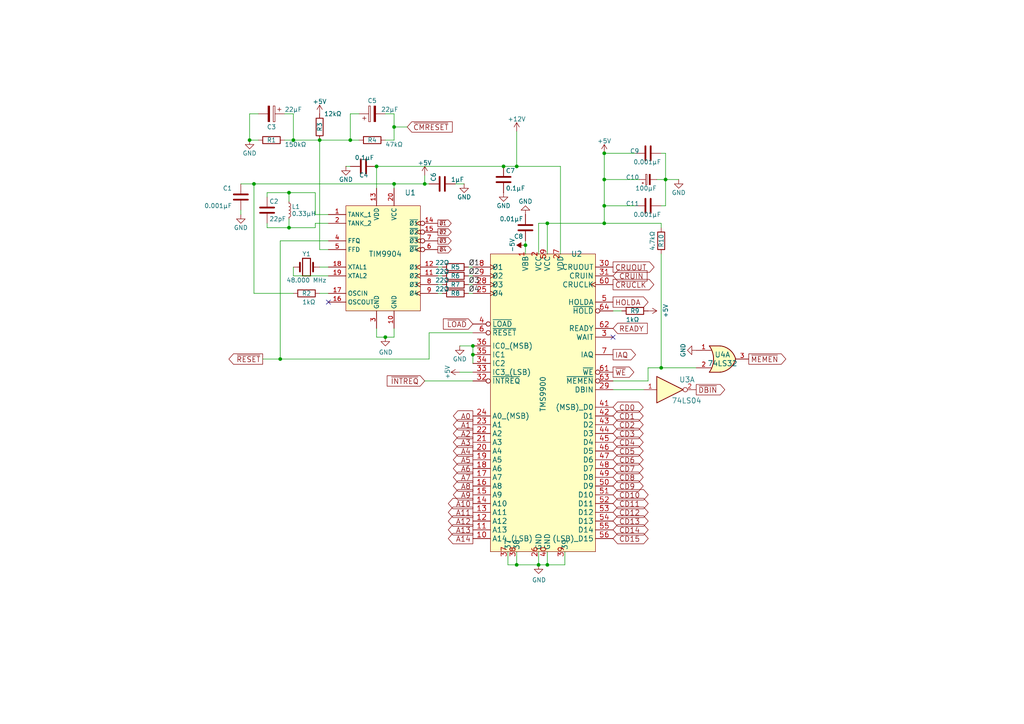
<source format=kicad_sch>
(kicad_sch
	(version 20231120)
	(generator "eeschema")
	(generator_version "8.0")
	(uuid "6474aa6c-825c-4f0f-9938-759b68df02a5")
	(paper "A4")
	(title_block
		(title "TI-99/22")
		(date "2023-01-21")
		(rev "0.96")
		(company "Dan Werner - https://github.com/danwerner21/ti99_22")
		(comment 1 "Schematic for Keyboard, Joystick and Cassette port.")
		(comment 3 "was based on the HackMac KiCAD Design")
		(comment 4 "Based Robert Krenicki's design which")
		(comment 5 "Original - https://github.com/rkrenicki/TI99-Motherboard")
	)
	(lib_symbols
		(symbol "74xx:74LS04"
			(exclude_from_sim no)
			(in_bom yes)
			(on_board yes)
			(property "Reference" "U"
				(at 0 1.27 0)
				(effects
					(font
						(size 1.27 1.27)
					)
				)
			)
			(property "Value" "74LS04"
				(at 0 -1.27 0)
				(effects
					(font
						(size 1.27 1.27)
					)
				)
			)
			(property "Footprint" ""
				(at 0 0 0)
				(effects
					(font
						(size 1.27 1.27)
					)
					(hide yes)
				)
			)
			(property "Datasheet" "http://www.ti.com/lit/gpn/sn74LS04"
				(at 0 0 0)
				(effects
					(font
						(size 1.27 1.27)
					)
					(hide yes)
				)
			)
			(property "Description" "Hex Inverter"
				(at 0 0 0)
				(effects
					(font
						(size 1.27 1.27)
					)
					(hide yes)
				)
			)
			(property "ki_locked" ""
				(at 0 0 0)
				(effects
					(font
						(size 1.27 1.27)
					)
				)
			)
			(property "ki_keywords" "TTL not inv"
				(at 0 0 0)
				(effects
					(font
						(size 1.27 1.27)
					)
					(hide yes)
				)
			)
			(property "ki_fp_filters" "DIP*W7.62mm* SSOP?14* TSSOP?14*"
				(at 0 0 0)
				(effects
					(font
						(size 1.27 1.27)
					)
					(hide yes)
				)
			)
			(symbol "74LS04_1_0"
				(polyline
					(pts
						(xy -3.81 3.81) (xy -3.81 -3.81) (xy 3.81 0) (xy -3.81 3.81)
					)
					(stroke
						(width 0.254)
						(type default)
					)
					(fill
						(type background)
					)
				)
				(pin input line
					(at -7.62 0 0)
					(length 3.81)
					(name "~"
						(effects
							(font
								(size 1.27 1.27)
							)
						)
					)
					(number "1"
						(effects
							(font
								(size 1.27 1.27)
							)
						)
					)
				)
				(pin output inverted
					(at 7.62 0 180)
					(length 3.81)
					(name "~"
						(effects
							(font
								(size 1.27 1.27)
							)
						)
					)
					(number "2"
						(effects
							(font
								(size 1.27 1.27)
							)
						)
					)
				)
			)
			(symbol "74LS04_2_0"
				(polyline
					(pts
						(xy -3.81 3.81) (xy -3.81 -3.81) (xy 3.81 0) (xy -3.81 3.81)
					)
					(stroke
						(width 0.254)
						(type default)
					)
					(fill
						(type background)
					)
				)
				(pin input line
					(at -7.62 0 0)
					(length 3.81)
					(name "~"
						(effects
							(font
								(size 1.27 1.27)
							)
						)
					)
					(number "3"
						(effects
							(font
								(size 1.27 1.27)
							)
						)
					)
				)
				(pin output inverted
					(at 7.62 0 180)
					(length 3.81)
					(name "~"
						(effects
							(font
								(size 1.27 1.27)
							)
						)
					)
					(number "4"
						(effects
							(font
								(size 1.27 1.27)
							)
						)
					)
				)
			)
			(symbol "74LS04_3_0"
				(polyline
					(pts
						(xy -3.81 3.81) (xy -3.81 -3.81) (xy 3.81 0) (xy -3.81 3.81)
					)
					(stroke
						(width 0.254)
						(type default)
					)
					(fill
						(type background)
					)
				)
				(pin input line
					(at -7.62 0 0)
					(length 3.81)
					(name "~"
						(effects
							(font
								(size 1.27 1.27)
							)
						)
					)
					(number "5"
						(effects
							(font
								(size 1.27 1.27)
							)
						)
					)
				)
				(pin output inverted
					(at 7.62 0 180)
					(length 3.81)
					(name "~"
						(effects
							(font
								(size 1.27 1.27)
							)
						)
					)
					(number "6"
						(effects
							(font
								(size 1.27 1.27)
							)
						)
					)
				)
			)
			(symbol "74LS04_4_0"
				(polyline
					(pts
						(xy -3.81 3.81) (xy -3.81 -3.81) (xy 3.81 0) (xy -3.81 3.81)
					)
					(stroke
						(width 0.254)
						(type default)
					)
					(fill
						(type background)
					)
				)
				(pin output inverted
					(at 7.62 0 180)
					(length 3.81)
					(name "~"
						(effects
							(font
								(size 1.27 1.27)
							)
						)
					)
					(number "8"
						(effects
							(font
								(size 1.27 1.27)
							)
						)
					)
				)
				(pin input line
					(at -7.62 0 0)
					(length 3.81)
					(name "~"
						(effects
							(font
								(size 1.27 1.27)
							)
						)
					)
					(number "9"
						(effects
							(font
								(size 1.27 1.27)
							)
						)
					)
				)
			)
			(symbol "74LS04_5_0"
				(polyline
					(pts
						(xy -3.81 3.81) (xy -3.81 -3.81) (xy 3.81 0) (xy -3.81 3.81)
					)
					(stroke
						(width 0.254)
						(type default)
					)
					(fill
						(type background)
					)
				)
				(pin output inverted
					(at 7.62 0 180)
					(length 3.81)
					(name "~"
						(effects
							(font
								(size 1.27 1.27)
							)
						)
					)
					(number "10"
						(effects
							(font
								(size 1.27 1.27)
							)
						)
					)
				)
				(pin input line
					(at -7.62 0 0)
					(length 3.81)
					(name "~"
						(effects
							(font
								(size 1.27 1.27)
							)
						)
					)
					(number "11"
						(effects
							(font
								(size 1.27 1.27)
							)
						)
					)
				)
			)
			(symbol "74LS04_6_0"
				(polyline
					(pts
						(xy -3.81 3.81) (xy -3.81 -3.81) (xy 3.81 0) (xy -3.81 3.81)
					)
					(stroke
						(width 0.254)
						(type default)
					)
					(fill
						(type background)
					)
				)
				(pin output inverted
					(at 7.62 0 180)
					(length 3.81)
					(name "~"
						(effects
							(font
								(size 1.27 1.27)
							)
						)
					)
					(number "12"
						(effects
							(font
								(size 1.27 1.27)
							)
						)
					)
				)
				(pin input line
					(at -7.62 0 0)
					(length 3.81)
					(name "~"
						(effects
							(font
								(size 1.27 1.27)
							)
						)
					)
					(number "13"
						(effects
							(font
								(size 1.27 1.27)
							)
						)
					)
				)
			)
			(symbol "74LS04_7_0"
				(pin power_in line
					(at 0 12.7 270)
					(length 5.08)
					(name "VCC"
						(effects
							(font
								(size 1.27 1.27)
							)
						)
					)
					(number "14"
						(effects
							(font
								(size 1.27 1.27)
							)
						)
					)
				)
				(pin power_in line
					(at 0 -12.7 90)
					(length 5.08)
					(name "GND"
						(effects
							(font
								(size 1.27 1.27)
							)
						)
					)
					(number "7"
						(effects
							(font
								(size 1.27 1.27)
							)
						)
					)
				)
			)
			(symbol "74LS04_7_1"
				(rectangle
					(start -5.08 7.62)
					(end 5.08 -7.62)
					(stroke
						(width 0.254)
						(type default)
					)
					(fill
						(type background)
					)
				)
			)
		)
		(symbol "74xx:74LS32"
			(pin_names
				(offset 1.016)
			)
			(exclude_from_sim no)
			(in_bom yes)
			(on_board yes)
			(property "Reference" "U"
				(at 0 1.27 0)
				(effects
					(font
						(size 1.27 1.27)
					)
				)
			)
			(property "Value" "74LS32"
				(at 0 -1.27 0)
				(effects
					(font
						(size 1.27 1.27)
					)
				)
			)
			(property "Footprint" ""
				(at 0 0 0)
				(effects
					(font
						(size 1.27 1.27)
					)
					(hide yes)
				)
			)
			(property "Datasheet" "http://www.ti.com/lit/gpn/sn74LS32"
				(at 0 0 0)
				(effects
					(font
						(size 1.27 1.27)
					)
					(hide yes)
				)
			)
			(property "Description" "Quad 2-input OR"
				(at 0 0 0)
				(effects
					(font
						(size 1.27 1.27)
					)
					(hide yes)
				)
			)
			(property "ki_locked" ""
				(at 0 0 0)
				(effects
					(font
						(size 1.27 1.27)
					)
				)
			)
			(property "ki_keywords" "TTL Or2"
				(at 0 0 0)
				(effects
					(font
						(size 1.27 1.27)
					)
					(hide yes)
				)
			)
			(property "ki_fp_filters" "DIP?14*"
				(at 0 0 0)
				(effects
					(font
						(size 1.27 1.27)
					)
					(hide yes)
				)
			)
			(symbol "74LS32_1_1"
				(arc
					(start -3.81 -3.81)
					(mid -2.589 0)
					(end -3.81 3.81)
					(stroke
						(width 0.254)
						(type default)
					)
					(fill
						(type none)
					)
				)
				(arc
					(start -0.6096 -3.81)
					(mid 2.1855 -2.584)
					(end 3.81 0)
					(stroke
						(width 0.254)
						(type default)
					)
					(fill
						(type background)
					)
				)
				(polyline
					(pts
						(xy -3.81 -3.81) (xy -0.635 -3.81)
					)
					(stroke
						(width 0.254)
						(type default)
					)
					(fill
						(type background)
					)
				)
				(polyline
					(pts
						(xy -3.81 3.81) (xy -0.635 3.81)
					)
					(stroke
						(width 0.254)
						(type default)
					)
					(fill
						(type background)
					)
				)
				(polyline
					(pts
						(xy -0.635 3.81) (xy -3.81 3.81) (xy -3.81 3.81) (xy -3.556 3.4036) (xy -3.0226 2.2606) (xy -2.6924 1.0414)
						(xy -2.6162 -0.254) (xy -2.7686 -1.4986) (xy -3.175 -2.7178) (xy -3.81 -3.81) (xy -3.81 -3.81)
						(xy -0.635 -3.81)
					)
					(stroke
						(width -25.4)
						(type default)
					)
					(fill
						(type background)
					)
				)
				(arc
					(start 3.81 0)
					(mid 2.1928 2.5925)
					(end -0.6096 3.81)
					(stroke
						(width 0.254)
						(type default)
					)
					(fill
						(type background)
					)
				)
				(pin input line
					(at -7.62 2.54 0)
					(length 4.318)
					(name "~"
						(effects
							(font
								(size 1.27 1.27)
							)
						)
					)
					(number "1"
						(effects
							(font
								(size 1.27 1.27)
							)
						)
					)
				)
				(pin input line
					(at -7.62 -2.54 0)
					(length 4.318)
					(name "~"
						(effects
							(font
								(size 1.27 1.27)
							)
						)
					)
					(number "2"
						(effects
							(font
								(size 1.27 1.27)
							)
						)
					)
				)
				(pin output line
					(at 7.62 0 180)
					(length 3.81)
					(name "~"
						(effects
							(font
								(size 1.27 1.27)
							)
						)
					)
					(number "3"
						(effects
							(font
								(size 1.27 1.27)
							)
						)
					)
				)
			)
			(symbol "74LS32_1_2"
				(arc
					(start 0 -3.81)
					(mid 3.7934 0)
					(end 0 3.81)
					(stroke
						(width 0.254)
						(type default)
					)
					(fill
						(type background)
					)
				)
				(polyline
					(pts
						(xy 0 3.81) (xy -3.81 3.81) (xy -3.81 -3.81) (xy 0 -3.81)
					)
					(stroke
						(width 0.254)
						(type default)
					)
					(fill
						(type background)
					)
				)
				(pin input inverted
					(at -7.62 2.54 0)
					(length 3.81)
					(name "~"
						(effects
							(font
								(size 1.27 1.27)
							)
						)
					)
					(number "1"
						(effects
							(font
								(size 1.27 1.27)
							)
						)
					)
				)
				(pin input inverted
					(at -7.62 -2.54 0)
					(length 3.81)
					(name "~"
						(effects
							(font
								(size 1.27 1.27)
							)
						)
					)
					(number "2"
						(effects
							(font
								(size 1.27 1.27)
							)
						)
					)
				)
				(pin output inverted
					(at 7.62 0 180)
					(length 3.81)
					(name "~"
						(effects
							(font
								(size 1.27 1.27)
							)
						)
					)
					(number "3"
						(effects
							(font
								(size 1.27 1.27)
							)
						)
					)
				)
			)
			(symbol "74LS32_2_1"
				(arc
					(start -3.81 -3.81)
					(mid -2.589 0)
					(end -3.81 3.81)
					(stroke
						(width 0.254)
						(type default)
					)
					(fill
						(type none)
					)
				)
				(arc
					(start -0.6096 -3.81)
					(mid 2.1855 -2.584)
					(end 3.81 0)
					(stroke
						(width 0.254)
						(type default)
					)
					(fill
						(type background)
					)
				)
				(polyline
					(pts
						(xy -3.81 -3.81) (xy -0.635 -3.81)
					)
					(stroke
						(width 0.254)
						(type default)
					)
					(fill
						(type background)
					)
				)
				(polyline
					(pts
						(xy -3.81 3.81) (xy -0.635 3.81)
					)
					(stroke
						(width 0.254)
						(type default)
					)
					(fill
						(type background)
					)
				)
				(polyline
					(pts
						(xy -0.635 3.81) (xy -3.81 3.81) (xy -3.81 3.81) (xy -3.556 3.4036) (xy -3.0226 2.2606) (xy -2.6924 1.0414)
						(xy -2.6162 -0.254) (xy -2.7686 -1.4986) (xy -3.175 -2.7178) (xy -3.81 -3.81) (xy -3.81 -3.81)
						(xy -0.635 -3.81)
					)
					(stroke
						(width -25.4)
						(type default)
					)
					(fill
						(type background)
					)
				)
				(arc
					(start 3.81 0)
					(mid 2.1928 2.5925)
					(end -0.6096 3.81)
					(stroke
						(width 0.254)
						(type default)
					)
					(fill
						(type background)
					)
				)
				(pin input line
					(at -7.62 2.54 0)
					(length 4.318)
					(name "~"
						(effects
							(font
								(size 1.27 1.27)
							)
						)
					)
					(number "4"
						(effects
							(font
								(size 1.27 1.27)
							)
						)
					)
				)
				(pin input line
					(at -7.62 -2.54 0)
					(length 4.318)
					(name "~"
						(effects
							(font
								(size 1.27 1.27)
							)
						)
					)
					(number "5"
						(effects
							(font
								(size 1.27 1.27)
							)
						)
					)
				)
				(pin output line
					(at 7.62 0 180)
					(length 3.81)
					(name "~"
						(effects
							(font
								(size 1.27 1.27)
							)
						)
					)
					(number "6"
						(effects
							(font
								(size 1.27 1.27)
							)
						)
					)
				)
			)
			(symbol "74LS32_2_2"
				(arc
					(start 0 -3.81)
					(mid 3.7934 0)
					(end 0 3.81)
					(stroke
						(width 0.254)
						(type default)
					)
					(fill
						(type background)
					)
				)
				(polyline
					(pts
						(xy 0 3.81) (xy -3.81 3.81) (xy -3.81 -3.81) (xy 0 -3.81)
					)
					(stroke
						(width 0.254)
						(type default)
					)
					(fill
						(type background)
					)
				)
				(pin input inverted
					(at -7.62 2.54 0)
					(length 3.81)
					(name "~"
						(effects
							(font
								(size 1.27 1.27)
							)
						)
					)
					(number "4"
						(effects
							(font
								(size 1.27 1.27)
							)
						)
					)
				)
				(pin input inverted
					(at -7.62 -2.54 0)
					(length 3.81)
					(name "~"
						(effects
							(font
								(size 1.27 1.27)
							)
						)
					)
					(number "5"
						(effects
							(font
								(size 1.27 1.27)
							)
						)
					)
				)
				(pin output inverted
					(at 7.62 0 180)
					(length 3.81)
					(name "~"
						(effects
							(font
								(size 1.27 1.27)
							)
						)
					)
					(number "6"
						(effects
							(font
								(size 1.27 1.27)
							)
						)
					)
				)
			)
			(symbol "74LS32_3_1"
				(arc
					(start -3.81 -3.81)
					(mid -2.589 0)
					(end -3.81 3.81)
					(stroke
						(width 0.254)
						(type default)
					)
					(fill
						(type none)
					)
				)
				(arc
					(start -0.6096 -3.81)
					(mid 2.1855 -2.584)
					(end 3.81 0)
					(stroke
						(width 0.254)
						(type default)
					)
					(fill
						(type background)
					)
				)
				(polyline
					(pts
						(xy -3.81 -3.81) (xy -0.635 -3.81)
					)
					(stroke
						(width 0.254)
						(type default)
					)
					(fill
						(type background)
					)
				)
				(polyline
					(pts
						(xy -3.81 3.81) (xy -0.635 3.81)
					)
					(stroke
						(width 0.254)
						(type default)
					)
					(fill
						(type background)
					)
				)
				(polyline
					(pts
						(xy -0.635 3.81) (xy -3.81 3.81) (xy -3.81 3.81) (xy -3.556 3.4036) (xy -3.0226 2.2606) (xy -2.6924 1.0414)
						(xy -2.6162 -0.254) (xy -2.7686 -1.4986) (xy -3.175 -2.7178) (xy -3.81 -3.81) (xy -3.81 -3.81)
						(xy -0.635 -3.81)
					)
					(stroke
						(width -25.4)
						(type default)
					)
					(fill
						(type background)
					)
				)
				(arc
					(start 3.81 0)
					(mid 2.1928 2.5925)
					(end -0.6096 3.81)
					(stroke
						(width 0.254)
						(type default)
					)
					(fill
						(type background)
					)
				)
				(pin input line
					(at -7.62 -2.54 0)
					(length 4.318)
					(name "~"
						(effects
							(font
								(size 1.27 1.27)
							)
						)
					)
					(number "10"
						(effects
							(font
								(size 1.27 1.27)
							)
						)
					)
				)
				(pin output line
					(at 7.62 0 180)
					(length 3.81)
					(name "~"
						(effects
							(font
								(size 1.27 1.27)
							)
						)
					)
					(number "8"
						(effects
							(font
								(size 1.27 1.27)
							)
						)
					)
				)
				(pin input line
					(at -7.62 2.54 0)
					(length 4.318)
					(name "~"
						(effects
							(font
								(size 1.27 1.27)
							)
						)
					)
					(number "9"
						(effects
							(font
								(size 1.27 1.27)
							)
						)
					)
				)
			)
			(symbol "74LS32_3_2"
				(arc
					(start 0 -3.81)
					(mid 3.7934 0)
					(end 0 3.81)
					(stroke
						(width 0.254)
						(type default)
					)
					(fill
						(type background)
					)
				)
				(polyline
					(pts
						(xy 0 3.81) (xy -3.81 3.81) (xy -3.81 -3.81) (xy 0 -3.81)
					)
					(stroke
						(width 0.254)
						(type default)
					)
					(fill
						(type background)
					)
				)
				(pin input inverted
					(at -7.62 -2.54 0)
					(length 3.81)
					(name "~"
						(effects
							(font
								(size 1.27 1.27)
							)
						)
					)
					(number "10"
						(effects
							(font
								(size 1.27 1.27)
							)
						)
					)
				)
				(pin output inverted
					(at 7.62 0 180)
					(length 3.81)
					(name "~"
						(effects
							(font
								(size 1.27 1.27)
							)
						)
					)
					(number "8"
						(effects
							(font
								(size 1.27 1.27)
							)
						)
					)
				)
				(pin input inverted
					(at -7.62 2.54 0)
					(length 3.81)
					(name "~"
						(effects
							(font
								(size 1.27 1.27)
							)
						)
					)
					(number "9"
						(effects
							(font
								(size 1.27 1.27)
							)
						)
					)
				)
			)
			(symbol "74LS32_4_1"
				(arc
					(start -3.81 -3.81)
					(mid -2.589 0)
					(end -3.81 3.81)
					(stroke
						(width 0.254)
						(type default)
					)
					(fill
						(type none)
					)
				)
				(arc
					(start -0.6096 -3.81)
					(mid 2.1855 -2.584)
					(end 3.81 0)
					(stroke
						(width 0.254)
						(type default)
					)
					(fill
						(type background)
					)
				)
				(polyline
					(pts
						(xy -3.81 -3.81) (xy -0.635 -3.81)
					)
					(stroke
						(width 0.254)
						(type default)
					)
					(fill
						(type background)
					)
				)
				(polyline
					(pts
						(xy -3.81 3.81) (xy -0.635 3.81)
					)
					(stroke
						(width 0.254)
						(type default)
					)
					(fill
						(type background)
					)
				)
				(polyline
					(pts
						(xy -0.635 3.81) (xy -3.81 3.81) (xy -3.81 3.81) (xy -3.556 3.4036) (xy -3.0226 2.2606) (xy -2.6924 1.0414)
						(xy -2.6162 -0.254) (xy -2.7686 -1.4986) (xy -3.175 -2.7178) (xy -3.81 -3.81) (xy -3.81 -3.81)
						(xy -0.635 -3.81)
					)
					(stroke
						(width -25.4)
						(type default)
					)
					(fill
						(type background)
					)
				)
				(arc
					(start 3.81 0)
					(mid 2.1928 2.5925)
					(end -0.6096 3.81)
					(stroke
						(width 0.254)
						(type default)
					)
					(fill
						(type background)
					)
				)
				(pin output line
					(at 7.62 0 180)
					(length 3.81)
					(name "~"
						(effects
							(font
								(size 1.27 1.27)
							)
						)
					)
					(number "11"
						(effects
							(font
								(size 1.27 1.27)
							)
						)
					)
				)
				(pin input line
					(at -7.62 2.54 0)
					(length 4.318)
					(name "~"
						(effects
							(font
								(size 1.27 1.27)
							)
						)
					)
					(number "12"
						(effects
							(font
								(size 1.27 1.27)
							)
						)
					)
				)
				(pin input line
					(at -7.62 -2.54 0)
					(length 4.318)
					(name "~"
						(effects
							(font
								(size 1.27 1.27)
							)
						)
					)
					(number "13"
						(effects
							(font
								(size 1.27 1.27)
							)
						)
					)
				)
			)
			(symbol "74LS32_4_2"
				(arc
					(start 0 -3.81)
					(mid 3.7934 0)
					(end 0 3.81)
					(stroke
						(width 0.254)
						(type default)
					)
					(fill
						(type background)
					)
				)
				(polyline
					(pts
						(xy 0 3.81) (xy -3.81 3.81) (xy -3.81 -3.81) (xy 0 -3.81)
					)
					(stroke
						(width 0.254)
						(type default)
					)
					(fill
						(type background)
					)
				)
				(pin output inverted
					(at 7.62 0 180)
					(length 3.81)
					(name "~"
						(effects
							(font
								(size 1.27 1.27)
							)
						)
					)
					(number "11"
						(effects
							(font
								(size 1.27 1.27)
							)
						)
					)
				)
				(pin input inverted
					(at -7.62 2.54 0)
					(length 3.81)
					(name "~"
						(effects
							(font
								(size 1.27 1.27)
							)
						)
					)
					(number "12"
						(effects
							(font
								(size 1.27 1.27)
							)
						)
					)
				)
				(pin input inverted
					(at -7.62 -2.54 0)
					(length 3.81)
					(name "~"
						(effects
							(font
								(size 1.27 1.27)
							)
						)
					)
					(number "13"
						(effects
							(font
								(size 1.27 1.27)
							)
						)
					)
				)
			)
			(symbol "74LS32_5_0"
				(pin power_in line
					(at 0 12.7 270)
					(length 5.08)
					(name "VCC"
						(effects
							(font
								(size 1.27 1.27)
							)
						)
					)
					(number "14"
						(effects
							(font
								(size 1.27 1.27)
							)
						)
					)
				)
				(pin power_in line
					(at 0 -12.7 90)
					(length 5.08)
					(name "GND"
						(effects
							(font
								(size 1.27 1.27)
							)
						)
					)
					(number "7"
						(effects
							(font
								(size 1.27 1.27)
							)
						)
					)
				)
			)
			(symbol "74LS32_5_1"
				(rectangle
					(start -5.08 7.62)
					(end 5.08 -7.62)
					(stroke
						(width 0.254)
						(type default)
					)
					(fill
						(type background)
					)
				)
			)
		)
		(symbol "Custom:TMS9900"
			(exclude_from_sim no)
			(in_bom yes)
			(on_board yes)
			(property "Reference" "U"
				(at 0 0 0)
				(effects
					(font
						(size 1.27 1.27)
					)
				)
			)
			(property "Value" ""
				(at 0 0 0)
				(effects
					(font
						(size 1.27 1.27)
					)
				)
			)
			(property "Footprint" ""
				(at 0 0 0)
				(effects
					(font
						(size 1.27 1.27)
					)
					(hide yes)
				)
			)
			(property "Datasheet" ""
				(at 0 0 0)
				(effects
					(font
						(size 1.27 1.27)
					)
					(hide yes)
				)
			)
			(property "Description" ""
				(at 0 0 0)
				(effects
					(font
						(size 1.27 1.27)
					)
					(hide yes)
				)
			)
			(symbol "TMS9900_1_0"
				(rectangle
					(start -15.24 40.64)
					(end 15.24 -45.72)
					(stroke
						(width 0)
						(type default)
					)
					(fill
						(type background)
					)
				)
			)
			(symbol "TMS9900_1_1"
				(pin power_in line
					(at -5.08 40.64 270)
					(length 0)
					(name "VBB"
						(effects
							(font
								(size 1.524 1.524)
							)
						)
					)
					(number "1"
						(effects
							(font
								(size 1.524 1.524)
							)
						)
					)
				)
				(pin tri_state line
					(at -20.32 -41.91 0)
					(length 5.08)
					(name "A14_(LSB)"
						(effects
							(font
								(size 1.524 1.524)
							)
						)
					)
					(number "10"
						(effects
							(font
								(size 1.524 1.524)
							)
						)
					)
				)
				(pin tri_state line
					(at -20.32 -39.37 0)
					(length 5.08)
					(name "A13"
						(effects
							(font
								(size 1.524 1.524)
							)
						)
					)
					(number "11"
						(effects
							(font
								(size 1.524 1.524)
							)
						)
					)
				)
				(pin tri_state line
					(at -20.32 -36.83 0)
					(length 5.08)
					(name "A12"
						(effects
							(font
								(size 1.524 1.524)
							)
						)
					)
					(number "12"
						(effects
							(font
								(size 1.524 1.524)
							)
						)
					)
				)
				(pin tri_state line
					(at -20.32 -34.29 0)
					(length 5.08)
					(name "A11"
						(effects
							(font
								(size 1.524 1.524)
							)
						)
					)
					(number "13"
						(effects
							(font
								(size 1.524 1.524)
							)
						)
					)
				)
				(pin tri_state line
					(at -20.32 -31.75 0)
					(length 5.08)
					(name "A10"
						(effects
							(font
								(size 1.524 1.524)
							)
						)
					)
					(number "14"
						(effects
							(font
								(size 1.524 1.524)
							)
						)
					)
				)
				(pin tri_state line
					(at -20.32 -29.21 0)
					(length 5.08)
					(name "A9"
						(effects
							(font
								(size 1.524 1.524)
							)
						)
					)
					(number "15"
						(effects
							(font
								(size 1.524 1.524)
							)
						)
					)
				)
				(pin tri_state line
					(at -20.32 -26.67 0)
					(length 5.08)
					(name "A8"
						(effects
							(font
								(size 1.524 1.524)
							)
						)
					)
					(number "16"
						(effects
							(font
								(size 1.524 1.524)
							)
						)
					)
				)
				(pin tri_state line
					(at -20.32 -24.13 0)
					(length 5.08)
					(name "A7"
						(effects
							(font
								(size 1.524 1.524)
							)
						)
					)
					(number "17"
						(effects
							(font
								(size 1.524 1.524)
							)
						)
					)
				)
				(pin tri_state line
					(at -20.32 -21.59 0)
					(length 5.08)
					(name "A6"
						(effects
							(font
								(size 1.524 1.524)
							)
						)
					)
					(number "18"
						(effects
							(font
								(size 1.524 1.524)
							)
						)
					)
				)
				(pin tri_state line
					(at -20.32 -19.05 0)
					(length 5.08)
					(name "A5"
						(effects
							(font
								(size 1.524 1.524)
							)
						)
					)
					(number "19"
						(effects
							(font
								(size 1.524 1.524)
							)
						)
					)
				)
				(pin power_in line
					(at -1.27 40.64 270)
					(length 0)
					(name "VCC"
						(effects
							(font
								(size 1.524 1.524)
							)
						)
					)
					(number "2"
						(effects
							(font
								(size 1.524 1.524)
							)
						)
					)
				)
				(pin tri_state line
					(at -20.32 -16.51 0)
					(length 5.08)
					(name "A4"
						(effects
							(font
								(size 1.524 1.524)
							)
						)
					)
					(number "20"
						(effects
							(font
								(size 1.524 1.524)
							)
						)
					)
				)
				(pin tri_state line
					(at -20.32 -13.97 0)
					(length 5.08)
					(name "A3"
						(effects
							(font
								(size 1.524 1.524)
							)
						)
					)
					(number "21"
						(effects
							(font
								(size 1.524 1.524)
							)
						)
					)
				)
				(pin tri_state line
					(at -20.32 -11.43 0)
					(length 5.08)
					(name "A2"
						(effects
							(font
								(size 1.524 1.524)
							)
						)
					)
					(number "22"
						(effects
							(font
								(size 1.524 1.524)
							)
						)
					)
				)
				(pin tri_state line
					(at -20.32 -8.89 0)
					(length 5.08)
					(name "A1"
						(effects
							(font
								(size 1.524 1.524)
							)
						)
					)
					(number "23"
						(effects
							(font
								(size 1.524 1.524)
							)
						)
					)
				)
				(pin tri_state line
					(at -20.32 -6.35 0)
					(length 5.08)
					(name "A0_(MSB)"
						(effects
							(font
								(size 1.524 1.524)
							)
						)
					)
					(number "24"
						(effects
							(font
								(size 1.524 1.524)
							)
						)
					)
				)
				(pin input clock
					(at -20.32 29.21 0)
					(length 5.08)
					(name "Ø4"
						(effects
							(font
								(size 1.524 1.524)
							)
						)
					)
					(number "25"
						(effects
							(font
								(size 1.524 1.524)
							)
						)
					)
				)
				(pin power_in line
					(at -1.27 -45.72 90)
					(length 0)
					(name "GND"
						(effects
							(font
								(size 1.524 1.524)
							)
						)
					)
					(number "26"
						(effects
							(font
								(size 1.524 1.524)
							)
						)
					)
				)
				(pin power_in line
					(at 5.08 40.64 270)
					(length 0)
					(name "VDD"
						(effects
							(font
								(size 1.524 1.524)
							)
						)
					)
					(number "27"
						(effects
							(font
								(size 1.524 1.524)
							)
						)
					)
				)
				(pin input clock
					(at -20.32 31.75 0)
					(length 5.08)
					(name "Ø3"
						(effects
							(font
								(size 1.524 1.524)
							)
						)
					)
					(number "28"
						(effects
							(font
								(size 1.524 1.524)
							)
						)
					)
				)
				(pin output line
					(at 20.32 1.27 180)
					(length 5.08)
					(name "DBIN"
						(effects
							(font
								(size 1.524 1.524)
							)
						)
					)
					(number "29"
						(effects
							(font
								(size 1.524 1.524)
							)
						)
					)
				)
				(pin output line
					(at 20.32 16.51 180)
					(length 5.08)
					(name "WAIT"
						(effects
							(font
								(size 1.524 1.524)
							)
						)
					)
					(number "3"
						(effects
							(font
								(size 1.524 1.524)
							)
						)
					)
				)
				(pin output line
					(at 20.32 36.83 180)
					(length 5.08)
					(name "CRUOUT"
						(effects
							(font
								(size 1.524 1.524)
							)
						)
					)
					(number "30"
						(effects
							(font
								(size 1.524 1.524)
							)
						)
					)
				)
				(pin input line
					(at 20.32 34.29 180)
					(length 5.08)
					(name "CRUIN"
						(effects
							(font
								(size 1.524 1.524)
							)
						)
					)
					(number "31"
						(effects
							(font
								(size 1.524 1.524)
							)
						)
					)
				)
				(pin input inverted
					(at -20.32 3.81 0)
					(length 5.08)
					(name "~{INTREQ}"
						(effects
							(font
								(size 1.524 1.524)
							)
						)
					)
					(number "32"
						(effects
							(font
								(size 1.524 1.524)
							)
						)
					)
				)
				(pin input line
					(at -20.32 6.35 0)
					(length 5.08)
					(name "IC3_(LSB)"
						(effects
							(font
								(size 1.524 1.524)
							)
						)
					)
					(number "33"
						(effects
							(font
								(size 1.524 1.524)
							)
						)
					)
				)
				(pin input line
					(at -20.32 8.89 0)
					(length 5.08)
					(name "IC2"
						(effects
							(font
								(size 1.524 1.524)
							)
						)
					)
					(number "34"
						(effects
							(font
								(size 1.524 1.524)
							)
						)
					)
				)
				(pin input line
					(at -20.32 11.43 0)
					(length 5.08)
					(name "IC1"
						(effects
							(font
								(size 1.524 1.524)
							)
						)
					)
					(number "35"
						(effects
							(font
								(size 1.524 1.524)
							)
						)
					)
				)
				(pin input line
					(at -20.32 13.97 0)
					(length 5.08)
					(name "IC0_(MSB)"
						(effects
							(font
								(size 1.524 1.524)
							)
						)
					)
					(number "36"
						(effects
							(font
								(size 1.524 1.524)
							)
						)
					)
				)
				(pin input line
					(at -10.16 -45.72 90)
					(length 0)
					(name "37"
						(effects
							(font
								(size 1.524 1.524)
							)
						)
					)
					(number "37"
						(effects
							(font
								(size 1.524 1.524)
							)
						)
					)
				)
				(pin input line
					(at -7.62 -45.72 90)
					(length 0)
					(name "38"
						(effects
							(font
								(size 1.524 1.524)
							)
						)
					)
					(number "38"
						(effects
							(font
								(size 1.524 1.524)
							)
						)
					)
				)
				(pin input line
					(at 6.35 -45.72 90)
					(length 0)
					(name "39"
						(effects
							(font
								(size 1.524 1.524)
							)
						)
					)
					(number "39"
						(effects
							(font
								(size 1.524 1.524)
							)
						)
					)
				)
				(pin input inverted
					(at -20.32 20.32 0)
					(length 5.08)
					(name "~{LOAD}"
						(effects
							(font
								(size 1.524 1.524)
							)
						)
					)
					(number "4"
						(effects
							(font
								(size 1.524 1.524)
							)
						)
					)
				)
				(pin power_in line
					(at 1.27 -45.72 90)
					(length 0)
					(name "GND"
						(effects
							(font
								(size 1.524 1.524)
							)
						)
					)
					(number "40"
						(effects
							(font
								(size 1.524 1.524)
							)
						)
					)
				)
				(pin tri_state line
					(at 20.32 -3.81 180)
					(length 5.08)
					(name "(MSB)_D0"
						(effects
							(font
								(size 1.524 1.524)
							)
						)
					)
					(number "41"
						(effects
							(font
								(size 1.524 1.524)
							)
						)
					)
				)
				(pin tri_state line
					(at 20.32 -6.35 180)
					(length 5.08)
					(name "D1"
						(effects
							(font
								(size 1.524 1.524)
							)
						)
					)
					(number "42"
						(effects
							(font
								(size 1.524 1.524)
							)
						)
					)
				)
				(pin tri_state line
					(at 20.32 -8.89 180)
					(length 5.08)
					(name "D2"
						(effects
							(font
								(size 1.524 1.524)
							)
						)
					)
					(number "43"
						(effects
							(font
								(size 1.524 1.524)
							)
						)
					)
				)
				(pin tri_state line
					(at 20.32 -11.43 180)
					(length 5.08)
					(name "D3"
						(effects
							(font
								(size 1.524 1.524)
							)
						)
					)
					(number "44"
						(effects
							(font
								(size 1.524 1.524)
							)
						)
					)
				)
				(pin tri_state line
					(at 20.32 -13.97 180)
					(length 5.08)
					(name "D4"
						(effects
							(font
								(size 1.524 1.524)
							)
						)
					)
					(number "45"
						(effects
							(font
								(size 1.524 1.524)
							)
						)
					)
				)
				(pin tri_state line
					(at 20.32 -16.51 180)
					(length 5.08)
					(name "D5"
						(effects
							(font
								(size 1.524 1.524)
							)
						)
					)
					(number "46"
						(effects
							(font
								(size 1.524 1.524)
							)
						)
					)
				)
				(pin tri_state line
					(at 20.32 -19.05 180)
					(length 5.08)
					(name "D6"
						(effects
							(font
								(size 1.524 1.524)
							)
						)
					)
					(number "47"
						(effects
							(font
								(size 1.524 1.524)
							)
						)
					)
				)
				(pin tri_state line
					(at 20.32 -21.59 180)
					(length 5.08)
					(name "D7"
						(effects
							(font
								(size 1.524 1.524)
							)
						)
					)
					(number "48"
						(effects
							(font
								(size 1.524 1.524)
							)
						)
					)
				)
				(pin tri_state line
					(at 20.32 -24.13 180)
					(length 5.08)
					(name "D8"
						(effects
							(font
								(size 1.524 1.524)
							)
						)
					)
					(number "49"
						(effects
							(font
								(size 1.524 1.524)
							)
						)
					)
				)
				(pin output line
					(at 20.32 26.67 180)
					(length 5.08)
					(name "HOLDA"
						(effects
							(font
								(size 1.524 1.524)
							)
						)
					)
					(number "5"
						(effects
							(font
								(size 1.524 1.524)
							)
						)
					)
				)
				(pin tri_state line
					(at 20.32 -26.67 180)
					(length 5.08)
					(name "D9"
						(effects
							(font
								(size 1.524 1.524)
							)
						)
					)
					(number "50"
						(effects
							(font
								(size 1.524 1.524)
							)
						)
					)
				)
				(pin tri_state line
					(at 20.32 -29.21 180)
					(length 5.08)
					(name "D10"
						(effects
							(font
								(size 1.524 1.524)
							)
						)
					)
					(number "51"
						(effects
							(font
								(size 1.524 1.524)
							)
						)
					)
				)
				(pin tri_state line
					(at 20.32 -31.75 180)
					(length 5.08)
					(name "D11"
						(effects
							(font
								(size 1.524 1.524)
							)
						)
					)
					(number "52"
						(effects
							(font
								(size 1.524 1.524)
							)
						)
					)
				)
				(pin tri_state line
					(at 20.32 -34.29 180)
					(length 5.08)
					(name "D12"
						(effects
							(font
								(size 1.524 1.524)
							)
						)
					)
					(number "53"
						(effects
							(font
								(size 1.524 1.524)
							)
						)
					)
				)
				(pin tri_state line
					(at 20.32 -36.83 180)
					(length 5.08)
					(name "D13"
						(effects
							(font
								(size 1.524 1.524)
							)
						)
					)
					(number "54"
						(effects
							(font
								(size 1.524 1.524)
							)
						)
					)
				)
				(pin tri_state line
					(at 20.32 -39.37 180)
					(length 5.08)
					(name "D14"
						(effects
							(font
								(size 1.524 1.524)
							)
						)
					)
					(number "55"
						(effects
							(font
								(size 1.524 1.524)
							)
						)
					)
				)
				(pin tri_state line
					(at 20.32 -41.91 180)
					(length 5.08)
					(name "(LSB)_D15"
						(effects
							(font
								(size 1.524 1.524)
							)
						)
					)
					(number "56"
						(effects
							(font
								(size 1.524 1.524)
							)
						)
					)
				)
				(pin power_in line
					(at 1.27 40.64 270)
					(length 0)
					(name "VCC"
						(effects
							(font
								(size 1.524 1.524)
							)
						)
					)
					(number "59"
						(effects
							(font
								(size 1.524 1.524)
							)
						)
					)
				)
				(pin input inverted
					(at -20.32 17.78 0)
					(length 5.08)
					(name "~{RESET}"
						(effects
							(font
								(size 1.524 1.524)
							)
						)
					)
					(number "6"
						(effects
							(font
								(size 1.524 1.524)
							)
						)
					)
				)
				(pin output clock
					(at 20.32 31.75 180)
					(length 5.08)
					(name "CRUCLK"
						(effects
							(font
								(size 1.524 1.524)
							)
						)
					)
					(number "60"
						(effects
							(font
								(size 1.524 1.524)
							)
						)
					)
				)
				(pin output inverted
					(at 20.32 6.35 180)
					(length 5.08)
					(name "~{WE}"
						(effects
							(font
								(size 1.524 1.524)
							)
						)
					)
					(number "61"
						(effects
							(font
								(size 1.524 1.524)
							)
						)
					)
				)
				(pin input line
					(at 20.32 19.05 180)
					(length 5.08)
					(name "READY"
						(effects
							(font
								(size 1.524 1.524)
							)
						)
					)
					(number "62"
						(effects
							(font
								(size 1.524 1.524)
							)
						)
					)
				)
				(pin output inverted
					(at 20.32 3.81 180)
					(length 5.08)
					(name "~{MEMEN}"
						(effects
							(font
								(size 1.524 1.524)
							)
						)
					)
					(number "63"
						(effects
							(font
								(size 1.524 1.524)
							)
						)
					)
				)
				(pin input inverted
					(at 20.32 24.13 180)
					(length 5.08)
					(name "~{HOLD}"
						(effects
							(font
								(size 1.524 1.524)
							)
						)
					)
					(number "64"
						(effects
							(font
								(size 1.524 1.524)
							)
						)
					)
				)
				(pin output line
					(at 20.32 11.43 180)
					(length 5.08)
					(name "IAQ"
						(effects
							(font
								(size 1.524 1.524)
							)
						)
					)
					(number "7"
						(effects
							(font
								(size 1.524 1.524)
							)
						)
					)
				)
				(pin input clock
					(at -20.32 36.83 0)
					(length 5.08)
					(name "Ø1"
						(effects
							(font
								(size 1.524 1.524)
							)
						)
					)
					(number "8"
						(effects
							(font
								(size 1.524 1.524)
							)
						)
					)
				)
				(pin input clock
					(at -20.32 34.29 0)
					(length 5.08)
					(name "Ø2"
						(effects
							(font
								(size 1.524 1.524)
							)
						)
					)
					(number "9"
						(effects
							(font
								(size 1.524 1.524)
							)
						)
					)
				)
			)
		)
		(symbol "Custom:TMS9904"
			(exclude_from_sim no)
			(in_bom yes)
			(on_board yes)
			(property "Reference" "U"
				(at 0 0 0)
				(effects
					(font
						(size 1.27 1.27)
					)
				)
			)
			(property "Value" ""
				(at 0 0 0)
				(effects
					(font
						(size 1.27 1.27)
					)
				)
			)
			(property "Footprint" ""
				(at 0 0 0)
				(effects
					(font
						(size 1.27 1.27)
					)
					(hide yes)
				)
			)
			(property "Datasheet" ""
				(at 0 0 0)
				(effects
					(font
						(size 1.27 1.27)
					)
					(hide yes)
				)
			)
			(property "Description" ""
				(at 0 0 0)
				(effects
					(font
						(size 1.27 1.27)
					)
					(hide yes)
				)
			)
			(symbol "TMS9904_0_1"
				(rectangle
					(start -11.43 13.97)
					(end 10.16 -16.51)
					(stroke
						(width 0)
						(type default)
					)
					(fill
						(type background)
					)
				)
			)
			(symbol "TMS9904_1_1"
				(pin input line
					(at -16.51 11.43 0)
					(length 5.08)
					(name "TANK_1"
						(effects
							(font
								(size 1.27 1.27)
							)
						)
					)
					(number "1"
						(effects
							(font
								(size 1.27 1.27)
							)
						)
					)
				)
				(pin power_in line
					(at 2.54 -21.59 90)
					(length 5.08)
					(name "GND"
						(effects
							(font
								(size 1.27 1.27)
							)
						)
					)
					(number "10"
						(effects
							(font
								(size 1.27 1.27)
							)
						)
					)
				)
				(pin output clock
					(at 15.24 -6.35 180)
					(length 5.08)
					(name "Ø2"
						(effects
							(font
								(size 1.27 1.27)
							)
						)
					)
					(number "11"
						(effects
							(font
								(size 1.27 1.27)
							)
						)
					)
				)
				(pin output clock
					(at 15.24 -3.81 180)
					(length 5.08)
					(name "Ø1"
						(effects
							(font
								(size 1.27 1.27)
							)
						)
					)
					(number "12"
						(effects
							(font
								(size 1.27 1.27)
							)
						)
					)
				)
				(pin power_in line
					(at -2.54 19.05 270)
					(length 5.08)
					(name "VDD"
						(effects
							(font
								(size 1.27 1.27)
							)
						)
					)
					(number "13"
						(effects
							(font
								(size 1.27 1.27)
							)
						)
					)
				)
				(pin output inverted_clock
					(at 15.24 8.89 180)
					(length 5.08)
					(name "~{Ø1}"
						(effects
							(font
								(size 1.27 1.27)
							)
						)
					)
					(number "14"
						(effects
							(font
								(size 1.27 1.27)
							)
						)
					)
				)
				(pin output inverted_clock
					(at 15.24 6.35 180)
					(length 5.08)
					(name "~{Ø2}"
						(effects
							(font
								(size 1.27 1.27)
							)
						)
					)
					(number "15"
						(effects
							(font
								(size 1.27 1.27)
							)
						)
					)
				)
				(pin output line
					(at -16.51 -13.97 0)
					(length 5.08)
					(name "OSCOUT"
						(effects
							(font
								(size 1.27 1.27)
							)
						)
					)
					(number "16"
						(effects
							(font
								(size 1.27 1.27)
							)
						)
					)
				)
				(pin output line
					(at -16.51 -11.43 0)
					(length 5.08)
					(name "OSCIN"
						(effects
							(font
								(size 1.27 1.27)
							)
						)
					)
					(number "17"
						(effects
							(font
								(size 1.27 1.27)
							)
						)
					)
				)
				(pin input line
					(at -16.51 -3.81 0)
					(length 5.08)
					(name "XTAL1"
						(effects
							(font
								(size 1.27 1.27)
							)
						)
					)
					(number "18"
						(effects
							(font
								(size 1.27 1.27)
							)
						)
					)
				)
				(pin input line
					(at -16.51 -6.35 0)
					(length 5.08)
					(name "XTAL2"
						(effects
							(font
								(size 1.27 1.27)
							)
						)
					)
					(number "19"
						(effects
							(font
								(size 1.27 1.27)
							)
						)
					)
				)
				(pin input line
					(at -16.51 8.89 0)
					(length 5.08)
					(name "TANK_2"
						(effects
							(font
								(size 1.27 1.27)
							)
						)
					)
					(number "2"
						(effects
							(font
								(size 1.27 1.27)
							)
						)
					)
				)
				(pin power_in line
					(at 2.54 19.05 270)
					(length 5.08)
					(name "VCC"
						(effects
							(font
								(size 1.27 1.27)
							)
						)
					)
					(number "20"
						(effects
							(font
								(size 1.27 1.27)
							)
						)
					)
				)
				(pin power_in line
					(at -2.54 -21.59 90)
					(length 5.08)
					(name "GND"
						(effects
							(font
								(size 1.27 1.27)
							)
						)
					)
					(number "3"
						(effects
							(font
								(size 1.27 1.27)
							)
						)
					)
				)
				(pin output line
					(at -16.51 3.81 0)
					(length 5.08)
					(name "FFQ"
						(effects
							(font
								(size 1.27 1.27)
							)
						)
					)
					(number "4"
						(effects
							(font
								(size 1.27 1.27)
							)
						)
					)
				)
				(pin input line
					(at -16.51 1.27 0)
					(length 5.08)
					(name "FFD"
						(effects
							(font
								(size 1.27 1.27)
							)
						)
					)
					(number "5"
						(effects
							(font
								(size 1.27 1.27)
							)
						)
					)
				)
				(pin output inverted_clock
					(at 15.24 1.27 180)
					(length 5.08)
					(name "~{Ø4}"
						(effects
							(font
								(size 1.27 1.27)
							)
						)
					)
					(number "6"
						(effects
							(font
								(size 1.27 1.27)
							)
						)
					)
				)
				(pin output inverted_clock
					(at 15.24 3.81 180)
					(length 5.08)
					(name "~{Ø3}"
						(effects
							(font
								(size 1.27 1.27)
							)
						)
					)
					(number "7"
						(effects
							(font
								(size 1.27 1.27)
							)
						)
					)
				)
				(pin output clock
					(at 15.24 -8.89 180)
					(length 5.08)
					(name "Ø3"
						(effects
							(font
								(size 1.27 1.27)
							)
						)
					)
					(number "8"
						(effects
							(font
								(size 1.27 1.27)
							)
						)
					)
				)
				(pin output clock
					(at 15.24 -11.43 180)
					(length 5.08)
					(name "Ø4"
						(effects
							(font
								(size 1.27 1.27)
							)
						)
					)
					(number "9"
						(effects
							(font
								(size 1.27 1.27)
							)
						)
					)
				)
			)
		)
		(symbol "Device:C"
			(pin_numbers hide)
			(pin_names
				(offset 0.254)
			)
			(exclude_from_sim no)
			(in_bom yes)
			(on_board yes)
			(property "Reference" "C"
				(at 0.635 2.54 0)
				(effects
					(font
						(size 1.27 1.27)
					)
					(justify left)
				)
			)
			(property "Value" "C"
				(at 0.635 -2.54 0)
				(effects
					(font
						(size 1.27 1.27)
					)
					(justify left)
				)
			)
			(property "Footprint" ""
				(at 0.9652 -3.81 0)
				(effects
					(font
						(size 1.27 1.27)
					)
					(hide yes)
				)
			)
			(property "Datasheet" "~"
				(at 0 0 0)
				(effects
					(font
						(size 1.27 1.27)
					)
					(hide yes)
				)
			)
			(property "Description" "Unpolarized capacitor"
				(at 0 0 0)
				(effects
					(font
						(size 1.27 1.27)
					)
					(hide yes)
				)
			)
			(property "ki_keywords" "cap capacitor"
				(at 0 0 0)
				(effects
					(font
						(size 1.27 1.27)
					)
					(hide yes)
				)
			)
			(property "ki_fp_filters" "C_*"
				(at 0 0 0)
				(effects
					(font
						(size 1.27 1.27)
					)
					(hide yes)
				)
			)
			(symbol "C_0_1"
				(polyline
					(pts
						(xy -2.032 -0.762) (xy 2.032 -0.762)
					)
					(stroke
						(width 0.508)
						(type default)
					)
					(fill
						(type none)
					)
				)
				(polyline
					(pts
						(xy -2.032 0.762) (xy 2.032 0.762)
					)
					(stroke
						(width 0.508)
						(type default)
					)
					(fill
						(type none)
					)
				)
			)
			(symbol "C_1_1"
				(pin passive line
					(at 0 3.81 270)
					(length 2.794)
					(name "~"
						(effects
							(font
								(size 1.27 1.27)
							)
						)
					)
					(number "1"
						(effects
							(font
								(size 1.27 1.27)
							)
						)
					)
				)
				(pin passive line
					(at 0 -3.81 90)
					(length 2.794)
					(name "~"
						(effects
							(font
								(size 1.27 1.27)
							)
						)
					)
					(number "2"
						(effects
							(font
								(size 1.27 1.27)
							)
						)
					)
				)
			)
		)
		(symbol "Device:C_Polarized"
			(pin_numbers hide)
			(pin_names
				(offset 0.254)
			)
			(exclude_from_sim no)
			(in_bom yes)
			(on_board yes)
			(property "Reference" "C"
				(at 0.635 2.54 0)
				(effects
					(font
						(size 1.27 1.27)
					)
					(justify left)
				)
			)
			(property "Value" "C_Polarized"
				(at 0.635 -2.54 0)
				(effects
					(font
						(size 1.27 1.27)
					)
					(justify left)
				)
			)
			(property "Footprint" ""
				(at 0.9652 -3.81 0)
				(effects
					(font
						(size 1.27 1.27)
					)
					(hide yes)
				)
			)
			(property "Datasheet" "~"
				(at 0 0 0)
				(effects
					(font
						(size 1.27 1.27)
					)
					(hide yes)
				)
			)
			(property "Description" "Polarized capacitor"
				(at 0 0 0)
				(effects
					(font
						(size 1.27 1.27)
					)
					(hide yes)
				)
			)
			(property "ki_keywords" "cap capacitor"
				(at 0 0 0)
				(effects
					(font
						(size 1.27 1.27)
					)
					(hide yes)
				)
			)
			(property "ki_fp_filters" "CP_*"
				(at 0 0 0)
				(effects
					(font
						(size 1.27 1.27)
					)
					(hide yes)
				)
			)
			(symbol "C_Polarized_0_1"
				(rectangle
					(start -2.286 0.508)
					(end 2.286 1.016)
					(stroke
						(width 0)
						(type default)
					)
					(fill
						(type none)
					)
				)
				(polyline
					(pts
						(xy -1.778 2.286) (xy -0.762 2.286)
					)
					(stroke
						(width 0)
						(type default)
					)
					(fill
						(type none)
					)
				)
				(polyline
					(pts
						(xy -1.27 2.794) (xy -1.27 1.778)
					)
					(stroke
						(width 0)
						(type default)
					)
					(fill
						(type none)
					)
				)
				(rectangle
					(start 2.286 -0.508)
					(end -2.286 -1.016)
					(stroke
						(width 0)
						(type default)
					)
					(fill
						(type outline)
					)
				)
			)
			(symbol "C_Polarized_1_1"
				(pin passive line
					(at 0 3.81 270)
					(length 2.794)
					(name "~"
						(effects
							(font
								(size 1.27 1.27)
							)
						)
					)
					(number "1"
						(effects
							(font
								(size 1.27 1.27)
							)
						)
					)
				)
				(pin passive line
					(at 0 -3.81 90)
					(length 2.794)
					(name "~"
						(effects
							(font
								(size 1.27 1.27)
							)
						)
					)
					(number "2"
						(effects
							(font
								(size 1.27 1.27)
							)
						)
					)
				)
			)
		)
		(symbol "Device:C_Polarized_Small"
			(pin_numbers hide)
			(pin_names
				(offset 0.254) hide)
			(exclude_from_sim no)
			(in_bom yes)
			(on_board yes)
			(property "Reference" "C"
				(at 0.254 1.778 0)
				(effects
					(font
						(size 1.27 1.27)
					)
					(justify left)
				)
			)
			(property "Value" "C_Polarized_Small"
				(at 0.254 -2.032 0)
				(effects
					(font
						(size 1.27 1.27)
					)
					(justify left)
				)
			)
			(property "Footprint" ""
				(at 0 0 0)
				(effects
					(font
						(size 1.27 1.27)
					)
					(hide yes)
				)
			)
			(property "Datasheet" "~"
				(at 0 0 0)
				(effects
					(font
						(size 1.27 1.27)
					)
					(hide yes)
				)
			)
			(property "Description" "Polarized capacitor, small symbol"
				(at 0 0 0)
				(effects
					(font
						(size 1.27 1.27)
					)
					(hide yes)
				)
			)
			(property "ki_keywords" "cap capacitor"
				(at 0 0 0)
				(effects
					(font
						(size 1.27 1.27)
					)
					(hide yes)
				)
			)
			(property "ki_fp_filters" "CP_*"
				(at 0 0 0)
				(effects
					(font
						(size 1.27 1.27)
					)
					(hide yes)
				)
			)
			(symbol "C_Polarized_Small_0_1"
				(rectangle
					(start -1.524 -0.3048)
					(end 1.524 -0.6858)
					(stroke
						(width 0)
						(type default)
					)
					(fill
						(type outline)
					)
				)
				(rectangle
					(start -1.524 0.6858)
					(end 1.524 0.3048)
					(stroke
						(width 0)
						(type default)
					)
					(fill
						(type none)
					)
				)
				(polyline
					(pts
						(xy -1.27 1.524) (xy -0.762 1.524)
					)
					(stroke
						(width 0)
						(type default)
					)
					(fill
						(type none)
					)
				)
				(polyline
					(pts
						(xy -1.016 1.27) (xy -1.016 1.778)
					)
					(stroke
						(width 0)
						(type default)
					)
					(fill
						(type none)
					)
				)
			)
			(symbol "C_Polarized_Small_1_1"
				(pin passive line
					(at 0 2.54 270)
					(length 1.8542)
					(name "~"
						(effects
							(font
								(size 1.27 1.27)
							)
						)
					)
					(number "1"
						(effects
							(font
								(size 1.27 1.27)
							)
						)
					)
				)
				(pin passive line
					(at 0 -2.54 90)
					(length 1.8542)
					(name "~"
						(effects
							(font
								(size 1.27 1.27)
							)
						)
					)
					(number "2"
						(effects
							(font
								(size 1.27 1.27)
							)
						)
					)
				)
			)
		)
		(symbol "Device:Crystal"
			(pin_numbers hide)
			(pin_names
				(offset 1.016) hide)
			(exclude_from_sim no)
			(in_bom yes)
			(on_board yes)
			(property "Reference" "Y"
				(at 0 3.81 0)
				(effects
					(font
						(size 1.27 1.27)
					)
				)
			)
			(property "Value" "Crystal"
				(at 0 -3.81 0)
				(effects
					(font
						(size 1.27 1.27)
					)
				)
			)
			(property "Footprint" ""
				(at 0 0 0)
				(effects
					(font
						(size 1.27 1.27)
					)
					(hide yes)
				)
			)
			(property "Datasheet" "~"
				(at 0 0 0)
				(effects
					(font
						(size 1.27 1.27)
					)
					(hide yes)
				)
			)
			(property "Description" "Two pin crystal"
				(at 0 0 0)
				(effects
					(font
						(size 1.27 1.27)
					)
					(hide yes)
				)
			)
			(property "ki_keywords" "quartz ceramic resonator oscillator"
				(at 0 0 0)
				(effects
					(font
						(size 1.27 1.27)
					)
					(hide yes)
				)
			)
			(property "ki_fp_filters" "Crystal*"
				(at 0 0 0)
				(effects
					(font
						(size 1.27 1.27)
					)
					(hide yes)
				)
			)
			(symbol "Crystal_0_1"
				(rectangle
					(start -1.143 2.54)
					(end 1.143 -2.54)
					(stroke
						(width 0.3048)
						(type default)
					)
					(fill
						(type none)
					)
				)
				(polyline
					(pts
						(xy -2.54 0) (xy -1.905 0)
					)
					(stroke
						(width 0)
						(type default)
					)
					(fill
						(type none)
					)
				)
				(polyline
					(pts
						(xy -1.905 -1.27) (xy -1.905 1.27)
					)
					(stroke
						(width 0.508)
						(type default)
					)
					(fill
						(type none)
					)
				)
				(polyline
					(pts
						(xy 1.905 -1.27) (xy 1.905 1.27)
					)
					(stroke
						(width 0.508)
						(type default)
					)
					(fill
						(type none)
					)
				)
				(polyline
					(pts
						(xy 2.54 0) (xy 1.905 0)
					)
					(stroke
						(width 0)
						(type default)
					)
					(fill
						(type none)
					)
				)
			)
			(symbol "Crystal_1_1"
				(pin passive line
					(at -3.81 0 0)
					(length 1.27)
					(name "1"
						(effects
							(font
								(size 1.27 1.27)
							)
						)
					)
					(number "1"
						(effects
							(font
								(size 1.27 1.27)
							)
						)
					)
				)
				(pin passive line
					(at 3.81 0 180)
					(length 1.27)
					(name "2"
						(effects
							(font
								(size 1.27 1.27)
							)
						)
					)
					(number "2"
						(effects
							(font
								(size 1.27 1.27)
							)
						)
					)
				)
			)
		)
		(symbol "Device:L_Small"
			(pin_numbers hide)
			(pin_names
				(offset 0.254) hide)
			(exclude_from_sim no)
			(in_bom yes)
			(on_board yes)
			(property "Reference" "L"
				(at 0.762 1.016 0)
				(effects
					(font
						(size 1.27 1.27)
					)
					(justify left)
				)
			)
			(property "Value" "L_Small"
				(at 0.762 -1.016 0)
				(effects
					(font
						(size 1.27 1.27)
					)
					(justify left)
				)
			)
			(property "Footprint" ""
				(at 0 0 0)
				(effects
					(font
						(size 1.27 1.27)
					)
					(hide yes)
				)
			)
			(property "Datasheet" "~"
				(at 0 0 0)
				(effects
					(font
						(size 1.27 1.27)
					)
					(hide yes)
				)
			)
			(property "Description" "Inductor, small symbol"
				(at 0 0 0)
				(effects
					(font
						(size 1.27 1.27)
					)
					(hide yes)
				)
			)
			(property "ki_keywords" "inductor choke coil reactor magnetic"
				(at 0 0 0)
				(effects
					(font
						(size 1.27 1.27)
					)
					(hide yes)
				)
			)
			(property "ki_fp_filters" "Choke_* *Coil* Inductor_* L_*"
				(at 0 0 0)
				(effects
					(font
						(size 1.27 1.27)
					)
					(hide yes)
				)
			)
			(symbol "L_Small_0_1"
				(arc
					(start 0 -2.032)
					(mid 0.5058 -1.524)
					(end 0 -1.016)
					(stroke
						(width 0)
						(type default)
					)
					(fill
						(type none)
					)
				)
				(arc
					(start 0 -1.016)
					(mid 0.5058 -0.508)
					(end 0 0)
					(stroke
						(width 0)
						(type default)
					)
					(fill
						(type none)
					)
				)
				(arc
					(start 0 0)
					(mid 0.5058 0.508)
					(end 0 1.016)
					(stroke
						(width 0)
						(type default)
					)
					(fill
						(type none)
					)
				)
				(arc
					(start 0 1.016)
					(mid 0.5058 1.524)
					(end 0 2.032)
					(stroke
						(width 0)
						(type default)
					)
					(fill
						(type none)
					)
				)
			)
			(symbol "L_Small_1_1"
				(pin passive line
					(at 0 2.54 270)
					(length 0.508)
					(name "~"
						(effects
							(font
								(size 1.27 1.27)
							)
						)
					)
					(number "1"
						(effects
							(font
								(size 1.27 1.27)
							)
						)
					)
				)
				(pin passive line
					(at 0 -2.54 90)
					(length 0.508)
					(name "~"
						(effects
							(font
								(size 1.27 1.27)
							)
						)
					)
					(number "2"
						(effects
							(font
								(size 1.27 1.27)
							)
						)
					)
				)
			)
		)
		(symbol "Device:R"
			(pin_numbers hide)
			(pin_names
				(offset 0)
			)
			(exclude_from_sim no)
			(in_bom yes)
			(on_board yes)
			(property "Reference" "R"
				(at 2.032 0 90)
				(effects
					(font
						(size 1.27 1.27)
					)
				)
			)
			(property "Value" "R"
				(at 0 0 90)
				(effects
					(font
						(size 1.27 1.27)
					)
				)
			)
			(property "Footprint" ""
				(at -1.778 0 90)
				(effects
					(font
						(size 1.27 1.27)
					)
					(hide yes)
				)
			)
			(property "Datasheet" "~"
				(at 0 0 0)
				(effects
					(font
						(size 1.27 1.27)
					)
					(hide yes)
				)
			)
			(property "Description" "Resistor"
				(at 0 0 0)
				(effects
					(font
						(size 1.27 1.27)
					)
					(hide yes)
				)
			)
			(property "ki_keywords" "R res resistor"
				(at 0 0 0)
				(effects
					(font
						(size 1.27 1.27)
					)
					(hide yes)
				)
			)
			(property "ki_fp_filters" "R_*"
				(at 0 0 0)
				(effects
					(font
						(size 1.27 1.27)
					)
					(hide yes)
				)
			)
			(symbol "R_0_1"
				(rectangle
					(start -1.016 -2.54)
					(end 1.016 2.54)
					(stroke
						(width 0.254)
						(type default)
					)
					(fill
						(type none)
					)
				)
			)
			(symbol "R_1_1"
				(pin passive line
					(at 0 3.81 270)
					(length 1.27)
					(name "~"
						(effects
							(font
								(size 1.27 1.27)
							)
						)
					)
					(number "1"
						(effects
							(font
								(size 1.27 1.27)
							)
						)
					)
				)
				(pin passive line
					(at 0 -3.81 90)
					(length 1.27)
					(name "~"
						(effects
							(font
								(size 1.27 1.27)
							)
						)
					)
					(number "2"
						(effects
							(font
								(size 1.27 1.27)
							)
						)
					)
				)
			)
		)
		(symbol "power:+12V"
			(power)
			(pin_numbers hide)
			(pin_names
				(offset 0) hide)
			(exclude_from_sim no)
			(in_bom yes)
			(on_board yes)
			(property "Reference" "#PWR"
				(at 0 -3.81 0)
				(effects
					(font
						(size 1.27 1.27)
					)
					(hide yes)
				)
			)
			(property "Value" "+12V"
				(at 0 3.556 0)
				(effects
					(font
						(size 1.27 1.27)
					)
				)
			)
			(property "Footprint" ""
				(at 0 0 0)
				(effects
					(font
						(size 1.27 1.27)
					)
					(hide yes)
				)
			)
			(property "Datasheet" ""
				(at 0 0 0)
				(effects
					(font
						(size 1.27 1.27)
					)
					(hide yes)
				)
			)
			(property "Description" "Power symbol creates a global label with name \"+12V\""
				(at 0 0 0)
				(effects
					(font
						(size 1.27 1.27)
					)
					(hide yes)
				)
			)
			(property "ki_keywords" "global power"
				(at 0 0 0)
				(effects
					(font
						(size 1.27 1.27)
					)
					(hide yes)
				)
			)
			(symbol "+12V_0_1"
				(polyline
					(pts
						(xy -0.762 1.27) (xy 0 2.54)
					)
					(stroke
						(width 0)
						(type default)
					)
					(fill
						(type none)
					)
				)
				(polyline
					(pts
						(xy 0 0) (xy 0 2.54)
					)
					(stroke
						(width 0)
						(type default)
					)
					(fill
						(type none)
					)
				)
				(polyline
					(pts
						(xy 0 2.54) (xy 0.762 1.27)
					)
					(stroke
						(width 0)
						(type default)
					)
					(fill
						(type none)
					)
				)
			)
			(symbol "+12V_1_1"
				(pin power_in line
					(at 0 0 90)
					(length 0)
					(name "~"
						(effects
							(font
								(size 1.27 1.27)
							)
						)
					)
					(number "1"
						(effects
							(font
								(size 1.27 1.27)
							)
						)
					)
				)
			)
		)
		(symbol "power:+5V"
			(power)
			(pin_numbers hide)
			(pin_names
				(offset 0) hide)
			(exclude_from_sim no)
			(in_bom yes)
			(on_board yes)
			(property "Reference" "#PWR"
				(at 0 -3.81 0)
				(effects
					(font
						(size 1.27 1.27)
					)
					(hide yes)
				)
			)
			(property "Value" "+5V"
				(at 0 3.556 0)
				(effects
					(font
						(size 1.27 1.27)
					)
				)
			)
			(property "Footprint" ""
				(at 0 0 0)
				(effects
					(font
						(size 1.27 1.27)
					)
					(hide yes)
				)
			)
			(property "Datasheet" ""
				(at 0 0 0)
				(effects
					(font
						(size 1.27 1.27)
					)
					(hide yes)
				)
			)
			(property "Description" "Power symbol creates a global label with name \"+5V\""
				(at 0 0 0)
				(effects
					(font
						(size 1.27 1.27)
					)
					(hide yes)
				)
			)
			(property "ki_keywords" "global power"
				(at 0 0 0)
				(effects
					(font
						(size 1.27 1.27)
					)
					(hide yes)
				)
			)
			(symbol "+5V_0_1"
				(polyline
					(pts
						(xy -0.762 1.27) (xy 0 2.54)
					)
					(stroke
						(width 0)
						(type default)
					)
					(fill
						(type none)
					)
				)
				(polyline
					(pts
						(xy 0 0) (xy 0 2.54)
					)
					(stroke
						(width 0)
						(type default)
					)
					(fill
						(type none)
					)
				)
				(polyline
					(pts
						(xy 0 2.54) (xy 0.762 1.27)
					)
					(stroke
						(width 0)
						(type default)
					)
					(fill
						(type none)
					)
				)
			)
			(symbol "+5V_1_1"
				(pin power_in line
					(at 0 0 90)
					(length 0)
					(name "~"
						(effects
							(font
								(size 1.27 1.27)
							)
						)
					)
					(number "1"
						(effects
							(font
								(size 1.27 1.27)
							)
						)
					)
				)
			)
		)
		(symbol "power:-5V"
			(power)
			(pin_numbers hide)
			(pin_names
				(offset 0) hide)
			(exclude_from_sim no)
			(in_bom yes)
			(on_board yes)
			(property "Reference" "#PWR"
				(at 0 -3.81 0)
				(effects
					(font
						(size 1.27 1.27)
					)
					(hide yes)
				)
			)
			(property "Value" "-5V"
				(at 0 3.556 0)
				(effects
					(font
						(size 1.27 1.27)
					)
				)
			)
			(property "Footprint" ""
				(at 0 0 0)
				(effects
					(font
						(size 1.27 1.27)
					)
					(hide yes)
				)
			)
			(property "Datasheet" ""
				(at 0 0 0)
				(effects
					(font
						(size 1.27 1.27)
					)
					(hide yes)
				)
			)
			(property "Description" "Power symbol creates a global label with name \"-5V\""
				(at 0 0 0)
				(effects
					(font
						(size 1.27 1.27)
					)
					(hide yes)
				)
			)
			(property "ki_keywords" "global power"
				(at 0 0 0)
				(effects
					(font
						(size 1.27 1.27)
					)
					(hide yes)
				)
			)
			(symbol "-5V_0_0"
				(pin power_in line
					(at 0 0 90)
					(length 0)
					(name "~"
						(effects
							(font
								(size 1.27 1.27)
							)
						)
					)
					(number "1"
						(effects
							(font
								(size 1.27 1.27)
							)
						)
					)
				)
			)
			(symbol "-5V_0_1"
				(polyline
					(pts
						(xy 0 0) (xy 0 1.27) (xy 0.762 1.27) (xy 0 2.54) (xy -0.762 1.27) (xy 0 1.27)
					)
					(stroke
						(width 0)
						(type default)
					)
					(fill
						(type outline)
					)
				)
			)
		)
		(symbol "power:GND"
			(power)
			(pin_numbers hide)
			(pin_names
				(offset 0) hide)
			(exclude_from_sim no)
			(in_bom yes)
			(on_board yes)
			(property "Reference" "#PWR"
				(at 0 -6.35 0)
				(effects
					(font
						(size 1.27 1.27)
					)
					(hide yes)
				)
			)
			(property "Value" "GND"
				(at 0 -3.81 0)
				(effects
					(font
						(size 1.27 1.27)
					)
				)
			)
			(property "Footprint" ""
				(at 0 0 0)
				(effects
					(font
						(size 1.27 1.27)
					)
					(hide yes)
				)
			)
			(property "Datasheet" ""
				(at 0 0 0)
				(effects
					(font
						(size 1.27 1.27)
					)
					(hide yes)
				)
			)
			(property "Description" "Power symbol creates a global label with name \"GND\" , ground"
				(at 0 0 0)
				(effects
					(font
						(size 1.27 1.27)
					)
					(hide yes)
				)
			)
			(property "ki_keywords" "global power"
				(at 0 0 0)
				(effects
					(font
						(size 1.27 1.27)
					)
					(hide yes)
				)
			)
			(symbol "GND_0_1"
				(polyline
					(pts
						(xy 0 0) (xy 0 -1.27) (xy 1.27 -1.27) (xy 0 -2.54) (xy -1.27 -1.27) (xy 0 -1.27)
					)
					(stroke
						(width 0)
						(type default)
					)
					(fill
						(type none)
					)
				)
			)
			(symbol "GND_1_1"
				(pin power_in line
					(at 0 0 270)
					(length 0)
					(name "~"
						(effects
							(font
								(size 1.27 1.27)
							)
						)
					)
					(number "1"
						(effects
							(font
								(size 1.27 1.27)
							)
						)
					)
				)
			)
		)
	)
	(junction
		(at 156.21 163.83)
		(diameter 0)
		(color 0 0 0 0)
		(uuid "0e416ef5-3e03-4fa4-b2a6-3ab634a5ee03")
	)
	(junction
		(at 73.66 53.34)
		(diameter 0)
		(color 0 0 0 0)
		(uuid "100847e3-630c-4c13-ba45-180e92370805")
	)
	(junction
		(at 152.4 71.12)
		(diameter 0)
		(color 0 0 0 0)
		(uuid "18e95a1d-9d1d-4b93-8e4c-2d03c344acc0")
	)
	(junction
		(at 149.86 48.26)
		(diameter 0)
		(color 0 0 0 0)
		(uuid "278deae2-fb37-4957-b2cb-afac30cacb12")
	)
	(junction
		(at 72.39 40.64)
		(diameter 0)
		(color 0 0 0 0)
		(uuid "312474c5-a081-4cd1-b2e6-730f0718514a")
	)
	(junction
		(at 193.04 52.07)
		(diameter 0)
		(color 0 0 0 0)
		(uuid "3cfddd47-0913-4692-89bb-8a69d22be5a7")
	)
	(junction
		(at 137.16 102.87)
		(diameter 0)
		(color 0 0 0 0)
		(uuid "43534fcd-762e-4dc6-b653-008a2e2f52bd")
	)
	(junction
		(at 158.75 163.83)
		(diameter 0)
		(color 0 0 0 0)
		(uuid "4d6dfe4f-0070-449e-bb5c-a3b1d4b26ba7")
	)
	(junction
		(at 123.19 53.34)
		(diameter 0)
		(color 0 0 0 0)
		(uuid "53e6cfa4-1d82-4914-b44b-48c4953d9753")
	)
	(junction
		(at 137.16 100.33)
		(diameter 0)
		(color 0 0 0 0)
		(uuid "57f7fb18-c22a-4335-89c1-22f160ca9e4f")
	)
	(junction
		(at 175.26 64.77)
		(diameter 0)
		(color 0 0 0 0)
		(uuid "741879e3-3045-40c7-849d-7f437c35ee91")
	)
	(junction
		(at 101.6 40.64)
		(diameter 0)
		(color 0 0 0 0)
		(uuid "771cb5c1-62ba-4cca-999e-cdcbe417213c")
	)
	(junction
		(at 92.71 40.64)
		(diameter 0)
		(color 0 0 0 0)
		(uuid "81ab7ed7-7160-4650-b711-4daa2902dc8b")
	)
	(junction
		(at 111.76 97.79)
		(diameter 0)
		(color 0 0 0 0)
		(uuid "844f01a0-ac23-4a99-910e-4e91c579bb2b")
	)
	(junction
		(at 81.28 104.14)
		(diameter 0)
		(color 0 0 0 0)
		(uuid "872313a4-03e6-4e4a-b850-f54dcb50f9fc")
	)
	(junction
		(at 83.82 66.04)
		(diameter 0)
		(color 0 0 0 0)
		(uuid "a6dd3322-fcf5-4e4f-88bb-77a3d82a4d05")
	)
	(junction
		(at 114.3 36.83)
		(diameter 0)
		(color 0 0 0 0)
		(uuid "b5ffe018-0d06-4a1b-95ee-b5763a35798d")
	)
	(junction
		(at 114.3 53.34)
		(diameter 0)
		(color 0 0 0 0)
		(uuid "bcfbc157-43ce-49f7-bd18-6a9e2f2f30a3")
	)
	(junction
		(at 149.86 163.83)
		(diameter 0)
		(color 0 0 0 0)
		(uuid "d3dd0ba2-2496-4e95-8d54-12ee57bcbce2")
	)
	(junction
		(at 175.26 59.69)
		(diameter 0)
		(color 0 0 0 0)
		(uuid "d465b897-5575-4336-99dd-0a751fb73a12")
	)
	(junction
		(at 158.75 64.77)
		(diameter 0)
		(color 0 0 0 0)
		(uuid "d51bd693-02aa-4000-b621-fae4ad76737f")
	)
	(junction
		(at 109.22 48.26)
		(diameter 0)
		(color 0 0 0 0)
		(uuid "d9b9d323-44ad-46e1-b317-d6224179fd4d")
	)
	(junction
		(at 85.09 40.64)
		(diameter 0)
		(color 0 0 0 0)
		(uuid "dbbbcbf5-ed09-4c20-902c-70f108158aba")
	)
	(junction
		(at 175.26 44.45)
		(diameter 0)
		(color 0 0 0 0)
		(uuid "dd4a758f-b9ea-4f62-8ff5-3af09d143849")
	)
	(junction
		(at 146.05 48.26)
		(diameter 0)
		(color 0 0 0 0)
		(uuid "e0a69aed-f607-40f8-97f7-07909fc5d047")
	)
	(junction
		(at 83.82 55.88)
		(diameter 0)
		(color 0 0 0 0)
		(uuid "f2c43eeb-76da-49f4-b8e6-cd74ebb3190b")
	)
	(junction
		(at 191.77 106.68)
		(diameter 0)
		(color 0 0 0 0)
		(uuid "f7c5fcef-379b-481f-a910-961b8aba9e9d")
	)
	(junction
		(at 175.26 52.07)
		(diameter 0)
		(color 0 0 0 0)
		(uuid "fe431a80-868e-482d-aa91-c96eb8387d6a")
	)
	(no_connect
		(at 177.8 97.79)
		(uuid "aae29862-3850-48eb-b7a8-38a62a8029dd")
	)
	(no_connect
		(at 95.25 87.63)
		(uuid "f1128c56-7c01-4d79-834b-ceab4dc35180")
	)
	(wire
		(pts
			(xy 76.2 104.14) (xy 81.28 104.14)
		)
		(stroke
			(width 0)
			(type default)
		)
		(uuid "009b0d62-e9ea-4825-9fdf-befd291c76ce")
	)
	(wire
		(pts
			(xy 149.86 48.26) (xy 162.56 48.26)
		)
		(stroke
			(width 0)
			(type default)
		)
		(uuid "020b7e1f-8bb0-4882-91d4-7894bf18db84")
	)
	(wire
		(pts
			(xy 152.4 69.85) (xy 152.4 71.12)
		)
		(stroke
			(width 0)
			(type default)
		)
		(uuid "052acc87-8ff9-4162-8f55-f7121d221d0a")
	)
	(wire
		(pts
			(xy 149.86 38.1) (xy 149.86 48.26)
		)
		(stroke
			(width 0)
			(type default)
		)
		(uuid "056788ec-4ecf-4826-b996-bd884a6442a0")
	)
	(wire
		(pts
			(xy 137.16 100.33) (xy 137.16 102.87)
		)
		(stroke
			(width 0)
			(type default)
		)
		(uuid "058e77a4-10af-4bc8-a984-5984d3bbee4c")
	)
	(wire
		(pts
			(xy 149.86 163.83) (xy 156.21 163.83)
		)
		(stroke
			(width 0)
			(type default)
		)
		(uuid "073c8287-235c-4712-a9a0-60a07a1119d5")
	)
	(wire
		(pts
			(xy 135.89 80.01) (xy 137.16 80.01)
		)
		(stroke
			(width 0)
			(type default)
		)
		(uuid "094dc71e-7ea9-4e30-8ba7-749216ec2a8b")
	)
	(wire
		(pts
			(xy 83.82 55.88) (xy 91.44 55.88)
		)
		(stroke
			(width 0)
			(type default)
		)
		(uuid "0bbd2e43-3eb0-4216-861b-a58366dbe43d")
	)
	(wire
		(pts
			(xy 137.16 102.87) (xy 137.16 105.41)
		)
		(stroke
			(width 0)
			(type default)
		)
		(uuid "0eb5e610-8e31-4858-9b88-21bc8ee15f9e")
	)
	(wire
		(pts
			(xy 135.89 77.47) (xy 137.16 77.47)
		)
		(stroke
			(width 0)
			(type default)
		)
		(uuid "186c3f1e-1c94-498e-abf2-1069980f6633")
	)
	(wire
		(pts
			(xy 156.21 160.02) (xy 156.21 163.83)
		)
		(stroke
			(width 0)
			(type default)
		)
		(uuid "19264aae-fe9e-4afc-84ac-56ec33a3b20d")
	)
	(wire
		(pts
			(xy 158.75 64.77) (xy 158.75 73.66)
		)
		(stroke
			(width 0)
			(type default)
		)
		(uuid "19ac013d-fdc0-41fd-aa86-2f2814a6858d")
	)
	(wire
		(pts
			(xy 109.22 48.26) (xy 146.05 48.26)
		)
		(stroke
			(width 0)
			(type default)
		)
		(uuid "1a734ace-0cd0-489a-9380-915322ff12bd")
	)
	(wire
		(pts
			(xy 124.46 96.52) (xy 124.46 104.14)
		)
		(stroke
			(width 0)
			(type default)
		)
		(uuid "1cbbfee4-06dd-44ee-af91-d336edf2459c")
	)
	(wire
		(pts
			(xy 118.11 36.83) (xy 114.3 36.83)
		)
		(stroke
			(width 0)
			(type default)
		)
		(uuid "1d1a7683-c090-4798-9b40-7ed0d9f3ce3b")
	)
	(wire
		(pts
			(xy 191.77 59.69) (xy 193.04 59.69)
		)
		(stroke
			(width 0)
			(type default)
		)
		(uuid "1f6bd7a7-3e1e-46bc-9dc3-a18137ed6058")
	)
	(wire
		(pts
			(xy 91.44 64.77) (xy 91.44 66.04)
		)
		(stroke
			(width 0)
			(type default)
		)
		(uuid "25625d99-d45f-4b2f-9e62-009a122611f4")
	)
	(wire
		(pts
			(xy 135.89 85.09) (xy 137.16 85.09)
		)
		(stroke
			(width 0)
			(type default)
		)
		(uuid "28d267fd-6d61-43bb-9705-8d59d7a44e81")
	)
	(wire
		(pts
			(xy 73.66 85.09) (xy 85.09 85.09)
		)
		(stroke
			(width 0)
			(type default)
		)
		(uuid "2edc487e-09a5-4e4e-9675-a7b323f56380")
	)
	(wire
		(pts
			(xy 191.77 106.68) (xy 201.93 106.68)
		)
		(stroke
			(width 0)
			(type default)
		)
		(uuid "356199c8-c0f7-4995-bef0-53ad752a30c5")
	)
	(wire
		(pts
			(xy 193.04 44.45) (xy 193.04 52.07)
		)
		(stroke
			(width 0)
			(type default)
		)
		(uuid "39614f9f-2df5-492b-a093-45b7a48e295d")
	)
	(wire
		(pts
			(xy 177.8 113.03) (xy 186.69 113.03)
		)
		(stroke
			(width 0)
			(type default)
		)
		(uuid "3997254a-8057-4464-ba07-e37f0720cbd8")
	)
	(wire
		(pts
			(xy 92.71 77.47) (xy 95.25 77.47)
		)
		(stroke
			(width 0)
			(type default)
		)
		(uuid "3d2a15cb-c492-4d9a-b1dd-7d5f099d2d31")
	)
	(wire
		(pts
			(xy 114.3 40.64) (xy 111.76 40.64)
		)
		(stroke
			(width 0)
			(type default)
		)
		(uuid "3d70e675-48ae-4edd-b95d-3ca51e634018")
	)
	(wire
		(pts
			(xy 156.21 163.83) (xy 158.75 163.83)
		)
		(stroke
			(width 0)
			(type default)
		)
		(uuid "3dfbccca-f469-4a6f-a8bd-5f55435b5cfa")
	)
	(wire
		(pts
			(xy 81.28 104.14) (xy 124.46 104.14)
		)
		(stroke
			(width 0)
			(type default)
		)
		(uuid "3f0eba5f-c789-42e1-ba9e-37cd89a8bdc3")
	)
	(wire
		(pts
			(xy 175.26 44.45) (xy 175.26 52.07)
		)
		(stroke
			(width 0)
			(type default)
		)
		(uuid "3f9f133b-59b8-4791-b0ab-6fa861da9e3f")
	)
	(wire
		(pts
			(xy 100.33 48.26) (xy 101.6 48.26)
		)
		(stroke
			(width 0)
			(type default)
		)
		(uuid "4417b75c-a33f-426c-a31e-c4cac0d9da30")
	)
	(wire
		(pts
			(xy 193.04 52.07) (xy 190.5 52.07)
		)
		(stroke
			(width 0)
			(type default)
		)
		(uuid "44a8a96b-3053-4222-9241-aa484f5ebe13")
	)
	(wire
		(pts
			(xy 114.3 54.61) (xy 114.3 53.34)
		)
		(stroke
			(width 0)
			(type default)
		)
		(uuid "44e77d57-d16f-4723-a95f-1ac45276c458")
	)
	(wire
		(pts
			(xy 83.82 66.04) (xy 91.44 66.04)
		)
		(stroke
			(width 0)
			(type default)
		)
		(uuid "44e993be-f2df-4e61-a598-dfd6e106a208")
	)
	(wire
		(pts
			(xy 81.28 69.85) (xy 95.25 69.85)
		)
		(stroke
			(width 0)
			(type default)
		)
		(uuid "45836d49-cd5f-417d-b0f6-c8b43d196a36")
	)
	(wire
		(pts
			(xy 92.71 40.64) (xy 101.6 40.64)
		)
		(stroke
			(width 0)
			(type default)
		)
		(uuid "45b7fe01-a2fa-40c2-a3a2-4a9ae7c34dba")
	)
	(wire
		(pts
			(xy 83.82 55.88) (xy 83.82 58.42)
		)
		(stroke
			(width 0)
			(type default)
		)
		(uuid "4b042b6c-c042-4cf1-ba6e-bd77c51dbedb")
	)
	(wire
		(pts
			(xy 177.8 90.17) (xy 180.34 90.17)
		)
		(stroke
			(width 0)
			(type default)
		)
		(uuid "4b534cd1-c414-4029-9164-e46766faf60e")
	)
	(wire
		(pts
			(xy 101.6 40.64) (xy 104.14 40.64)
		)
		(stroke
			(width 0)
			(type default)
		)
		(uuid "4c4b4317-29d0-438a-b331-525ede18773a")
	)
	(wire
		(pts
			(xy 82.55 40.64) (xy 85.09 40.64)
		)
		(stroke
			(width 0)
			(type default)
		)
		(uuid "54d76293-1ce2-46f8-9be7-a3d7f9f28112")
	)
	(wire
		(pts
			(xy 77.47 55.88) (xy 77.47 57.15)
		)
		(stroke
			(width 0)
			(type default)
		)
		(uuid "561676bf-20b2-4b9f-b597-30e5aac510ca")
	)
	(wire
		(pts
			(xy 69.85 53.34) (xy 73.66 53.34)
		)
		(stroke
			(width 0)
			(type default)
		)
		(uuid "5626e5e1-59f4-4773-828e-16057ddc3518")
	)
	(wire
		(pts
			(xy 114.3 95.25) (xy 114.3 97.79)
		)
		(stroke
			(width 0)
			(type default)
		)
		(uuid "566f1c6d-43e7-4149-9a88-c46997968b6a")
	)
	(wire
		(pts
			(xy 152.4 71.12) (xy 152.4 73.66)
		)
		(stroke
			(width 0)
			(type default)
		)
		(uuid "5778dc8c-60fe-435e-b75a-362eae1b81ab")
	)
	(wire
		(pts
			(xy 135.89 82.55) (xy 137.16 82.55)
		)
		(stroke
			(width 0)
			(type default)
		)
		(uuid "583b0bf3-0699-44db-b975-a241ad040fa4")
	)
	(wire
		(pts
			(xy 85.09 33.02) (xy 85.09 40.64)
		)
		(stroke
			(width 0)
			(type default)
		)
		(uuid "5a010660-4a0b-4680-b361-32d4c3b60537")
	)
	(wire
		(pts
			(xy 73.66 53.34) (xy 114.3 53.34)
		)
		(stroke
			(width 0)
			(type default)
		)
		(uuid "5dffd1d6-faf9-418e-b9a0-84fb6b6b4454")
	)
	(wire
		(pts
			(xy 77.47 55.88) (xy 83.82 55.88)
		)
		(stroke
			(width 0)
			(type default)
		)
		(uuid "61a18b62-4111-4a9d-8fca-04c4c6f90cc3")
	)
	(wire
		(pts
			(xy 85.09 40.64) (xy 92.71 40.64)
		)
		(stroke
			(width 0)
			(type default)
		)
		(uuid "6239967a-77bd-4ec9-89cd-e04efd8dbe26")
	)
	(wire
		(pts
			(xy 187.96 106.68) (xy 191.77 106.68)
		)
		(stroke
			(width 0)
			(type default)
		)
		(uuid "62cbcc21-2cec-41ab-be06-499e1a78d7e7")
	)
	(wire
		(pts
			(xy 123.19 53.34) (xy 124.46 53.34)
		)
		(stroke
			(width 0)
			(type default)
		)
		(uuid "6334d92e-9415-4724-88e8-be9fee2e4883")
	)
	(wire
		(pts
			(xy 191.77 44.45) (xy 193.04 44.45)
		)
		(stroke
			(width 0)
			(type default)
		)
		(uuid "6409a944-368f-48c5-84b8-044749219650")
	)
	(wire
		(pts
			(xy 123.19 53.34) (xy 123.19 50.8)
		)
		(stroke
			(width 0)
			(type default)
		)
		(uuid "64269ac3-771b-4c0d-91e0-eafc3dc4a07f")
	)
	(wire
		(pts
			(xy 193.04 52.07) (xy 196.85 52.07)
		)
		(stroke
			(width 0)
			(type default)
		)
		(uuid "6999550c-f78a-4aae-9243-1b3881f5bb3b")
	)
	(wire
		(pts
			(xy 175.26 64.77) (xy 191.77 64.77)
		)
		(stroke
			(width 0)
			(type default)
		)
		(uuid "6ee71a3c-fedb-4cc6-a3c6-f3d6f3ac6767")
	)
	(wire
		(pts
			(xy 91.44 55.88) (xy 91.44 62.23)
		)
		(stroke
			(width 0)
			(type default)
		)
		(uuid "717b25a7-c9c2-4f6f-b744-a96113325c99")
	)
	(wire
		(pts
			(xy 175.26 44.45) (xy 184.15 44.45)
		)
		(stroke
			(width 0)
			(type default)
		)
		(uuid "721004d6-bc8b-4723-9210-bf3031249826")
	)
	(wire
		(pts
			(xy 104.14 33.02) (xy 101.6 33.02)
		)
		(stroke
			(width 0)
			(type default)
		)
		(uuid "7247fe96-7885-4063-8282-ea2fd2b28b0d")
	)
	(wire
		(pts
			(xy 72.39 33.02) (xy 72.39 40.64)
		)
		(stroke
			(width 0)
			(type default)
		)
		(uuid "72f9157b-77da-4a6d-9880-0711b21f6e23")
	)
	(wire
		(pts
			(xy 163.83 163.83) (xy 163.83 160.02)
		)
		(stroke
			(width 0)
			(type default)
		)
		(uuid "751752b1-1f0f-490c-ba43-2d34c357b41e")
	)
	(wire
		(pts
			(xy 127 85.09) (xy 128.27 85.09)
		)
		(stroke
			(width 0)
			(type default)
		)
		(uuid "761492e2-a989-4596-80c3-fcd6943df072")
	)
	(wire
		(pts
			(xy 124.46 96.52) (xy 137.16 96.52)
		)
		(stroke
			(width 0)
			(type default)
		)
		(uuid "76ee303c-1cfc-45a8-ae72-af3efaba6c47")
	)
	(wire
		(pts
			(xy 114.3 53.34) (xy 123.19 53.34)
		)
		(stroke
			(width 0)
			(type default)
		)
		(uuid "7700fef1-de5b-4197-be2d-18385e1e18f9")
	)
	(wire
		(pts
			(xy 193.04 52.07) (xy 193.04 59.69)
		)
		(stroke
			(width 0)
			(type default)
		)
		(uuid "7983b95c-14e4-4dec-ab4e-09c81071d9de")
	)
	(wire
		(pts
			(xy 111.76 97.79) (xy 114.3 97.79)
		)
		(stroke
			(width 0)
			(type default)
		)
		(uuid "7c11b885-29b4-4eb2-b782-dde8e3724f0c")
	)
	(wire
		(pts
			(xy 158.75 160.02) (xy 158.75 163.83)
		)
		(stroke
			(width 0)
			(type default)
		)
		(uuid "7e232027-e1fd-4d55-a751-dd67130d7d22")
	)
	(wire
		(pts
			(xy 92.71 40.64) (xy 92.71 72.39)
		)
		(stroke
			(width 0)
			(type default)
		)
		(uuid "830aee7f-dfce-42cd-85ef-6370f6dc02f5")
	)
	(wire
		(pts
			(xy 114.3 36.83) (xy 114.3 40.64)
		)
		(stroke
			(width 0)
			(type default)
		)
		(uuid "83d9db3e-661a-47bf-b26c-99313ad8bac9")
	)
	(wire
		(pts
			(xy 85.09 77.47) (xy 85.09 80.01)
		)
		(stroke
			(width 0)
			(type default)
		)
		(uuid "848901d5-fdee-4920-a04d-fbc03c912e79")
	)
	(wire
		(pts
			(xy 137.16 110.49) (xy 123.19 110.49)
		)
		(stroke
			(width 0)
			(type default)
		)
		(uuid "868b5d0d-f911-4724-9580-d9e69eb9f709")
	)
	(wire
		(pts
			(xy 69.85 60.96) (xy 69.85 62.23)
		)
		(stroke
			(width 0)
			(type default)
		)
		(uuid "8b8f30d5-861a-43ff-8182-4df37673df01")
	)
	(wire
		(pts
			(xy 82.55 33.02) (xy 85.09 33.02)
		)
		(stroke
			(width 0)
			(type default)
		)
		(uuid "8e75264b-b45e-45ec-b230-7e1dce7d68b3")
	)
	(wire
		(pts
			(xy 83.82 63.5) (xy 83.82 66.04)
		)
		(stroke
			(width 0)
			(type default)
		)
		(uuid "90f2ca05-313f-4af8-87b1-a8109224a221")
	)
	(wire
		(pts
			(xy 85.09 80.01) (xy 95.25 80.01)
		)
		(stroke
			(width 0)
			(type default)
		)
		(uuid "926b329f-cd0d-410a-bc4a-e36446f8965a")
	)
	(wire
		(pts
			(xy 127 80.01) (xy 128.27 80.01)
		)
		(stroke
			(width 0)
			(type default)
		)
		(uuid "92d17eb0-c75d-48d9-ae9e-ea0c7f723be4")
	)
	(wire
		(pts
			(xy 191.77 73.66) (xy 191.77 106.68)
		)
		(stroke
			(width 0)
			(type default)
		)
		(uuid "934c5f28-c928-4621-8122-b999b3ed10dd")
	)
	(wire
		(pts
			(xy 91.44 62.23) (xy 95.25 62.23)
		)
		(stroke
			(width 0)
			(type default)
		)
		(uuid "9404ce4c-2ce6-4f88-8062-13577800d257")
	)
	(wire
		(pts
			(xy 158.75 64.77) (xy 175.26 64.77)
		)
		(stroke
			(width 0)
			(type default)
		)
		(uuid "9625da9e-e99f-40bb-a8db-311c99152603")
	)
	(wire
		(pts
			(xy 77.47 66.04) (xy 83.82 66.04)
		)
		(stroke
			(width 0)
			(type default)
		)
		(uuid "97693043-81ba-44a2-b87b-aca6193e0970")
	)
	(wire
		(pts
			(xy 111.76 97.79) (xy 109.22 97.79)
		)
		(stroke
			(width 0)
			(type default)
		)
		(uuid "9ed54841-4bec-491f-817d-b7e8b25ca06c")
	)
	(wire
		(pts
			(xy 162.56 73.66) (xy 162.56 48.26)
		)
		(stroke
			(width 0)
			(type default)
		)
		(uuid "a1d977e9-aa2c-4b7a-b2e3-8ff3b816e1f2")
	)
	(wire
		(pts
			(xy 147.32 163.83) (xy 149.86 163.83)
		)
		(stroke
			(width 0)
			(type default)
		)
		(uuid "a353a360-a1da-42d3-a5f2-38aafc184a50")
	)
	(wire
		(pts
			(xy 109.22 48.26) (xy 109.22 54.61)
		)
		(stroke
			(width 0)
			(type default)
		)
		(uuid "a46a2b22-69cf-45fb-b1d2-32ac89bbd3c8")
	)
	(wire
		(pts
			(xy 156.21 73.66) (xy 156.21 64.77)
		)
		(stroke
			(width 0)
			(type default)
		)
		(uuid "a4a80e68-9a9c-4dac-84a7-a9f3c47a0961")
	)
	(wire
		(pts
			(xy 185.42 52.07) (xy 175.26 52.07)
		)
		(stroke
			(width 0)
			(type default)
		)
		(uuid "a8a389df-8d18-4e17-a74f-f60d5d77371e")
	)
	(wire
		(pts
			(xy 132.08 53.34) (xy 134.62 53.34)
		)
		(stroke
			(width 0)
			(type default)
		)
		(uuid "aa258906-db2f-4808-ac99-0bed1a74844b")
	)
	(wire
		(pts
			(xy 175.26 59.69) (xy 184.15 59.69)
		)
		(stroke
			(width 0)
			(type default)
		)
		(uuid "b2e283ec-48db-4a44-ab22-41f3bb09a780")
	)
	(wire
		(pts
			(xy 74.93 33.02) (xy 72.39 33.02)
		)
		(stroke
			(width 0)
			(type default)
		)
		(uuid "b7dfd91c-6180-48d0-832a-f6a5a032a686")
	)
	(wire
		(pts
			(xy 81.28 69.85) (xy 81.28 104.14)
		)
		(stroke
			(width 0)
			(type default)
		)
		(uuid "bce25bd3-0fe5-4c8f-bd6c-39e2d62ee70a")
	)
	(wire
		(pts
			(xy 158.75 163.83) (xy 163.83 163.83)
		)
		(stroke
			(width 0)
			(type default)
		)
		(uuid "c11e04e4-f63f-46b9-9a9c-9c7df49e614a")
	)
	(wire
		(pts
			(xy 147.32 160.02) (xy 147.32 163.83)
		)
		(stroke
			(width 0)
			(type default)
		)
		(uuid "c202ddee-78ab-4ebb-beca-559aaf118430")
	)
	(wire
		(pts
			(xy 187.96 110.49) (xy 187.96 106.68)
		)
		(stroke
			(width 0)
			(type default)
		)
		(uuid "c2211bf7-6ed0-4800-9f21-d6a078bedba2")
	)
	(wire
		(pts
			(xy 109.22 97.79) (xy 109.22 95.25)
		)
		(stroke
			(width 0)
			(type default)
		)
		(uuid "c2e901e5-a4cd-4374-af38-0566255ecbea")
	)
	(wire
		(pts
			(xy 77.47 64.77) (xy 77.47 66.04)
		)
		(stroke
			(width 0)
			(type default)
		)
		(uuid "cd37f49f-362d-4d40-a5d7-38ed93ebbd83")
	)
	(wire
		(pts
			(xy 72.39 40.64) (xy 74.93 40.64)
		)
		(stroke
			(width 0)
			(type default)
		)
		(uuid "ce55d4e5-cb2b-4927-9979-4a7fc840f632")
	)
	(wire
		(pts
			(xy 175.26 59.69) (xy 175.26 64.77)
		)
		(stroke
			(width 0)
			(type default)
		)
		(uuid "d1e47e6a-e959-454d-90a6-ae9f6e51ba78")
	)
	(wire
		(pts
			(xy 73.66 53.34) (xy 73.66 85.09)
		)
		(stroke
			(width 0)
			(type default)
		)
		(uuid "d23840a6-3c61-45ca-968a-bc57332fd7a4")
	)
	(wire
		(pts
			(xy 175.26 52.07) (xy 175.26 59.69)
		)
		(stroke
			(width 0)
			(type default)
		)
		(uuid "d33c6077-a8ec-48ca-b0e0-97f3539ef54c")
	)
	(wire
		(pts
			(xy 146.05 48.26) (xy 149.86 48.26)
		)
		(stroke
			(width 0)
			(type default)
		)
		(uuid "db6b9b0c-0393-4f31-ac02-6b763ccf2b74")
	)
	(wire
		(pts
			(xy 156.21 64.77) (xy 158.75 64.77)
		)
		(stroke
			(width 0)
			(type default)
		)
		(uuid "dd4f23cd-8f89-457c-8b93-3828f8c20a8d")
	)
	(wire
		(pts
			(xy 149.86 160.02) (xy 149.86 163.83)
		)
		(stroke
			(width 0)
			(type default)
		)
		(uuid "e463ba2a-1cbc-4995-82d8-59710b3fcd2f")
	)
	(wire
		(pts
			(xy 177.8 110.49) (xy 187.96 110.49)
		)
		(stroke
			(width 0)
			(type default)
		)
		(uuid "e62e65e6-b466-4769-8746-eb8cd9450c76")
	)
	(wire
		(pts
			(xy 114.3 33.02) (xy 114.3 36.83)
		)
		(stroke
			(width 0)
			(type default)
		)
		(uuid "ed247857-b2a3-4b23-90ad-758c01ae5e8e")
	)
	(wire
		(pts
			(xy 92.71 72.39) (xy 95.25 72.39)
		)
		(stroke
			(width 0)
			(type default)
		)
		(uuid "ee9a2826-2513-480e-a552-3d07af5bf8a5")
	)
	(wire
		(pts
			(xy 127 77.47) (xy 128.27 77.47)
		)
		(stroke
			(width 0)
			(type default)
		)
		(uuid "ef400389-7e37-4c93-8647-76318089d59f")
	)
	(wire
		(pts
			(xy 133.35 100.33) (xy 137.16 100.33)
		)
		(stroke
			(width 0)
			(type default)
		)
		(uuid "f2044410-03ac-4994-9652-9e5f480320f0")
	)
	(wire
		(pts
			(xy 101.6 33.02) (xy 101.6 40.64)
		)
		(stroke
			(width 0)
			(type default)
		)
		(uuid "f321809c-ab7a-4356-9b11-4c0d46c421ba")
	)
	(wire
		(pts
			(xy 191.77 64.77) (xy 191.77 66.04)
		)
		(stroke
			(width 0)
			(type default)
		)
		(uuid "f413d088-6fb9-4a8a-88fd-666ff68b7fdf")
	)
	(wire
		(pts
			(xy 111.76 33.02) (xy 114.3 33.02)
		)
		(stroke
			(width 0)
			(type default)
		)
		(uuid "f5a3f95b-1a53-41b4-b208-bf168c9d9c6d")
	)
	(wire
		(pts
			(xy 133.35 107.95) (xy 137.16 107.95)
		)
		(stroke
			(width 0)
			(type default)
		)
		(uuid "f7758f2a-e5c9-405c-960a-353b36eaf72d")
	)
	(wire
		(pts
			(xy 92.71 85.09) (xy 95.25 85.09)
		)
		(stroke
			(width 0)
			(type default)
		)
		(uuid "f87a4771-a0a7-489f-9d85-4574dbea71cc")
	)
	(wire
		(pts
			(xy 95.25 64.77) (xy 91.44 64.77)
		)
		(stroke
			(width 0)
			(type default)
		)
		(uuid "f931f973-5615-451c-bb04-9a02aede6e6f")
	)
	(wire
		(pts
			(xy 127 82.55) (xy 128.27 82.55)
		)
		(stroke
			(width 0)
			(type default)
		)
		(uuid "fc12372f-6e31-40f9-8043-b00b861f0171")
	)
	(label "Ø2"
		(at 135.89 80.01 0)
		(fields_autoplaced yes)
		(effects
			(font
				(size 1.524 1.524)
			)
			(justify left bottom)
		)
		(uuid "0674c5a1-ca4b-4b6b-aa60-3847e1a37d52")
	)
	(label "Ø3"
		(at 135.89 82.55 0)
		(fields_autoplaced yes)
		(effects
			(font
				(size 1.524 1.524)
			)
			(justify left bottom)
		)
		(uuid "1a85ffd6-ef8b-418f-990e-456d1ffab00e")
	)
	(label "Ø4"
		(at 135.89 85.09 0)
		(fields_autoplaced yes)
		(effects
			(font
				(size 1.524 1.524)
			)
			(justify left bottom)
		)
		(uuid "1f01b2a1-9ae4-4793-9d17-5ed5c0966b9f")
	)
	(label "Ø1"
		(at 135.89 77.47 0)
		(fields_autoplaced yes)
		(effects
			(font
				(size 1.524 1.524)
			)
			(justify left bottom)
		)
		(uuid "835d4ac3-3fb1-48d9-8c28-6093fe917376")
	)
	(global_label "CD6"
		(shape bidirectional)
		(at 177.8 133.35 0)
		(fields_autoplaced yes)
		(effects
			(font
				(size 1.524 1.524)
			)
			(justify left)
		)
		(uuid "0e18138e-f1a3-4288-bb34-3b6bcfb64ff6")
		(property "Intersheetrefs" "${INTERSHEET_REFS}"
			(at 186.2392 133.35 0)
			(effects
				(font
					(size 1.27 1.27)
				)
				(justify left)
				(hide yes)
			)
		)
	)
	(global_label "CD3"
		(shape bidirectional)
		(at 177.8 125.73 0)
		(fields_autoplaced yes)
		(effects
			(font
				(size 1.524 1.524)
			)
			(justify left)
		)
		(uuid "133d5403-9be3-4603-824b-d3b76147e745")
		(property "Intersheetrefs" "${INTERSHEET_REFS}"
			(at 186.2392 125.73 0)
			(effects
				(font
					(size 1.27 1.27)
				)
				(justify left)
				(hide yes)
			)
		)
	)
	(global_label "IAQ"
		(shape output)
		(at 177.8 102.87 0)
		(fields_autoplaced yes)
		(effects
			(font
				(size 1.524 1.524)
			)
			(justify left)
		)
		(uuid "14a3cbec-b1b9-4736-8e00-ba5be98954ab")
		(property "Intersheetrefs" "${INTERSHEET_REFS}"
			(at 184.2254 102.87 0)
			(effects
				(font
					(size 1.27 1.27)
				)
				(justify left)
				(hide yes)
			)
		)
	)
	(global_label "CD4"
		(shape bidirectional)
		(at 177.8 128.27 0)
		(fields_autoplaced yes)
		(effects
			(font
				(size 1.524 1.524)
			)
			(justify left)
		)
		(uuid "15a0f067-831a-4ddb-bdef-5fb7df267d8f")
		(property "Intersheetrefs" "${INTERSHEET_REFS}"
			(at 186.2392 128.27 0)
			(effects
				(font
					(size 1.27 1.27)
				)
				(justify left)
				(hide yes)
			)
		)
	)
	(global_label "~{RESET}"
		(shape output)
		(at 76.2 104.14 180)
		(fields_autoplaced yes)
		(effects
			(font
				(size 1.524 1.524)
			)
			(justify right)
		)
		(uuid "15e1670d-9e79-4a5e-88ad-fbbb238a3e8a")
		(property "Intersheetrefs" "${INTERSHEET_REFS}"
			(at 66.5089 104.14 0)
			(effects
				(font
					(size 1.27 1.27)
				)
				(justify right)
				(hide yes)
			)
		)
	)
	(global_label "A11"
		(shape output)
		(at 137.16 148.59 180)
		(fields_autoplaced yes)
		(effects
			(font
				(size 1.524 1.524)
			)
			(justify right)
		)
		(uuid "245a6fb4-6361-4438-82ca-8861d43ca7f5")
		(property "Intersheetrefs" "${INTERSHEET_REFS}"
			(at 130.1541 148.59 0)
			(effects
				(font
					(size 1.27 1.27)
				)
				(justify right)
				(hide yes)
			)
		)
	)
	(global_label "A1"
		(shape output)
		(at 137.16 123.19 180)
		(fields_autoplaced yes)
		(effects
			(font
				(size 1.524 1.524)
			)
			(justify right)
		)
		(uuid "25247d0c-5910-484b-9651-5750d422a450")
		(property "Intersheetrefs" "${INTERSHEET_REFS}"
			(at 131.6055 123.19 0)
			(effects
				(font
					(size 1.27 1.27)
				)
				(justify right)
				(hide yes)
			)
		)
	)
	(global_label "A13"
		(shape output)
		(at 137.16 153.67 180)
		(fields_autoplaced yes)
		(effects
			(font
				(size 1.524 1.524)
			)
			(justify right)
		)
		(uuid "2e0f69a6-955c-44f2-af4d-b4ad566ef54b")
		(property "Intersheetrefs" "${INTERSHEET_REFS}"
			(at 130.1541 153.67 0)
			(effects
				(font
					(size 1.27 1.27)
				)
				(justify right)
				(hide yes)
			)
		)
	)
	(global_label "CD0"
		(shape bidirectional)
		(at 177.8 118.11 0)
		(fields_autoplaced yes)
		(effects
			(font
				(size 1.524 1.524)
			)
			(justify left)
		)
		(uuid "35431843-170f-401f-88d7-da91172bed86")
		(property "Intersheetrefs" "${INTERSHEET_REFS}"
			(at 186.2392 118.11 0)
			(effects
				(font
					(size 1.27 1.27)
				)
				(justify left)
				(hide yes)
			)
		)
	)
	(global_label "A7"
		(shape output)
		(at 137.16 138.43 180)
		(fields_autoplaced yes)
		(effects
			(font
				(size 1.524 1.524)
			)
			(justify right)
		)
		(uuid "4d55ddc7-73be-49f7-98ea-a0ba474cbdb0")
		(property "Intersheetrefs" "${INTERSHEET_REFS}"
			(at 131.6055 138.43 0)
			(effects
				(font
					(size 1.27 1.27)
				)
				(justify right)
				(hide yes)
			)
		)
	)
	(global_label "CD2"
		(shape bidirectional)
		(at 177.8 123.19 0)
		(fields_autoplaced yes)
		(effects
			(font
				(size 1.524 1.524)
			)
			(justify left)
		)
		(uuid "4fc3183f-297c-42b7-b3bd-25a9ea18c844")
		(property "Intersheetrefs" "${INTERSHEET_REFS}"
			(at 186.2392 123.19 0)
			(effects
				(font
					(size 1.27 1.27)
				)
				(justify left)
				(hide yes)
			)
		)
	)
	(global_label "A8"
		(shape output)
		(at 137.16 140.97 180)
		(fields_autoplaced yes)
		(effects
			(font
				(size 1.524 1.524)
			)
			(justify right)
		)
		(uuid "5290e0d7-1f24-4c0b-91ff-28c5a304ab9a")
		(property "Intersheetrefs" "${INTERSHEET_REFS}"
			(at 131.6055 140.97 0)
			(effects
				(font
					(size 1.27 1.27)
				)
				(justify right)
				(hide yes)
			)
		)
	)
	(global_label "~{Ø2}"
		(shape output)
		(at 127 67.31 0)
		(fields_autoplaced yes)
		(effects
			(font
				(size 0.9906 0.9906)
			)
			(justify left)
		)
		(uuid "55ac7ee1-f461-406b-8cf5-da47a7717180")
		(property "Intersheetrefs" "${INTERSHEET_REFS}"
			(at 130.7992 67.31 0)
			(effects
				(font
					(size 1.27 1.27)
				)
				(justify left)
				(hide yes)
			)
		)
	)
	(global_label "A2"
		(shape output)
		(at 137.16 125.73 180)
		(fields_autoplaced yes)
		(effects
			(font
				(size 1.524 1.524)
			)
			(justify right)
		)
		(uuid "5fc4054a-b929-433e-a947-747fb7ed003d")
		(property "Intersheetrefs" "${INTERSHEET_REFS}"
			(at 131.6055 125.73 0)
			(effects
				(font
					(size 1.27 1.27)
				)
				(justify right)
				(hide yes)
			)
		)
	)
	(global_label "A4"
		(shape output)
		(at 137.16 130.81 180)
		(fields_autoplaced yes)
		(effects
			(font
				(size 1.524 1.524)
			)
			(justify right)
		)
		(uuid "617edc57-1dbf-4296-b365-6d76f68a1c0f")
		(property "Intersheetrefs" "${INTERSHEET_REFS}"
			(at 131.6055 130.81 0)
			(effects
				(font
					(size 1.27 1.27)
				)
				(justify right)
				(hide yes)
			)
		)
	)
	(global_label "A9"
		(shape output)
		(at 137.16 143.51 180)
		(fields_autoplaced yes)
		(effects
			(font
				(size 1.524 1.524)
			)
			(justify right)
		)
		(uuid "624c6565-c4fd-4d29-87af-f77dd1ba0898")
		(property "Intersheetrefs" "${INTERSHEET_REFS}"
			(at 131.6055 143.51 0)
			(effects
				(font
					(size 1.27 1.27)
				)
				(justify right)
				(hide yes)
			)
		)
	)
	(global_label "A5"
		(shape output)
		(at 137.16 133.35 180)
		(fields_autoplaced yes)
		(effects
			(font
				(size 1.524 1.524)
			)
			(justify right)
		)
		(uuid "69f75991-c8c0-49a9-aed8-daa6ca9a5d73")
		(property "Intersheetrefs" "${INTERSHEET_REFS}"
			(at 131.6055 133.35 0)
			(effects
				(font
					(size 1.27 1.27)
				)
				(justify right)
				(hide yes)
			)
		)
	)
	(global_label "CRUOUT"
		(shape output)
		(at 177.8 77.47 0)
		(fields_autoplaced yes)
		(effects
			(font
				(size 1.524 1.524)
			)
			(justify left)
		)
		(uuid "6f3f676d-a47a-4e8c-8d6e-02275a3490d7")
		(property "Intersheetrefs" "${INTERSHEET_REFS}"
			(at 189.5957 77.47 0)
			(effects
				(font
					(size 1.27 1.27)
				)
				(justify left)
				(hide yes)
			)
		)
	)
	(global_label "CD5"
		(shape bidirectional)
		(at 177.8 130.81 0)
		(fields_autoplaced yes)
		(effects
			(font
				(size 1.524 1.524)
			)
			(justify left)
		)
		(uuid "6f78c1fb-f693-4737-b750-74e50c35a564")
		(property "Intersheetrefs" "${INTERSHEET_REFS}"
			(at 186.2392 130.81 0)
			(effects
				(font
					(size 1.27 1.27)
				)
				(justify left)
				(hide yes)
			)
		)
	)
	(global_label "A12"
		(shape output)
		(at 137.16 151.13 180)
		(fields_autoplaced yes)
		(effects
			(font
				(size 1.524 1.524)
			)
			(justify right)
		)
		(uuid "71079b24-2e2e-494b-a607-86ccdae75c6e")
		(property "Intersheetrefs" "${INTERSHEET_REFS}"
			(at 130.1541 151.13 0)
			(effects
				(font
					(size 1.27 1.27)
				)
				(justify right)
				(hide yes)
			)
		)
	)
	(global_label "CD8"
		(shape bidirectional)
		(at 177.8 138.43 0)
		(fields_autoplaced yes)
		(effects
			(font
				(size 1.524 1.524)
			)
			(justify left)
		)
		(uuid "7684f860-395c-40b3-8cc0-a644dcdbc220")
		(property "Intersheetrefs" "${INTERSHEET_REFS}"
			(at 186.2392 138.43 0)
			(effects
				(font
					(size 1.27 1.27)
				)
				(justify left)
				(hide yes)
			)
		)
	)
	(global_label "~{INTREQ}"
		(shape input)
		(at 123.19 110.49 180)
		(fields_autoplaced yes)
		(effects
			(font
				(size 1.524 1.524)
			)
			(justify right)
		)
		(uuid "76862e4a-1816-475c-9943-666036c637f7")
		(property "Intersheetrefs" "${INTERSHEET_REFS}"
			(at 112.4103 110.49 0)
			(effects
				(font
					(size 1.27 1.27)
				)
				(justify right)
				(hide yes)
			)
		)
	)
	(global_label "~{Ø3}"
		(shape output)
		(at 127 69.85 0)
		(fields_autoplaced yes)
		(effects
			(font
				(size 0.9906 0.9906)
			)
			(justify left)
		)
		(uuid "7c3df708-fb44-40cc-b435-cd67e8cec48a")
		(property "Intersheetrefs" "${INTERSHEET_REFS}"
			(at 130.7992 69.85 0)
			(effects
				(font
					(size 1.27 1.27)
				)
				(justify left)
				(hide yes)
			)
		)
	)
	(global_label "~{Ø1}"
		(shape output)
		(at 127 64.77 0)
		(fields_autoplaced yes)
		(effects
			(font
				(size 0.9906 0.9906)
			)
			(justify left)
		)
		(uuid "8019bb27-2172-4d60-932e-7bd55a890b6c")
		(property "Intersheetrefs" "${INTERSHEET_REFS}"
			(at 130.7992 64.77 0)
			(effects
				(font
					(size 1.27 1.27)
				)
				(justify left)
				(hide yes)
			)
		)
	)
	(global_label "A3"
		(shape output)
		(at 137.16 128.27 180)
		(fields_autoplaced yes)
		(effects
			(font
				(size 1.524 1.524)
			)
			(justify right)
		)
		(uuid "811f5389-c208-4640-ab1a-b454491bb330")
		(property "Intersheetrefs" "${INTERSHEET_REFS}"
			(at 131.6055 128.27 0)
			(effects
				(font
					(size 1.27 1.27)
				)
				(justify right)
				(hide yes)
			)
		)
	)
	(global_label "CD10"
		(shape bidirectional)
		(at 177.8 143.51 0)
		(fields_autoplaced yes)
		(effects
			(font
				(size 1.524 1.524)
			)
			(justify left)
		)
		(uuid "87f44303-a6e8-48e5-bb6d-f89abb09a999")
		(property "Intersheetrefs" "${INTERSHEET_REFS}"
			(at 187.6906 143.51 0)
			(effects
				(font
					(size 1.27 1.27)
				)
				(justify left)
				(hide yes)
			)
		)
	)
	(global_label "A0"
		(shape output)
		(at 137.16 120.65 180)
		(fields_autoplaced yes)
		(effects
			(font
				(size 1.524 1.524)
			)
			(justify right)
		)
		(uuid "8e715b73-353f-4cfc-aa33-1eac54b89b6c")
		(property "Intersheetrefs" "${INTERSHEET_REFS}"
			(at 131.6055 120.65 0)
			(effects
				(font
					(size 1.27 1.27)
				)
				(justify right)
				(hide yes)
			)
		)
	)
	(global_label "~{Ø4}"
		(shape output)
		(at 127 72.39 0)
		(fields_autoplaced yes)
		(effects
			(font
				(size 0.9906 0.9906)
			)
			(justify left)
		)
		(uuid "927b1eb6-e6f4-412f-9a58-8dc81a4889a0")
		(property "Intersheetrefs" "${INTERSHEET_REFS}"
			(at 130.7992 72.39 0)
			(effects
				(font
					(size 1.27 1.27)
				)
				(justify left)
				(hide yes)
			)
		)
	)
	(global_label "CD14"
		(shape bidirectional)
		(at 177.8 153.67 0)
		(fields_autoplaced yes)
		(effects
			(font
				(size 1.524 1.524)
			)
			(justify left)
		)
		(uuid "92ec60c8-e914-4456-8d37-4b88fc0eb9c6")
		(property "Intersheetrefs" "${INTERSHEET_REFS}"
			(at 187.6906 153.67 0)
			(effects
				(font
					(size 1.27 1.27)
				)
				(justify left)
				(hide yes)
			)
		)
	)
	(global_label "CRUCLK"
		(shape output)
		(at 177.8 82.55 0)
		(fields_autoplaced yes)
		(effects
			(font
				(size 1.524 1.524)
			)
			(justify left)
		)
		(uuid "9475edbb-286b-4bed-b5f0-0b68a18bdc52")
		(property "Intersheetrefs" "${INTERSHEET_REFS}"
			(at 189.5231 82.55 0)
			(effects
				(font
					(size 1.27 1.27)
				)
				(justify left)
				(hide yes)
			)
		)
	)
	(global_label "CD9"
		(shape bidirectional)
		(at 177.8 140.97 0)
		(fields_autoplaced yes)
		(effects
			(font
				(size 1.524 1.524)
			)
			(justify left)
		)
		(uuid "aaf0fd50-bb22-4408-be5a-88f5ba4193be")
		(property "Intersheetrefs" "${INTERSHEET_REFS}"
			(at 186.2392 140.97 0)
			(effects
				(font
					(size 1.27 1.27)
				)
				(justify left)
				(hide yes)
			)
		)
	)
	(global_label "CD11"
		(shape bidirectional)
		(at 177.8 146.05 0)
		(fields_autoplaced yes)
		(effects
			(font
				(size 1.524 1.524)
			)
			(justify left)
		)
		(uuid "acfcaba7-a8b8-4c21-a793-d3e0373f34dc")
		(property "Intersheetrefs" "${INTERSHEET_REFS}"
			(at 187.6906 146.05 0)
			(effects
				(font
					(size 1.27 1.27)
				)
				(justify left)
				(hide yes)
			)
		)
	)
	(global_label "HOLDA"
		(shape output)
		(at 177.8 87.63 0)
		(fields_autoplaced yes)
		(effects
			(font
				(size 1.524 1.524)
			)
			(justify left)
		)
		(uuid "aeaaa120-9cc5-4520-9a70-067fbc8f5b7b")
		(property "Intersheetrefs" "${INTERSHEET_REFS}"
			(at 187.854 87.63 0)
			(effects
				(font
					(size 1.27 1.27)
				)
				(justify left)
				(hide yes)
			)
		)
	)
	(global_label "CD12"
		(shape bidirectional)
		(at 177.8 148.59 0)
		(fields_autoplaced yes)
		(effects
			(font
				(size 1.524 1.524)
			)
			(justify left)
		)
		(uuid "b7ed4c31-5417-4fb5-9261-7dca42c1c776")
		(property "Intersheetrefs" "${INTERSHEET_REFS}"
			(at 187.6906 148.59 0)
			(effects
				(font
					(size 1.27 1.27)
				)
				(justify left)
				(hide yes)
			)
		)
	)
	(global_label "CD15"
		(shape bidirectional)
		(at 177.8 156.21 0)
		(fields_autoplaced yes)
		(effects
			(font
				(size 1.524 1.524)
			)
			(justify left)
		)
		(uuid "baa534a0-611b-4c48-8e86-5106dc852bd8")
		(property "Intersheetrefs" "${INTERSHEET_REFS}"
			(at 187.6906 156.21 0)
			(effects
				(font
					(size 1.27 1.27)
				)
				(justify left)
				(hide yes)
			)
		)
	)
	(global_label "A6"
		(shape output)
		(at 137.16 135.89 180)
		(fields_autoplaced yes)
		(effects
			(font
				(size 1.524 1.524)
			)
			(justify right)
		)
		(uuid "bb673c7a-d2b0-45b0-bfe2-0b113c092a77")
		(property "Intersheetrefs" "${INTERSHEET_REFS}"
			(at 131.6055 135.89 0)
			(effects
				(font
					(size 1.27 1.27)
				)
				(justify right)
				(hide yes)
			)
		)
	)
	(global_label "~{MEMEN}"
		(shape output)
		(at 217.17 104.14 0)
		(fields_autoplaced yes)
		(effects
			(font
				(size 1.524 1.524)
			)
			(justify left)
		)
		(uuid "bf26cee8-9c9f-4547-9a40-e7028b986d1e")
		(property "Intersheetrefs" "${INTERSHEET_REFS}"
			(at 227.8046 104.14 0)
			(effects
				(font
					(size 1.27 1.27)
				)
				(justify left)
				(hide yes)
			)
		)
	)
	(global_label "~{DBIN}"
		(shape output)
		(at 201.93 113.03 0)
		(fields_autoplaced yes)
		(effects
			(font
				(size 1.524 1.524)
			)
			(justify left)
		)
		(uuid "cc5561df-9d20-4574-af60-64f10025a0ed")
		(property "Intersheetrefs" "${INTERSHEET_REFS}"
			(at 210.0971 113.03 0)
			(effects
				(font
					(size 1.27 1.27)
				)
				(justify left)
				(hide yes)
			)
		)
	)
	(global_label "A14"
		(shape output)
		(at 137.16 156.21 180)
		(fields_autoplaced yes)
		(effects
			(font
				(size 1.524 1.524)
			)
			(justify right)
		)
		(uuid "cce1404b-fc30-47cc-b852-e0061990f2bb")
		(property "Intersheetrefs" "${INTERSHEET_REFS}"
			(at 130.1541 156.21 0)
			(effects
				(font
					(size 1.27 1.27)
				)
				(justify right)
				(hide yes)
			)
		)
	)
	(global_label "CRUIN"
		(shape input)
		(at 177.8 80.01 0)
		(fields_autoplaced yes)
		(effects
			(font
				(size 1.524 1.524)
			)
			(justify left)
		)
		(uuid "da7e6488-201f-4286-b86a-ca5aced3697a")
		(property "Intersheetrefs" "${INTERSHEET_REFS}"
			(at 187.5637 80.01 0)
			(effects
				(font
					(size 1.27 1.27)
				)
				(justify left)
				(hide yes)
			)
		)
	)
	(global_label "READY"
		(shape input)
		(at 177.8 95.25 0)
		(fields_autoplaced yes)
		(effects
			(font
				(size 1.524 1.524)
			)
			(justify left)
		)
		(uuid "dc0df782-a446-4364-8dc7-0190637b5f77")
		(property "Intersheetrefs" "${INTERSHEET_REFS}"
			(at 187.6363 95.25 0)
			(effects
				(font
					(size 1.27 1.27)
				)
				(justify left)
				(hide yes)
			)
		)
	)
	(global_label "CD1"
		(shape bidirectional)
		(at 177.8 120.65 0)
		(fields_autoplaced yes)
		(effects
			(font
				(size 1.524 1.524)
			)
			(justify left)
		)
		(uuid "e0781b80-6f1b-4d08-b53f-b7d3f582e2ea")
		(property "Intersheetrefs" "${INTERSHEET_REFS}"
			(at 186.2392 120.65 0)
			(effects
				(font
					(size 1.27 1.27)
				)
				(justify left)
				(hide yes)
			)
		)
	)
	(global_label "CD7"
		(shape bidirectional)
		(at 177.8 135.89 0)
		(fields_autoplaced yes)
		(effects
			(font
				(size 1.524 1.524)
			)
			(justify left)
		)
		(uuid "e6cd2cdd-d49b-4491-8a15-4c46254b5c0a")
		(property "Intersheetrefs" "${INTERSHEET_REFS}"
			(at 186.2392 135.89 0)
			(effects
				(font
					(size 1.27 1.27)
				)
				(justify left)
				(hide yes)
			)
		)
	)
	(global_label "~{WE}"
		(shape output)
		(at 177.8 107.95 0)
		(fields_autoplaced yes)
		(effects
			(font
				(size 1.524 1.524)
			)
			(justify left)
		)
		(uuid "e75a90f1-d275-4ca6-86ea-4b6dddffab59")
		(property "Intersheetrefs" "${INTERSHEET_REFS}"
			(at 183.7174 107.95 0)
			(effects
				(font
					(size 1.27 1.27)
				)
				(justify left)
				(hide yes)
			)
		)
	)
	(global_label "~{CMRESET}"
		(shape input)
		(at 118.11 36.83 0)
		(fields_autoplaced yes)
		(effects
			(font
				(size 1.524 1.524)
			)
			(justify left)
		)
		(uuid "ea8efd53-9e19-4e37-86f5-e6c0c681f735")
		(property "Intersheetrefs" "${INTERSHEET_REFS}"
			(at 131.0668 36.83 0)
			(effects
				(font
					(size 1.27 1.27)
				)
				(justify left)
				(hide yes)
			)
		)
	)
	(global_label "~{LOAD}"
		(shape input)
		(at 137.16 93.98 180)
		(fields_autoplaced yes)
		(effects
			(font
				(size 1.524 1.524)
			)
			(justify right)
		)
		(uuid "ec13b96e-bc69-4de2-80ef-a515cc44afb5")
		(property "Intersheetrefs" "${INTERSHEET_REFS}"
			(at 128.7026 93.98 0)
			(effects
				(font
					(size 1.27 1.27)
				)
				(justify right)
				(hide yes)
			)
		)
	)
	(global_label "CD13"
		(shape bidirectional)
		(at 177.8 151.13 0)
		(fields_autoplaced yes)
		(effects
			(font
				(size 1.524 1.524)
			)
			(justify left)
		)
		(uuid "f58fca4c-73af-416f-b236-f3bb62b8fd00")
		(property "Intersheetrefs" "${INTERSHEET_REFS}"
			(at 187.6906 151.13 0)
			(effects
				(font
					(size 1.27 1.27)
				)
				(justify left)
				(hide yes)
			)
		)
	)
	(global_label "A10"
		(shape output)
		(at 137.16 146.05 180)
		(fields_autoplaced yes)
		(effects
			(font
				(size 1.524 1.524)
			)
			(justify right)
		)
		(uuid "f60d71f9-9a8e-4a62-960d-f7b9664aea76")
		(property "Intersheetrefs" "${INTERSHEET_REFS}"
			(at 130.1541 146.05 0)
			(effects
				(font
					(size 1.27 1.27)
				)
				(justify right)
				(hide yes)
			)
		)
	)
	(symbol
		(lib_id "Custom:TMS9900")
		(at 157.48 114.3 0)
		(unit 1)
		(exclude_from_sim no)
		(in_bom yes)
		(on_board yes)
		(dnp no)
		(uuid "00000000-0000-0000-0000-00005607b4db")
		(property "Reference" "U2"
			(at 168.91 73.66 0)
			(effects
				(font
					(size 1.524 1.524)
				)
				(justify right)
			)
		)
		(property "Value" "TMS9900"
			(at 157.48 114.3 90)
			(effects
				(font
					(size 1.524 1.524)
				)
			)
		)
		(property "Footprint" "Custom:STD_DDW_DIP64_WIDE"
			(at 157.48 114.3 0)
			(effects
				(font
					(size 1.27 1.27)
				)
				(hide yes)
			)
		)
		(property "Datasheet" ""
			(at 157.48 114.3 0)
			(effects
				(font
					(size 1.27 1.27)
				)
				(hide yes)
			)
		)
		(property "Description" ""
			(at 157.48 114.3 0)
			(effects
				(font
					(size 1.27 1.27)
				)
				(hide yes)
			)
		)
		(pin "1"
			(uuid "f79b4c07-3afe-4b88-9b68-61ccca572634")
		)
		(pin "10"
			(uuid "1cf38c34-daf2-4da0-a6ce-41502d74df77")
		)
		(pin "11"
			(uuid "fbd6db6e-5507-4804-9b37-5908ec63a73f")
		)
		(pin "12"
			(uuid "43f83e34-9c13-48d3-957b-244bc7fab3a9")
		)
		(pin "13"
			(uuid "3242e8fe-071e-453d-8b60-23d55595808d")
		)
		(pin "14"
			(uuid "4f94287d-7389-44cb-92a6-55ff5bcd03df")
		)
		(pin "15"
			(uuid "5a57c627-1081-4ef9-8f58-f864d580f87a")
		)
		(pin "16"
			(uuid "ee53aafb-c499-47ff-9fa5-77fe47485d73")
		)
		(pin "17"
			(uuid "e4ebde44-5ee0-4553-9706-daeb607f3813")
		)
		(pin "18"
			(uuid "d99dd60a-6c78-4b2f-92f8-c07b8f9fb5b0")
		)
		(pin "19"
			(uuid "a8baf396-836f-4ffa-acfc-8808178dc9fa")
		)
		(pin "2"
			(uuid "d852d4ee-0fbe-40e5-9cd2-facf49e94f0e")
		)
		(pin "20"
			(uuid "0cbaf919-b769-4017-ac38-f24a4e1cd9a2")
		)
		(pin "21"
			(uuid "9debf912-f920-49ab-9b58-7eca9b3aab06")
		)
		(pin "22"
			(uuid "fdd60cb5-0286-4225-9f65-a5ca32d1db87")
		)
		(pin "23"
			(uuid "eb16dadc-0a87-4c7b-96be-396909e85914")
		)
		(pin "24"
			(uuid "9412f7d1-9a8e-4379-8c03-1d88960b2410")
		)
		(pin "25"
			(uuid "523ffc7a-9481-4c4b-9a27-4b341e643394")
		)
		(pin "26"
			(uuid "7427ae7a-c80f-4144-a67b-91a34ae3e6eb")
		)
		(pin "27"
			(uuid "70180bc7-602d-4fcb-a38a-f1e218625a27")
		)
		(pin "28"
			(uuid "a39f1b7e-8023-425f-beb9-f4cfdc67c9ab")
		)
		(pin "29"
			(uuid "cecf7750-3d1f-45e7-b9d7-21ba9f05c216")
		)
		(pin "3"
			(uuid "129546ed-2b85-41a5-b497-a28b9903df10")
		)
		(pin "30"
			(uuid "37ed5b2e-016e-454c-8def-07acda9e0018")
		)
		(pin "31"
			(uuid "db685522-afd1-48c4-8871-1749230b072d")
		)
		(pin "32"
			(uuid "5de9b99f-9ae9-4003-bd02-c7d05409bf78")
		)
		(pin "33"
			(uuid "3e10220b-fc3d-47a5-9abb-89c52ece5a63")
		)
		(pin "34"
			(uuid "3f8824a3-1d2c-4c00-bd27-f6923e3c01d3")
		)
		(pin "35"
			(uuid "f6a97fa7-837d-48b1-a5ae-dd507e833043")
		)
		(pin "36"
			(uuid "f7fa5ba9-799b-41f2-a9d3-e9141b97d261")
		)
		(pin "37"
			(uuid "5fcc8dc6-a6f5-4eec-b464-e40f587fbd86")
		)
		(pin "38"
			(uuid "af067f41-9491-4d9c-a801-0b110f387ec6")
		)
		(pin "39"
			(uuid "858a95bb-60cc-4b63-9ca0-a880ac627e0d")
		)
		(pin "4"
			(uuid "69beb253-1edb-4d8c-b39a-5dd3a1ac1ed7")
		)
		(pin "40"
			(uuid "128f9f60-5d3c-4d0e-801f-d569bc619222")
		)
		(pin "41"
			(uuid "68ebcfb8-e007-44b8-a39d-5f8f730f1d37")
		)
		(pin "42"
			(uuid "ccf4e870-0a70-4021-aed7-a04c7e08b58d")
		)
		(pin "43"
			(uuid "45caffbe-6e9f-4ebd-a2c4-c0fa823efd27")
		)
		(pin "44"
			(uuid "46e67237-4df4-41eb-979a-ff12f616d935")
		)
		(pin "45"
			(uuid "b13f071f-37d1-460d-86f2-f439cb2d7033")
		)
		(pin "46"
			(uuid "88dd5cb0-d48a-408c-b568-1117e3ef36d3")
		)
		(pin "47"
			(uuid "730a0dc6-5546-408b-aa2e-d219cfe79189")
		)
		(pin "48"
			(uuid "4ad9c9b3-1432-45dd-8705-837a1f71bea3")
		)
		(pin "49"
			(uuid "981f8569-562f-41cc-a1e4-d41b71ea4fa6")
		)
		(pin "5"
			(uuid "c3be8d3c-ad3a-43f7-b165-990906640bda")
		)
		(pin "50"
			(uuid "6621e664-d090-4d7a-b4e5-d32506961c82")
		)
		(pin "51"
			(uuid "9ef846eb-adde-4c8c-bd5f-dc5e0aa081b0")
		)
		(pin "52"
			(uuid "9c9116db-230c-431a-8633-14e65c7d4687")
		)
		(pin "53"
			(uuid "b82dfb44-04aa-408f-a981-917f21695d72")
		)
		(pin "54"
			(uuid "bff275bd-e207-4d94-b8e6-b425cf3239e1")
		)
		(pin "55"
			(uuid "70dc3af9-e335-4852-842c-bdd6dfe00046")
		)
		(pin "56"
			(uuid "dcce9beb-a6a5-4ab2-8739-7a753559b830")
		)
		(pin "59"
			(uuid "857a3043-8df5-4849-bb71-5cad2bbd9d34")
		)
		(pin "6"
			(uuid "1a760d09-f7b1-4362-a282-e54a53abca58")
		)
		(pin "60"
			(uuid "0aff7e80-76ae-40e2-979d-13ccc214b40b")
		)
		(pin "61"
			(uuid "13c44d2d-1279-4825-981f-16e6f40fcfbc")
		)
		(pin "62"
			(uuid "1ac5f788-5502-4627-8377-e207cccb0463")
		)
		(pin "63"
			(uuid "49ee8c5e-b228-433a-ada9-20e38d61cd4b")
		)
		(pin "64"
			(uuid "c5e93afe-a065-4e4b-b1ba-89a39a4252f6")
		)
		(pin "7"
			(uuid "f2bbd3d3-52c6-482c-8d05-3714be952605")
		)
		(pin "8"
			(uuid "36d703d0-c8a6-4c0c-8b38-4ce9030ba3b7")
		)
		(pin "9"
			(uuid "90042e99-99c2-438b-b4f7-2f97ce025778")
		)
		(instances
			(project ""
				(path "/10b20c6b-8045-46d1-a965-0d7dd9a1b5fa/00000000-0000-0000-0000-000056085f00"
					(reference "U2")
					(unit 1)
				)
			)
		)
	)
	(symbol
		(lib_id "Custom:TMS9904")
		(at 111.76 73.66 0)
		(unit 1)
		(exclude_from_sim no)
		(in_bom yes)
		(on_board yes)
		(dnp no)
		(uuid "00000000-0000-0000-0000-00005609182b")
		(property "Reference" "U1"
			(at 120.65 55.88 0)
			(effects
				(font
					(size 1.524 1.524)
				)
				(justify right)
			)
		)
		(property "Value" "TIM9904"
			(at 111.76 73.66 0)
			(effects
				(font
					(size 1.524 1.524)
				)
			)
		)
		(property "Footprint" "Custom:STD_DDW_DIP20"
			(at 111.76 73.66 0)
			(effects
				(font
					(size 1.27 1.27)
				)
				(hide yes)
			)
		)
		(property "Datasheet" ""
			(at 111.76 73.66 0)
			(effects
				(font
					(size 1.27 1.27)
				)
				(hide yes)
			)
		)
		(property "Description" ""
			(at 111.76 73.66 0)
			(effects
				(font
					(size 1.27 1.27)
				)
				(hide yes)
			)
		)
		(pin "1"
			(uuid "5856381c-3a38-447f-9fa3-b4d1b4a8ef62")
		)
		(pin "10"
			(uuid "8516f618-2846-4714-85cb-99b94aa8e391")
		)
		(pin "11"
			(uuid "e3a72a53-357c-45bc-b27b-fbd866704288")
		)
		(pin "12"
			(uuid "46d30163-ebe9-441d-bf1a-0c3449f742ea")
		)
		(pin "13"
			(uuid "cdbf1ee6-81c2-4bfd-bba6-11f59282b504")
		)
		(pin "14"
			(uuid "8cf7611f-f853-4d54-8ee1-ecd482970881")
		)
		(pin "15"
			(uuid "9b9fbb29-0b47-4bd0-84a4-9c7c61c688fc")
		)
		(pin "16"
			(uuid "d90b05a2-8624-4504-a072-367da5694971")
		)
		(pin "17"
			(uuid "735eb252-a280-4ae8-afe6-5acf3103fff2")
		)
		(pin "18"
			(uuid "521c8493-588d-43bb-871f-b5c45aec1397")
		)
		(pin "19"
			(uuid "43970e6c-82dd-4754-9df3-7849cbbe1287")
		)
		(pin "2"
			(uuid "ff2cdf41-f26a-43d2-ae9f-08d33803b185")
		)
		(pin "20"
			(uuid "884ce751-a011-4620-8e27-5f2f2631b778")
		)
		(pin "3"
			(uuid "fd433ca2-6159-43eb-a4ac-91a2d02724c3")
		)
		(pin "4"
			(uuid "302270cf-e795-4120-a399-76cdcbcdcfee")
		)
		(pin "5"
			(uuid "47e128f5-836f-4830-bfae-f73f7ebce093")
		)
		(pin "6"
			(uuid "8c70be32-1219-4d69-a829-74b183f2f44f")
		)
		(pin "7"
			(uuid "496ee2bc-12a7-46d1-862e-81c9201dccdb")
		)
		(pin "8"
			(uuid "2f3e0281-c7d9-4dd2-a708-efed1c70e6bb")
		)
		(pin "9"
			(uuid "5043f51c-1efa-41fb-bf9d-3aa095760f83")
		)
		(instances
			(project ""
				(path "/10b20c6b-8045-46d1-a965-0d7dd9a1b5fa/00000000-0000-0000-0000-000056085f00"
					(reference "U1")
					(unit 1)
				)
			)
		)
	)
	(symbol
		(lib_id "Device:R")
		(at 132.08 77.47 270)
		(unit 1)
		(exclude_from_sim no)
		(in_bom yes)
		(on_board yes)
		(dnp no)
		(uuid "00000000-0000-0000-0000-000056098107")
		(property "Reference" "R5"
			(at 132.08 77.47 90)
			(effects
				(font
					(size 1.27 1.27)
				)
			)
		)
		(property "Value" "22Ω"
			(at 128.27 76.2 90)
			(effects
				(font
					(size 1.27 1.27)
				)
			)
		)
		(property "Footprint" "Custom:STD_DDW_RESISTOR"
			(at 132.08 75.692 90)
			(effects
				(font
					(size 1.27 1.27)
				)
				(hide yes)
			)
		)
		(property "Datasheet" "~"
			(at 132.08 77.47 0)
			(effects
				(font
					(size 1.27 1.27)
				)
				(hide yes)
			)
		)
		(property "Description" ""
			(at 132.08 77.47 0)
			(effects
				(font
					(size 1.27 1.27)
				)
				(hide yes)
			)
		)
		(pin "1"
			(uuid "85f7aacb-bc64-4e81-a3ba-608d144d95d2")
		)
		(pin "2"
			(uuid "a90a2929-ea25-446f-a77c-703e054e6463")
		)
		(instances
			(project ""
				(path "/10b20c6b-8045-46d1-a965-0d7dd9a1b5fa/00000000-0000-0000-0000-000056085f00"
					(reference "R5")
					(unit 1)
				)
			)
		)
	)
	(symbol
		(lib_id "Device:R")
		(at 132.08 80.01 270)
		(unit 1)
		(exclude_from_sim no)
		(in_bom yes)
		(on_board yes)
		(dnp no)
		(uuid "00000000-0000-0000-0000-000056098128")
		(property "Reference" "R6"
			(at 132.08 80.01 90)
			(effects
				(font
					(size 1.27 1.27)
				)
			)
		)
		(property "Value" "22Ω"
			(at 128.27 78.74 90)
			(effects
				(font
					(size 1.27 1.27)
				)
			)
		)
		(property "Footprint" "Custom:STD_DDW_RESISTOR"
			(at 132.08 78.232 90)
			(effects
				(font
					(size 1.27 1.27)
				)
				(hide yes)
			)
		)
		(property "Datasheet" "~"
			(at 132.08 80.01 0)
			(effects
				(font
					(size 1.27 1.27)
				)
				(hide yes)
			)
		)
		(property "Description" ""
			(at 132.08 80.01 0)
			(effects
				(font
					(size 1.27 1.27)
				)
				(hide yes)
			)
		)
		(pin "1"
			(uuid "36fd1d08-b9bd-4bc9-9e4e-2d25c03c60ce")
		)
		(pin "2"
			(uuid "4b8e05d1-dbce-4e60-8836-5fd061eb1b0d")
		)
		(instances
			(project ""
				(path "/10b20c6b-8045-46d1-a965-0d7dd9a1b5fa/00000000-0000-0000-0000-000056085f00"
					(reference "R6")
					(unit 1)
				)
			)
		)
	)
	(symbol
		(lib_id "Device:R")
		(at 132.08 82.55 270)
		(unit 1)
		(exclude_from_sim no)
		(in_bom yes)
		(on_board yes)
		(dnp no)
		(uuid "00000000-0000-0000-0000-00005609814d")
		(property "Reference" "R7"
			(at 132.08 82.55 90)
			(effects
				(font
					(size 1.27 1.27)
				)
			)
		)
		(property "Value" "22Ω"
			(at 128.27 81.28 90)
			(effects
				(font
					(size 1.27 1.27)
				)
			)
		)
		(property "Footprint" "Custom:STD_DDW_RESISTOR"
			(at 132.08 80.772 90)
			(effects
				(font
					(size 1.27 1.27)
				)
				(hide yes)
			)
		)
		(property "Datasheet" "~"
			(at 132.08 82.55 0)
			(effects
				(font
					(size 1.27 1.27)
				)
				(hide yes)
			)
		)
		(property "Description" ""
			(at 132.08 82.55 0)
			(effects
				(font
					(size 1.27 1.27)
				)
				(hide yes)
			)
		)
		(pin "1"
			(uuid "6e6dc630-0021-493c-9717-1bafdb6d2495")
		)
		(pin "2"
			(uuid "df2bed51-5abe-4bc0-95ab-ce6258839653")
		)
		(instances
			(project ""
				(path "/10b20c6b-8045-46d1-a965-0d7dd9a1b5fa/00000000-0000-0000-0000-000056085f00"
					(reference "R7")
					(unit 1)
				)
			)
		)
	)
	(symbol
		(lib_id "Device:R")
		(at 132.08 85.09 270)
		(unit 1)
		(exclude_from_sim no)
		(in_bom yes)
		(on_board yes)
		(dnp no)
		(uuid "00000000-0000-0000-0000-00005609816e")
		(property "Reference" "R8"
			(at 132.08 85.09 90)
			(effects
				(font
					(size 1.27 1.27)
				)
			)
		)
		(property "Value" "22Ω"
			(at 128.27 83.82 90)
			(effects
				(font
					(size 1.27 1.27)
				)
			)
		)
		(property "Footprint" "Custom:STD_DDW_RESISTOR"
			(at 132.08 83.312 90)
			(effects
				(font
					(size 1.27 1.27)
				)
				(hide yes)
			)
		)
		(property "Datasheet" "~"
			(at 132.08 85.09 0)
			(effects
				(font
					(size 1.27 1.27)
				)
				(hide yes)
			)
		)
		(property "Description" ""
			(at 132.08 85.09 0)
			(effects
				(font
					(size 1.27 1.27)
				)
				(hide yes)
			)
		)
		(pin "1"
			(uuid "befb2faa-7434-4971-9c05-f3d8790e81ab")
		)
		(pin "2"
			(uuid "e0163c1d-f05d-4b56-bf07-dcbe5d3ea4e8")
		)
		(instances
			(project ""
				(path "/10b20c6b-8045-46d1-a965-0d7dd9a1b5fa/00000000-0000-0000-0000-000056085f00"
					(reference "R8")
					(unit 1)
				)
			)
		)
	)
	(symbol
		(lib_id "power:GND")
		(at 133.35 100.33 0)
		(unit 1)
		(exclude_from_sim no)
		(in_bom yes)
		(on_board yes)
		(dnp no)
		(uuid "00000000-0000-0000-0000-000056098b69")
		(property "Reference" "#PWR08"
			(at 133.35 106.68 0)
			(effects
				(font
					(size 1.27 1.27)
				)
				(hide yes)
			)
		)
		(property "Value" "GND"
			(at 133.35 104.14 0)
			(effects
				(font
					(size 1.27 1.27)
				)
			)
		)
		(property "Footprint" ""
			(at 133.35 100.33 0)
			(effects
				(font
					(size 1.27 1.27)
				)
				(hide yes)
			)
		)
		(property "Datasheet" ""
			(at 133.35 100.33 0)
			(effects
				(font
					(size 1.27 1.27)
				)
				(hide yes)
			)
		)
		(property "Description" "Power symbol creates a global label with name \"GND\" , ground"
			(at 133.35 100.33 0)
			(effects
				(font
					(size 1.27 1.27)
				)
				(hide yes)
			)
		)
		(pin "1"
			(uuid "c5f446c3-0398-4c41-bf1c-d336eba484f1")
		)
		(instances
			(project ""
				(path "/10b20c6b-8045-46d1-a965-0d7dd9a1b5fa/00000000-0000-0000-0000-000056085f00"
					(reference "#PWR08")
					(unit 1)
				)
			)
		)
	)
	(symbol
		(lib_id "power:+5V")
		(at 133.35 107.95 90)
		(unit 1)
		(exclude_from_sim no)
		(in_bom yes)
		(on_board yes)
		(dnp no)
		(uuid "00000000-0000-0000-0000-000056098b95")
		(property "Reference" "#PWR09"
			(at 137.16 107.95 0)
			(effects
				(font
					(size 1.27 1.27)
				)
				(hide yes)
			)
		)
		(property "Value" "+5V"
			(at 129.794 107.95 0)
			(effects
				(font
					(size 1.27 1.27)
				)
			)
		)
		(property "Footprint" ""
			(at 133.35 107.95 0)
			(effects
				(font
					(size 1.27 1.27)
				)
				(hide yes)
			)
		)
		(property "Datasheet" ""
			(at 133.35 107.95 0)
			(effects
				(font
					(size 1.27 1.27)
				)
				(hide yes)
			)
		)
		(property "Description" "Power symbol creates a global label with name \"+5V\""
			(at 133.35 107.95 0)
			(effects
				(font
					(size 1.27 1.27)
				)
				(hide yes)
			)
		)
		(pin "1"
			(uuid "c1cb370d-1add-4090-92fc-93c3b7218631")
		)
		(instances
			(project ""
				(path "/10b20c6b-8045-46d1-a965-0d7dd9a1b5fa/00000000-0000-0000-0000-000056085f00"
					(reference "#PWR09")
					(unit 1)
				)
			)
		)
	)
	(symbol
		(lib_id "Device:Crystal")
		(at 88.9 77.47 0)
		(unit 1)
		(exclude_from_sim no)
		(in_bom yes)
		(on_board yes)
		(dnp no)
		(uuid "00000000-0000-0000-0000-0000560af6ca")
		(property "Reference" "Y1"
			(at 88.9 73.66 0)
			(effects
				(font
					(size 1.27 1.27)
				)
			)
		)
		(property "Value" "48.000 MHz"
			(at 88.9 81.28 0)
			(effects
				(font
					(size 1.27 1.27)
				)
			)
		)
		(property "Footprint" "Custom:STD_DDW_XTAL"
			(at 88.9 77.47 0)
			(effects
				(font
					(size 1.27 1.27)
				)
				(hide yes)
			)
		)
		(property "Datasheet" "~"
			(at 88.9 77.47 0)
			(effects
				(font
					(size 1.27 1.27)
				)
				(hide yes)
			)
		)
		(property "Description" ""
			(at 88.9 77.47 0)
			(effects
				(font
					(size 1.27 1.27)
				)
				(hide yes)
			)
		)
		(pin "1"
			(uuid "910bd68e-78fd-434b-828f-6121336b2b07")
		)
		(pin "2"
			(uuid "38da9dea-36e9-4d2f-8181-f9bbb74e307f")
		)
		(instances
			(project ""
				(path "/10b20c6b-8045-46d1-a965-0d7dd9a1b5fa/00000000-0000-0000-0000-000056085f00"
					(reference "Y1")
					(unit 1)
				)
			)
		)
	)
	(symbol
		(lib_id "Device:R")
		(at 107.95 40.64 270)
		(unit 1)
		(exclude_from_sim no)
		(in_bom yes)
		(on_board yes)
		(dnp no)
		(uuid "00000000-0000-0000-0000-0000560afbca")
		(property "Reference" "R4"
			(at 107.95 40.64 90)
			(effects
				(font
					(size 1.27 1.27)
				)
			)
		)
		(property "Value" "47kΩ"
			(at 111.76 41.91 90)
			(effects
				(font
					(size 1.27 1.27)
				)
				(justify left)
			)
		)
		(property "Footprint" "Custom:STD_DDW_RESISTOR"
			(at 107.95 38.862 90)
			(effects
				(font
					(size 1.27 1.27)
				)
				(hide yes)
			)
		)
		(property "Datasheet" "~"
			(at 107.95 40.64 0)
			(effects
				(font
					(size 1.27 1.27)
				)
				(hide yes)
			)
		)
		(property "Description" ""
			(at 107.95 40.64 0)
			(effects
				(font
					(size 1.27 1.27)
				)
				(hide yes)
			)
		)
		(pin "1"
			(uuid "d023139a-f726-4b83-aced-59708df9dcbb")
		)
		(pin "2"
			(uuid "b11e24a5-0ab3-45be-bace-0e8623fdcceb")
		)
		(instances
			(project ""
				(path "/10b20c6b-8045-46d1-a965-0d7dd9a1b5fa/00000000-0000-0000-0000-000056085f00"
					(reference "R4")
					(unit 1)
				)
			)
		)
	)
	(symbol
		(lib_id "Device:C_Polarized")
		(at 107.95 33.02 90)
		(unit 1)
		(exclude_from_sim no)
		(in_bom yes)
		(on_board yes)
		(dnp no)
		(uuid "00000000-0000-0000-0000-0000560afc0f")
		(property "Reference" "C5"
			(at 107.95 29.21 90)
			(effects
				(font
					(size 1.27 1.27)
				)
			)
		)
		(property "Value" "22µF"
			(at 115.57 31.75 90)
			(effects
				(font
					(size 1.27 1.27)
				)
				(justify left)
			)
		)
		(property "Footprint" "Custom:STD_DDW_PCAP"
			(at 111.76 32.0548 0)
			(effects
				(font
					(size 1.27 1.27)
				)
				(hide yes)
			)
		)
		(property "Datasheet" "~"
			(at 107.95 33.02 0)
			(effects
				(font
					(size 1.27 1.27)
				)
				(hide yes)
			)
		)
		(property "Description" ""
			(at 107.95 33.02 0)
			(effects
				(font
					(size 1.27 1.27)
				)
				(hide yes)
			)
		)
		(pin "1"
			(uuid "4286b882-0f8c-4201-970b-c7d3432aa54f")
		)
		(pin "2"
			(uuid "51008af9-7e6a-4fbe-bb56-c3ea2a1216a6")
		)
		(instances
			(project ""
				(path "/10b20c6b-8045-46d1-a965-0d7dd9a1b5fa/00000000-0000-0000-0000-000056085f00"
					(reference "C5")
					(unit 1)
				)
			)
		)
	)
	(symbol
		(lib_id "Device:R")
		(at 92.71 36.83 0)
		(unit 1)
		(exclude_from_sim no)
		(in_bom yes)
		(on_board yes)
		(dnp no)
		(uuid "00000000-0000-0000-0000-0000560b0833")
		(property "Reference" "R3"
			(at 92.71 36.83 90)
			(effects
				(font
					(size 1.27 1.27)
				)
			)
		)
		(property "Value" "12kΩ"
			(at 93.98 33.02 0)
			(effects
				(font
					(size 1.27 1.27)
				)
				(justify left)
			)
		)
		(property "Footprint" "Custom:STD_DDW_RESISTOR"
			(at 90.932 36.83 90)
			(effects
				(font
					(size 1.27 1.27)
				)
				(hide yes)
			)
		)
		(property "Datasheet" "~"
			(at 92.71 36.83 0)
			(effects
				(font
					(size 1.27 1.27)
				)
				(hide yes)
			)
		)
		(property "Description" ""
			(at 92.71 36.83 0)
			(effects
				(font
					(size 1.27 1.27)
				)
				(hide yes)
			)
		)
		(pin "1"
			(uuid "c3c55786-0177-44bb-8eba-a127699b258c")
		)
		(pin "2"
			(uuid "bd967a90-998d-47be-a9ff-65824396cba6")
		)
		(instances
			(project ""
				(path "/10b20c6b-8045-46d1-a965-0d7dd9a1b5fa/00000000-0000-0000-0000-000056085f00"
					(reference "R3")
					(unit 1)
				)
			)
		)
	)
	(symbol
		(lib_id "power:+5V")
		(at 92.71 33.02 0)
		(unit 1)
		(exclude_from_sim no)
		(in_bom yes)
		(on_board yes)
		(dnp no)
		(uuid "00000000-0000-0000-0000-0000560b08f2")
		(property "Reference" "#PWR04"
			(at 92.71 36.83 0)
			(effects
				(font
					(size 1.27 1.27)
				)
				(hide yes)
			)
		)
		(property "Value" "+5V"
			(at 92.71 29.464 0)
			(effects
				(font
					(size 1.27 1.27)
				)
			)
		)
		(property "Footprint" ""
			(at 92.71 33.02 0)
			(effects
				(font
					(size 1.27 1.27)
				)
				(hide yes)
			)
		)
		(property "Datasheet" ""
			(at 92.71 33.02 0)
			(effects
				(font
					(size 1.27 1.27)
				)
				(hide yes)
			)
		)
		(property "Description" "Power symbol creates a global label with name \"+5V\""
			(at 92.71 33.02 0)
			(effects
				(font
					(size 1.27 1.27)
				)
				(hide yes)
			)
		)
		(pin "1"
			(uuid "4ba3ea1b-b9f8-421e-b44c-72aed348e821")
		)
		(instances
			(project ""
				(path "/10b20c6b-8045-46d1-a965-0d7dd9a1b5fa/00000000-0000-0000-0000-000056085f00"
					(reference "#PWR04")
					(unit 1)
				)
			)
		)
	)
	(symbol
		(lib_id "Device:R")
		(at 78.74 40.64 270)
		(unit 1)
		(exclude_from_sim no)
		(in_bom yes)
		(on_board yes)
		(dnp no)
		(uuid "00000000-0000-0000-0000-0000560b0a6c")
		(property "Reference" "R1"
			(at 78.74 40.64 90)
			(effects
				(font
					(size 1.27 1.27)
				)
			)
		)
		(property "Value" "150kΩ"
			(at 82.55 41.91 90)
			(effects
				(font
					(size 1.27 1.27)
				)
				(justify left)
			)
		)
		(property "Footprint" "Custom:STD_DDW_RESISTOR"
			(at 78.74 38.862 90)
			(effects
				(font
					(size 1.27 1.27)
				)
				(hide yes)
			)
		)
		(property "Datasheet" "~"
			(at 78.74 40.64 0)
			(effects
				(font
					(size 1.27 1.27)
				)
				(hide yes)
			)
		)
		(property "Description" ""
			(at 78.74 40.64 0)
			(effects
				(font
					(size 1.27 1.27)
				)
				(hide yes)
			)
		)
		(pin "1"
			(uuid "eedf509c-2dcc-4972-bbd5-0996a1b38301")
		)
		(pin "2"
			(uuid "4d370948-4e9b-493f-97b1-a3fbcffd0394")
		)
		(instances
			(project ""
				(path "/10b20c6b-8045-46d1-a965-0d7dd9a1b5fa/00000000-0000-0000-0000-000056085f00"
					(reference "R1")
					(unit 1)
				)
			)
		)
	)
	(symbol
		(lib_id "Device:C_Polarized")
		(at 78.74 33.02 270)
		(unit 1)
		(exclude_from_sim no)
		(in_bom yes)
		(on_board yes)
		(dnp no)
		(uuid "00000000-0000-0000-0000-0000560b0ace")
		(property "Reference" "C3"
			(at 78.74 36.83 90)
			(effects
				(font
					(size 1.27 1.27)
				)
			)
		)
		(property "Value" "22µF"
			(at 82.55 31.75 90)
			(effects
				(font
					(size 1.27 1.27)
				)
				(justify left)
			)
		)
		(property "Footprint" "Custom:STD_DDW_PCAP"
			(at 74.93 33.9852 0)
			(effects
				(font
					(size 1.27 1.27)
				)
				(hide yes)
			)
		)
		(property "Datasheet" "~"
			(at 78.74 33.02 0)
			(effects
				(font
					(size 1.27 1.27)
				)
				(hide yes)
			)
		)
		(property "Description" ""
			(at 78.74 33.02 0)
			(effects
				(font
					(size 1.27 1.27)
				)
				(hide yes)
			)
		)
		(pin "1"
			(uuid "a8ba34fd-3774-4347-8e37-da588ccbaf78")
		)
		(pin "2"
			(uuid "16600735-386c-4470-812f-34332a5bfede")
		)
		(instances
			(project ""
				(path "/10b20c6b-8045-46d1-a965-0d7dd9a1b5fa/00000000-0000-0000-0000-000056085f00"
					(reference "C3")
					(unit 1)
				)
			)
		)
	)
	(symbol
		(lib_id "power:GND")
		(at 72.39 40.64 0)
		(unit 1)
		(exclude_from_sim no)
		(in_bom yes)
		(on_board yes)
		(dnp no)
		(uuid "00000000-0000-0000-0000-0000560b0cc5")
		(property "Reference" "#PWR02"
			(at 72.39 46.99 0)
			(effects
				(font
					(size 1.27 1.27)
				)
				(hide yes)
			)
		)
		(property "Value" "GND"
			(at 72.39 44.45 0)
			(effects
				(font
					(size 1.27 1.27)
				)
			)
		)
		(property "Footprint" ""
			(at 72.39 40.64 0)
			(effects
				(font
					(size 1.27 1.27)
				)
				(hide yes)
			)
		)
		(property "Datasheet" ""
			(at 72.39 40.64 0)
			(effects
				(font
					(size 1.27 1.27)
				)
				(hide yes)
			)
		)
		(property "Description" "Power symbol creates a global label with name \"GND\" , ground"
			(at 72.39 40.64 0)
			(effects
				(font
					(size 1.27 1.27)
				)
				(hide yes)
			)
		)
		(pin "1"
			(uuid "4fd9e674-2ad2-416a-88e1-96faf6ee6272")
		)
		(instances
			(project ""
				(path "/10b20c6b-8045-46d1-a965-0d7dd9a1b5fa/00000000-0000-0000-0000-000056085f00"
					(reference "#PWR02")
					(unit 1)
				)
			)
		)
	)
	(symbol
		(lib_id "Device:C")
		(at 77.47 60.96 0)
		(unit 1)
		(exclude_from_sim no)
		(in_bom yes)
		(on_board yes)
		(dnp no)
		(uuid "00000000-0000-0000-0000-0000560b1a73")
		(property "Reference" "C2"
			(at 78.105 58.42 0)
			(effects
				(font
					(size 1.27 1.27)
				)
				(justify left)
			)
		)
		(property "Value" "22pF"
			(at 78.105 63.5 0)
			(effects
				(font
					(size 1.27 1.27)
				)
				(justify left)
			)
		)
		(property "Footprint" "Custom:STD_DDW_CAP"
			(at 78.4352 64.77 0)
			(effects
				(font
					(size 1.27 1.27)
				)
				(hide yes)
			)
		)
		(property "Datasheet" "~"
			(at 77.47 60.96 0)
			(effects
				(font
					(size 1.27 1.27)
				)
				(hide yes)
			)
		)
		(property "Description" ""
			(at 77.47 60.96 0)
			(effects
				(font
					(size 1.27 1.27)
				)
				(hide yes)
			)
		)
		(pin "1"
			(uuid "38e6be01-e1a1-4bad-8c4f-0d7dbf28c591")
		)
		(pin "2"
			(uuid "028f00c4-5fcc-4b2c-8059-01590a4a7999")
		)
		(instances
			(project ""
				(path "/10b20c6b-8045-46d1-a965-0d7dd9a1b5fa/00000000-0000-0000-0000-000056085f00"
					(reference "C2")
					(unit 1)
				)
			)
		)
	)
	(symbol
		(lib_id "Device:R")
		(at 88.9 85.09 270)
		(unit 1)
		(exclude_from_sim no)
		(in_bom yes)
		(on_board yes)
		(dnp no)
		(uuid "00000000-0000-0000-0000-0000560b28f2")
		(property "Reference" "R2"
			(at 88.9 85.09 90)
			(effects
				(font
					(size 1.27 1.27)
				)
			)
		)
		(property "Value" "1kΩ"
			(at 87.63 87.63 90)
			(effects
				(font
					(size 1.27 1.27)
				)
				(justify left)
			)
		)
		(property "Footprint" "Custom:STD_DDW_RESISTOR"
			(at 88.9 83.312 90)
			(effects
				(font
					(size 1.27 1.27)
				)
				(hide yes)
			)
		)
		(property "Datasheet" "~"
			(at 88.9 85.09 0)
			(effects
				(font
					(size 1.27 1.27)
				)
				(hide yes)
			)
		)
		(property "Description" ""
			(at 88.9 85.09 0)
			(effects
				(font
					(size 1.27 1.27)
				)
				(hide yes)
			)
		)
		(pin "1"
			(uuid "18289365-c1f0-4c9c-a7bf-d219fc3d827d")
		)
		(pin "2"
			(uuid "c0f82597-84cf-476a-a958-f1fd455852c1")
		)
		(instances
			(project ""
				(path "/10b20c6b-8045-46d1-a965-0d7dd9a1b5fa/00000000-0000-0000-0000-000056085f00"
					(reference "R2")
					(unit 1)
				)
			)
		)
	)
	(symbol
		(lib_id "power:+5V")
		(at 123.19 50.8 0)
		(unit 1)
		(exclude_from_sim no)
		(in_bom yes)
		(on_board yes)
		(dnp no)
		(uuid "00000000-0000-0000-0000-0000560b2bb3")
		(property "Reference" "#PWR07"
			(at 123.19 54.61 0)
			(effects
				(font
					(size 1.27 1.27)
				)
				(hide yes)
			)
		)
		(property "Value" "+5V"
			(at 123.19 47.244 0)
			(effects
				(font
					(size 1.27 1.27)
				)
			)
		)
		(property "Footprint" ""
			(at 123.19 50.8 0)
			(effects
				(font
					(size 1.27 1.27)
				)
				(hide yes)
			)
		)
		(property "Datasheet" ""
			(at 123.19 50.8 0)
			(effects
				(font
					(size 1.27 1.27)
				)
				(hide yes)
			)
		)
		(property "Description" "Power symbol creates a global label with name \"+5V\""
			(at 123.19 50.8 0)
			(effects
				(font
					(size 1.27 1.27)
				)
				(hide yes)
			)
		)
		(pin "1"
			(uuid "c2de7236-0abd-4f8f-8757-028e99eae0f7")
		)
		(instances
			(project ""
				(path "/10b20c6b-8045-46d1-a965-0d7dd9a1b5fa/00000000-0000-0000-0000-000056085f00"
					(reference "#PWR07")
					(unit 1)
				)
			)
		)
	)
	(symbol
		(lib_id "Device:C")
		(at 69.85 57.15 0)
		(unit 1)
		(exclude_from_sim no)
		(in_bom yes)
		(on_board yes)
		(dnp no)
		(uuid "00000000-0000-0000-0000-0000560b3485")
		(property "Reference" "C1"
			(at 67.31 54.61 0)
			(effects
				(font
					(size 1.27 1.27)
				)
				(justify right)
			)
		)
		(property "Value" "0.001µF"
			(at 67.31 59.69 0)
			(effects
				(font
					(size 1.27 1.27)
				)
				(justify right)
			)
		)
		(property "Footprint" "Custom:STD_DDW_CAP"
			(at 70.8152 60.96 0)
			(effects
				(font
					(size 1.27 1.27)
				)
				(hide yes)
			)
		)
		(property "Datasheet" "~"
			(at 69.85 57.15 0)
			(effects
				(font
					(size 1.27 1.27)
				)
				(hide yes)
			)
		)
		(property "Description" ""
			(at 69.85 57.15 0)
			(effects
				(font
					(size 1.27 1.27)
				)
				(hide yes)
			)
		)
		(pin "1"
			(uuid "3e263ab1-24c3-44ae-8b52-91509142a602")
		)
		(pin "2"
			(uuid "0003b378-504f-4750-82b1-bc8b9bfec364")
		)
		(instances
			(project ""
				(path "/10b20c6b-8045-46d1-a965-0d7dd9a1b5fa/00000000-0000-0000-0000-000056085f00"
					(reference "C1")
					(unit 1)
				)
			)
		)
	)
	(symbol
		(lib_id "power:GND")
		(at 69.85 62.23 0)
		(unit 1)
		(exclude_from_sim no)
		(in_bom yes)
		(on_board yes)
		(dnp no)
		(uuid "00000000-0000-0000-0000-0000560b3581")
		(property "Reference" "#PWR01"
			(at 69.85 68.58 0)
			(effects
				(font
					(size 1.27 1.27)
				)
				(hide yes)
			)
		)
		(property "Value" "GND"
			(at 69.85 66.04 0)
			(effects
				(font
					(size 1.27 1.27)
				)
			)
		)
		(property "Footprint" ""
			(at 69.85 62.23 0)
			(effects
				(font
					(size 1.27 1.27)
				)
				(hide yes)
			)
		)
		(property "Datasheet" ""
			(at 69.85 62.23 0)
			(effects
				(font
					(size 1.27 1.27)
				)
				(hide yes)
			)
		)
		(property "Description" "Power symbol creates a global label with name \"GND\" , ground"
			(at 69.85 62.23 0)
			(effects
				(font
					(size 1.27 1.27)
				)
				(hide yes)
			)
		)
		(pin "1"
			(uuid "a43da4f8-1a30-4299-9925-fbf2c0aacfda")
		)
		(instances
			(project ""
				(path "/10b20c6b-8045-46d1-a965-0d7dd9a1b5fa/00000000-0000-0000-0000-000056085f00"
					(reference "#PWR01")
					(unit 1)
				)
			)
		)
	)
	(symbol
		(lib_id "74xx:74LS04")
		(at 194.31 113.03 0)
		(unit 1)
		(exclude_from_sim no)
		(in_bom yes)
		(on_board yes)
		(dnp no)
		(uuid "00000000-0000-0000-0000-0000560b367d")
		(property "Reference" "U3"
			(at 199.263 110.109 0)
			(effects
				(font
					(size 1.524 1.524)
				)
			)
		)
		(property "Value" "74LS04"
			(at 199.136 116.205 0)
			(effects
				(font
					(size 1.524 1.524)
				)
			)
		)
		(property "Footprint" "Custom:STD_DDW_DIP14"
			(at 194.31 113.03 0)
			(effects
				(font
					(size 1.524 1.524)
				)
				(hide yes)
			)
		)
		(property "Datasheet" ""
			(at 194.31 113.03 0)
			(effects
				(font
					(size 1.524 1.524)
				)
			)
		)
		(property "Description" ""
			(at 194.31 113.03 0)
			(effects
				(font
					(size 1.27 1.27)
				)
				(hide yes)
			)
		)
		(pin "1"
			(uuid "6db30ac3-7bce-4391-842a-d93886360609")
		)
		(pin "2"
			(uuid "47a7af7e-ee96-4489-aea2-981046e4dae1")
		)
		(pin "3"
			(uuid "7cc87803-07fb-4715-bc61-36e66a293d05")
		)
		(pin "4"
			(uuid "942ff456-73bb-4d8c-9fdb-a7d5457baa2a")
		)
		(pin "5"
			(uuid "4e797880-50ec-4d5e-942a-383a47112112")
		)
		(pin "6"
			(uuid "435e0802-f33f-48fc-b499-9f49f6701ca3")
		)
		(pin "8"
			(uuid "b0529975-f618-412b-b49c-d30f16337523")
		)
		(pin "9"
			(uuid "ad2d0c03-228c-499a-833e-98b8c97ff38e")
		)
		(pin "10"
			(uuid "8583941b-3cae-4403-9516-b32190cfc7d9")
		)
		(pin "11"
			(uuid "e0de5dea-9344-4870-b13c-db256f516658")
		)
		(pin "12"
			(uuid "2c50ea04-b7f7-463b-94a9-b1e3a5396e49")
		)
		(pin "13"
			(uuid "75d4be9f-c8e7-43f2-888c-12441aac768a")
		)
		(pin "14"
			(uuid "257584fe-95e7-4806-971f-f87da5f4dc72")
		)
		(pin "7"
			(uuid "e166a452-8173-4be8-b539-9b8d4b2c291a")
		)
		(instances
			(project ""
				(path "/10b20c6b-8045-46d1-a965-0d7dd9a1b5fa/00000000-0000-0000-0000-000056085f00"
					(reference "U3")
					(unit 1)
				)
			)
		)
	)
	(symbol
		(lib_id "Device:C")
		(at 128.27 53.34 90)
		(unit 1)
		(exclude_from_sim no)
		(in_bom yes)
		(on_board yes)
		(dnp no)
		(uuid "00000000-0000-0000-0000-0000560b3c51")
		(property "Reference" "C6"
			(at 125.73 52.705 0)
			(effects
				(font
					(size 1.27 1.27)
				)
				(justify left)
			)
		)
		(property "Value" "1µF"
			(at 134.62 52.07 90)
			(effects
				(font
					(size 1.27 1.27)
				)
				(justify left)
			)
		)
		(property "Footprint" "Custom:STD_DDW_CAP"
			(at 132.08 52.3748 0)
			(effects
				(font
					(size 1.27 1.27)
				)
				(hide yes)
			)
		)
		(property "Datasheet" "~"
			(at 128.27 53.34 0)
			(effects
				(font
					(size 1.27 1.27)
				)
				(hide yes)
			)
		)
		(property "Description" ""
			(at 128.27 53.34 0)
			(effects
				(font
					(size 1.27 1.27)
				)
				(hide yes)
			)
		)
		(pin "1"
			(uuid "4c61e5f2-7a7c-4b5e-9539-6cc6e2eb2cc6")
		)
		(pin "2"
			(uuid "53bb32dd-ac1a-4127-b88c-9ef7c3d87565")
		)
		(instances
			(project ""
				(path "/10b20c6b-8045-46d1-a965-0d7dd9a1b5fa/00000000-0000-0000-0000-000056085f00"
					(reference "C6")
					(unit 1)
				)
			)
		)
	)
	(symbol
		(lib_id "power:GND")
		(at 134.62 53.34 0)
		(unit 1)
		(exclude_from_sim no)
		(in_bom yes)
		(on_board yes)
		(dnp no)
		(uuid "00000000-0000-0000-0000-0000560b3d14")
		(property "Reference" "#PWR010"
			(at 134.62 59.69 0)
			(effects
				(font
					(size 1.27 1.27)
				)
				(hide yes)
			)
		)
		(property "Value" "GND"
			(at 134.62 57.15 0)
			(effects
				(font
					(size 1.27 1.27)
				)
			)
		)
		(property "Footprint" ""
			(at 134.62 53.34 0)
			(effects
				(font
					(size 1.27 1.27)
				)
				(hide yes)
			)
		)
		(property "Datasheet" ""
			(at 134.62 53.34 0)
			(effects
				(font
					(size 1.27 1.27)
				)
				(hide yes)
			)
		)
		(property "Description" "Power symbol creates a global label with name \"GND\" , ground"
			(at 134.62 53.34 0)
			(effects
				(font
					(size 1.27 1.27)
				)
				(hide yes)
			)
		)
		(pin "1"
			(uuid "3367f880-0b71-4b61-ae11-301d8245095a")
		)
		(instances
			(project ""
				(path "/10b20c6b-8045-46d1-a965-0d7dd9a1b5fa/00000000-0000-0000-0000-000056085f00"
					(reference "#PWR010")
					(unit 1)
				)
			)
		)
	)
	(symbol
		(lib_id "power:+12V")
		(at 149.86 38.1 0)
		(unit 1)
		(exclude_from_sim no)
		(in_bom yes)
		(on_board yes)
		(dnp no)
		(uuid "00000000-0000-0000-0000-0000560b492d")
		(property "Reference" "#PWR012"
			(at 149.86 41.91 0)
			(effects
				(font
					(size 1.27 1.27)
				)
				(hide yes)
			)
		)
		(property "Value" "+12V"
			(at 149.86 34.544 0)
			(effects
				(font
					(size 1.27 1.27)
				)
			)
		)
		(property "Footprint" ""
			(at 149.86 38.1 0)
			(effects
				(font
					(size 1.27 1.27)
				)
				(hide yes)
			)
		)
		(property "Datasheet" ""
			(at 149.86 38.1 0)
			(effects
				(font
					(size 1.27 1.27)
				)
				(hide yes)
			)
		)
		(property "Description" "Power symbol creates a global label with name \"+12V\""
			(at 149.86 38.1 0)
			(effects
				(font
					(size 1.27 1.27)
				)
				(hide yes)
			)
		)
		(pin "1"
			(uuid "d7adbff5-f134-4a93-b45c-eb2ee5e2543b")
		)
		(instances
			(project ""
				(path "/10b20c6b-8045-46d1-a965-0d7dd9a1b5fa/00000000-0000-0000-0000-000056085f00"
					(reference "#PWR012")
					(unit 1)
				)
			)
		)
	)
	(symbol
		(lib_id "Device:C")
		(at 105.41 48.26 270)
		(unit 1)
		(exclude_from_sim no)
		(in_bom yes)
		(on_board yes)
		(dnp no)
		(uuid "00000000-0000-0000-0000-0000560b497d")
		(property "Reference" "C4"
			(at 104.14 50.8 90)
			(effects
				(font
					(size 1.27 1.27)
				)
				(justify left)
			)
		)
		(property "Value" "0.1µF"
			(at 102.87 45.72 90)
			(effects
				(font
					(size 1.27 1.27)
				)
				(justify left)
			)
		)
		(property "Footprint" "Custom:STD_DDW_CAP"
			(at 101.6 49.2252 0)
			(effects
				(font
					(size 1.27 1.27)
				)
				(hide yes)
			)
		)
		(property "Datasheet" "~"
			(at 105.41 48.26 0)
			(effects
				(font
					(size 1.27 1.27)
				)
				(hide yes)
			)
		)
		(property "Description" ""
			(at 105.41 48.26 0)
			(effects
				(font
					(size 1.27 1.27)
				)
				(hide yes)
			)
		)
		(pin "1"
			(uuid "6e328589-163f-47c5-8ab0-23eece0b48d8")
		)
		(pin "2"
			(uuid "11b966a8-0196-43de-9737-21c08a474645")
		)
		(instances
			(project ""
				(path "/10b20c6b-8045-46d1-a965-0d7dd9a1b5fa/00000000-0000-0000-0000-000056085f00"
					(reference "C4")
					(unit 1)
				)
			)
		)
	)
	(symbol
		(lib_id "power:GND")
		(at 100.33 48.26 0)
		(unit 1)
		(exclude_from_sim no)
		(in_bom yes)
		(on_board yes)
		(dnp no)
		(uuid "00000000-0000-0000-0000-0000560b49e1")
		(property "Reference" "#PWR05"
			(at 100.33 54.61 0)
			(effects
				(font
					(size 1.27 1.27)
				)
				(hide yes)
			)
		)
		(property "Value" "GND"
			(at 100.33 52.07 0)
			(effects
				(font
					(size 1.27 1.27)
				)
			)
		)
		(property "Footprint" ""
			(at 100.33 48.26 0)
			(effects
				(font
					(size 1.27 1.27)
				)
				(hide yes)
			)
		)
		(property "Datasheet" ""
			(at 100.33 48.26 0)
			(effects
				(font
					(size 1.27 1.27)
				)
				(hide yes)
			)
		)
		(property "Description" "Power symbol creates a global label with name \"GND\" , ground"
			(at 100.33 48.26 0)
			(effects
				(font
					(size 1.27 1.27)
				)
				(hide yes)
			)
		)
		(pin "1"
			(uuid "31ad0f3d-3343-4618-8336-b89a78b83b1e")
		)
		(instances
			(project ""
				(path "/10b20c6b-8045-46d1-a965-0d7dd9a1b5fa/00000000-0000-0000-0000-000056085f00"
					(reference "#PWR05")
					(unit 1)
				)
			)
		)
	)
	(symbol
		(lib_id "Device:L_Small")
		(at 83.82 60.96 0)
		(unit 1)
		(exclude_from_sim no)
		(in_bom yes)
		(on_board yes)
		(dnp no)
		(uuid "00000000-0000-0000-0000-0000560b5336")
		(property "Reference" "L1"
			(at 84.582 59.944 0)
			(effects
				(font
					(size 1.27 1.27)
				)
				(justify left)
			)
		)
		(property "Value" "0.33µH"
			(at 84.582 61.976 0)
			(effects
				(font
					(size 1.27 1.27)
				)
				(justify left)
			)
		)
		(property "Footprint" "Custom:STD_DDW_RESISTOR"
			(at 83.82 60.96 0)
			(effects
				(font
					(size 1.27 1.27)
				)
				(hide yes)
			)
		)
		(property "Datasheet" "~"
			(at 83.82 60.96 0)
			(effects
				(font
					(size 1.27 1.27)
				)
				(hide yes)
			)
		)
		(property "Description" ""
			(at 83.82 60.96 0)
			(effects
				(font
					(size 1.27 1.27)
				)
				(hide yes)
			)
		)
		(pin "1"
			(uuid "5af144ba-216a-4ca3-91b2-a7ea05c8ee02")
		)
		(pin "2"
			(uuid "17ed5bd0-2a2e-4d48-83f4-ab563068ea68")
		)
		(instances
			(project ""
				(path "/10b20c6b-8045-46d1-a965-0d7dd9a1b5fa/00000000-0000-0000-0000-000056085f00"
					(reference "L1")
					(unit 1)
				)
			)
		)
	)
	(symbol
		(lib_id "Device:C")
		(at 146.05 52.07 0)
		(unit 1)
		(exclude_from_sim no)
		(in_bom yes)
		(on_board yes)
		(dnp no)
		(uuid "00000000-0000-0000-0000-0000560b6515")
		(property "Reference" "C7"
			(at 146.685 49.53 0)
			(effects
				(font
					(size 1.27 1.27)
				)
				(justify left)
			)
		)
		(property "Value" "0.1µF"
			(at 146.685 54.61 0)
			(effects
				(font
					(size 1.27 1.27)
				)
				(justify left)
			)
		)
		(property "Footprint" "Custom:STD_DDW_CAP"
			(at 147.0152 55.88 0)
			(effects
				(font
					(size 1.27 1.27)
				)
				(hide yes)
			)
		)
		(property "Datasheet" "~"
			(at 146.05 52.07 0)
			(effects
				(font
					(size 1.27 1.27)
				)
				(hide yes)
			)
		)
		(property "Description" ""
			(at 146.05 52.07 0)
			(effects
				(font
					(size 1.27 1.27)
				)
				(hide yes)
			)
		)
		(pin "1"
			(uuid "c7bc3638-706a-4c71-a7f8-baf8d794765f")
		)
		(pin "2"
			(uuid "15589f73-6b5a-4271-913e-16d1de3c0579")
		)
		(instances
			(project ""
				(path "/10b20c6b-8045-46d1-a965-0d7dd9a1b5fa/00000000-0000-0000-0000-000056085f00"
					(reference "C7")
					(unit 1)
				)
			)
		)
	)
	(symbol
		(lib_id "power:GND")
		(at 146.05 55.88 0)
		(unit 1)
		(exclude_from_sim no)
		(in_bom yes)
		(on_board yes)
		(dnp no)
		(uuid "00000000-0000-0000-0000-0000560b65a6")
		(property "Reference" "#PWR011"
			(at 146.05 62.23 0)
			(effects
				(font
					(size 1.27 1.27)
				)
				(hide yes)
			)
		)
		(property "Value" "GND"
			(at 146.05 59.69 0)
			(effects
				(font
					(size 1.27 1.27)
				)
			)
		)
		(property "Footprint" ""
			(at 146.05 55.88 0)
			(effects
				(font
					(size 1.27 1.27)
				)
				(hide yes)
			)
		)
		(property "Datasheet" ""
			(at 146.05 55.88 0)
			(effects
				(font
					(size 1.27 1.27)
				)
				(hide yes)
			)
		)
		(property "Description" "Power symbol creates a global label with name \"GND\" , ground"
			(at 146.05 55.88 0)
			(effects
				(font
					(size 1.27 1.27)
				)
				(hide yes)
			)
		)
		(pin "1"
			(uuid "051434ad-dc20-4b80-87b9-86fd4074b872")
		)
		(instances
			(project ""
				(path "/10b20c6b-8045-46d1-a965-0d7dd9a1b5fa/00000000-0000-0000-0000-000056085f00"
					(reference "#PWR011")
					(unit 1)
				)
			)
		)
	)
	(symbol
		(lib_id "Device:R")
		(at 184.15 90.17 270)
		(unit 1)
		(exclude_from_sim no)
		(in_bom yes)
		(on_board yes)
		(dnp no)
		(uuid "00000000-0000-0000-0000-0000560b6d1e")
		(property "Reference" "R9"
			(at 184.15 90.17 90)
			(effects
				(font
					(size 1.27 1.27)
				)
			)
		)
		(property "Value" "1kΩ"
			(at 185.42 92.71 90)
			(effects
				(font
					(size 1.27 1.27)
				)
				(justify right)
			)
		)
		(property "Footprint" "Custom:STD_DDW_RESISTOR"
			(at 184.15 88.392 90)
			(effects
				(font
					(size 1.27 1.27)
				)
				(hide yes)
			)
		)
		(property "Datasheet" "~"
			(at 184.15 90.17 0)
			(effects
				(font
					(size 1.27 1.27)
				)
				(hide yes)
			)
		)
		(property "Description" ""
			(at 184.15 90.17 0)
			(effects
				(font
					(size 1.27 1.27)
				)
				(hide yes)
			)
		)
		(pin "1"
			(uuid "9b4b6676-d881-4870-8ccd-b5ed53cbf341")
		)
		(pin "2"
			(uuid "b759c038-ad84-4c0f-bf8c-ca992e354746")
		)
		(instances
			(project ""
				(path "/10b20c6b-8045-46d1-a965-0d7dd9a1b5fa/00000000-0000-0000-0000-000056085f00"
					(reference "R9")
					(unit 1)
				)
			)
		)
	)
	(symbol
		(lib_id "power:+5V")
		(at 187.96 90.17 270)
		(unit 1)
		(exclude_from_sim no)
		(in_bom yes)
		(on_board yes)
		(dnp no)
		(uuid "00000000-0000-0000-0000-0000560b6d80")
		(property "Reference" "#PWR017"
			(at 184.15 90.17 0)
			(effects
				(font
					(size 1.27 1.27)
				)
				(hide yes)
			)
		)
		(property "Value" "+5V"
			(at 193.04 90.17 0)
			(effects
				(font
					(size 1.27 1.27)
				)
			)
		)
		(property "Footprint" ""
			(at 187.96 90.17 0)
			(effects
				(font
					(size 1.27 1.27)
				)
				(hide yes)
			)
		)
		(property "Datasheet" ""
			(at 187.96 90.17 0)
			(effects
				(font
					(size 1.27 1.27)
				)
				(hide yes)
			)
		)
		(property "Description" "Power symbol creates a global label with name \"+5V\""
			(at 187.96 90.17 0)
			(effects
				(font
					(size 1.27 1.27)
				)
				(hide yes)
			)
		)
		(pin "1"
			(uuid "30ddc3d0-177d-4c80-9dd9-3e358842a3cf")
		)
		(instances
			(project ""
				(path "/10b20c6b-8045-46d1-a965-0d7dd9a1b5fa/00000000-0000-0000-0000-000056085f00"
					(reference "#PWR017")
					(unit 1)
				)
			)
		)
	)
	(symbol
		(lib_id "Device:R")
		(at 191.77 69.85 0)
		(unit 1)
		(exclude_from_sim no)
		(in_bom yes)
		(on_board yes)
		(dnp no)
		(uuid "00000000-0000-0000-0000-0000560b878b")
		(property "Reference" "R10"
			(at 191.77 69.85 90)
			(effects
				(font
					(size 1.27 1.27)
				)
			)
		)
		(property "Value" "4.7kΩ"
			(at 189.23 69.85 90)
			(effects
				(font
					(size 1.27 1.27)
				)
			)
		)
		(property "Footprint" "Custom:STD_DDW_RESISTOR"
			(at 189.992 69.85 90)
			(effects
				(font
					(size 1.27 1.27)
				)
				(hide yes)
			)
		)
		(property "Datasheet" "~"
			(at 191.77 69.85 0)
			(effects
				(font
					(size 1.27 1.27)
				)
				(hide yes)
			)
		)
		(property "Description" ""
			(at 191.77 69.85 0)
			(effects
				(font
					(size 1.27 1.27)
				)
				(hide yes)
			)
		)
		(pin "1"
			(uuid "eb1285e5-0a8b-43e4-bc5e-c4d21140b80a")
		)
		(pin "2"
			(uuid "3ca73711-4613-424a-b529-e47f3dd5787c")
		)
		(instances
			(project ""
				(path "/10b20c6b-8045-46d1-a965-0d7dd9a1b5fa/00000000-0000-0000-0000-000056085f00"
					(reference "R10")
					(unit 1)
				)
			)
		)
	)
	(symbol
		(lib_id "Device:C")
		(at 187.96 59.69 90)
		(unit 1)
		(exclude_from_sim no)
		(in_bom yes)
		(on_board yes)
		(dnp no)
		(uuid "00000000-0000-0000-0000-0000560b8f49")
		(property "Reference" "C11"
			(at 185.42 59.055 90)
			(effects
				(font
					(size 1.27 1.27)
				)
				(justify left)
			)
		)
		(property "Value" "0.001µF"
			(at 191.77 62.23 90)
			(effects
				(font
					(size 1.27 1.27)
				)
				(justify left)
			)
		)
		(property "Footprint" "Custom:STD_DDW_CAP"
			(at 191.77 58.7248 0)
			(effects
				(font
					(size 1.27 1.27)
				)
				(hide yes)
			)
		)
		(property "Datasheet" "~"
			(at 187.96 59.69 0)
			(effects
				(font
					(size 1.27 1.27)
				)
				(hide yes)
			)
		)
		(property "Description" ""
			(at 187.96 59.69 0)
			(effects
				(font
					(size 1.27 1.27)
				)
				(hide yes)
			)
		)
		(pin "1"
			(uuid "d0b79a40-6ebf-4d74-b693-0fa738576b8c")
		)
		(pin "2"
			(uuid "5705edbb-8e41-4b70-bb7f-421cf2cbcdaf")
		)
		(instances
			(project ""
				(path "/10b20c6b-8045-46d1-a965-0d7dd9a1b5fa/00000000-0000-0000-0000-000056085f00"
					(reference "C11")
					(unit 1)
				)
			)
		)
	)
	(symbol
		(lib_id "Device:C_Polarized_Small")
		(at 187.96 52.07 90)
		(unit 1)
		(exclude_from_sim no)
		(in_bom yes)
		(on_board yes)
		(dnp no)
		(uuid "00000000-0000-0000-0000-0000560b8fbe")
		(property "Reference" "C10"
			(at 185.42 51.435 90)
			(effects
				(font
					(size 1.27 1.27)
				)
				(justify left)
			)
		)
		(property "Value" "100µF"
			(at 190.5 54.61 90)
			(effects
				(font
					(size 1.27 1.27)
				)
				(justify left)
			)
		)
		(property "Footprint" "Custom:STD_DDW_PCAP"
			(at 187.96 52.07 0)
			(effects
				(font
					(size 1.27 1.27)
				)
				(hide yes)
			)
		)
		(property "Datasheet" "~"
			(at 187.96 52.07 0)
			(effects
				(font
					(size 1.27 1.27)
				)
				(hide yes)
			)
		)
		(property "Description" ""
			(at 187.96 52.07 0)
			(effects
				(font
					(size 1.27 1.27)
				)
				(hide yes)
			)
		)
		(pin "1"
			(uuid "7e4ba95b-92d2-48cd-af94-90903f2da4bb")
		)
		(pin "2"
			(uuid "87efb14f-094c-4f65-9c1f-46dbb8ea5b14")
		)
		(instances
			(project ""
				(path "/10b20c6b-8045-46d1-a965-0d7dd9a1b5fa/00000000-0000-0000-0000-000056085f00"
					(reference "C10")
					(unit 1)
				)
			)
		)
	)
	(symbol
		(lib_id "power:GND")
		(at 196.85 52.07 0)
		(unit 1)
		(exclude_from_sim no)
		(in_bom yes)
		(on_board yes)
		(dnp no)
		(uuid "00000000-0000-0000-0000-0000560b9271")
		(property "Reference" "#PWR018"
			(at 196.85 58.42 0)
			(effects
				(font
					(size 1.27 1.27)
				)
				(hide yes)
			)
		)
		(property "Value" "GND"
			(at 196.85 55.88 0)
			(effects
				(font
					(size 1.27 1.27)
				)
			)
		)
		(property "Footprint" ""
			(at 196.85 52.07 0)
			(effects
				(font
					(size 1.27 1.27)
				)
				(hide yes)
			)
		)
		(property "Datasheet" ""
			(at 196.85 52.07 0)
			(effects
				(font
					(size 1.27 1.27)
				)
				(hide yes)
			)
		)
		(property "Description" "Power symbol creates a global label with name \"GND\" , ground"
			(at 196.85 52.07 0)
			(effects
				(font
					(size 1.27 1.27)
				)
				(hide yes)
			)
		)
		(pin "1"
			(uuid "d8cd75c1-f1e8-4fb9-b6e8-c3420e783ea2")
		)
		(instances
			(project ""
				(path "/10b20c6b-8045-46d1-a965-0d7dd9a1b5fa/00000000-0000-0000-0000-000056085f00"
					(reference "#PWR018")
					(unit 1)
				)
			)
		)
	)
	(symbol
		(lib_id "power:+5V")
		(at 175.26 44.45 0)
		(unit 1)
		(exclude_from_sim no)
		(in_bom yes)
		(on_board yes)
		(dnp no)
		(uuid "00000000-0000-0000-0000-0000560b95a3")
		(property "Reference" "#PWR016"
			(at 175.26 48.26 0)
			(effects
				(font
					(size 1.27 1.27)
				)
				(hide yes)
			)
		)
		(property "Value" "+5V"
			(at 175.26 40.894 0)
			(effects
				(font
					(size 1.27 1.27)
				)
			)
		)
		(property "Footprint" ""
			(at 175.26 44.45 0)
			(effects
				(font
					(size 1.27 1.27)
				)
				(hide yes)
			)
		)
		(property "Datasheet" ""
			(at 175.26 44.45 0)
			(effects
				(font
					(size 1.27 1.27)
				)
				(hide yes)
			)
		)
		(property "Description" "Power symbol creates a global label with name \"+5V\""
			(at 175.26 44.45 0)
			(effects
				(font
					(size 1.27 1.27)
				)
				(hide yes)
			)
		)
		(pin "1"
			(uuid "3525b8af-ee57-464c-a582-a57cb398c1c8")
		)
		(instances
			(project ""
				(path "/10b20c6b-8045-46d1-a965-0d7dd9a1b5fa/00000000-0000-0000-0000-000056085f00"
					(reference "#PWR016")
					(unit 1)
				)
			)
		)
	)
	(symbol
		(lib_id "Device:C")
		(at 152.4 66.04 180)
		(unit 1)
		(exclude_from_sim no)
		(in_bom yes)
		(on_board yes)
		(dnp no)
		(uuid "00000000-0000-0000-0000-0000560ba374")
		(property "Reference" "C8"
			(at 151.765 68.58 0)
			(effects
				(font
					(size 1.27 1.27)
				)
				(justify left)
			)
		)
		(property "Value" "0.01µF"
			(at 151.765 63.5 0)
			(effects
				(font
					(size 1.27 1.27)
				)
				(justify left)
			)
		)
		(property "Footprint" "Custom:STD_DDW_CAP"
			(at 151.4348 62.23 0)
			(effects
				(font
					(size 1.27 1.27)
				)
				(hide yes)
			)
		)
		(property "Datasheet" "~"
			(at 152.4 66.04 0)
			(effects
				(font
					(size 1.27 1.27)
				)
				(hide yes)
			)
		)
		(property "Description" ""
			(at 152.4 66.04 0)
			(effects
				(font
					(size 1.27 1.27)
				)
				(hide yes)
			)
		)
		(pin "1"
			(uuid "de33da55-caa4-4940-8fa3-bdf949d9535b")
		)
		(pin "2"
			(uuid "521452e6-3fbe-404d-81b4-805de74e007f")
		)
		(instances
			(project ""
				(path "/10b20c6b-8045-46d1-a965-0d7dd9a1b5fa/00000000-0000-0000-0000-000056085f00"
					(reference "C8")
					(unit 1)
				)
			)
		)
	)
	(symbol
		(lib_id "power:-5V")
		(at 152.4 71.12 90)
		(unit 1)
		(exclude_from_sim no)
		(in_bom yes)
		(on_board yes)
		(dnp no)
		(uuid "00000000-0000-0000-0000-0000560ba4a6")
		(property "Reference" "#PWR014"
			(at 149.86 71.12 0)
			(effects
				(font
					(size 1.27 1.27)
				)
				(hide yes)
			)
		)
		(property "Value" "-5V"
			(at 148.59 71.12 0)
			(effects
				(font
					(size 1.27 1.27)
				)
			)
		)
		(property "Footprint" ""
			(at 152.4 71.12 0)
			(effects
				(font
					(size 1.27 1.27)
				)
				(hide yes)
			)
		)
		(property "Datasheet" ""
			(at 152.4 71.12 0)
			(effects
				(font
					(size 1.27 1.27)
				)
				(hide yes)
			)
		)
		(property "Description" "Power symbol creates a global label with name \"-5V\""
			(at 152.4 71.12 0)
			(effects
				(font
					(size 1.27 1.27)
				)
				(hide yes)
			)
		)
		(pin "1"
			(uuid "eb250f56-8179-4ec9-ab8e-01d79f37b793")
		)
		(instances
			(project ""
				(path "/10b20c6b-8045-46d1-a965-0d7dd9a1b5fa/00000000-0000-0000-0000-000056085f00"
					(reference "#PWR014")
					(unit 1)
				)
			)
		)
	)
	(symbol
		(lib_id "Device:C")
		(at 187.96 44.45 90)
		(unit 1)
		(exclude_from_sim no)
		(in_bom yes)
		(on_board yes)
		(dnp no)
		(uuid "00000000-0000-0000-0000-0000560ba511")
		(property "Reference" "C9"
			(at 185.42 43.815 90)
			(effects
				(font
					(size 1.27 1.27)
				)
				(justify left)
			)
		)
		(property "Value" "0.001µF"
			(at 191.77 46.99 90)
			(effects
				(font
					(size 1.27 1.27)
				)
				(justify left)
			)
		)
		(property "Footprint" "Custom:STD_DDW_CAP"
			(at 191.77 43.4848 0)
			(effects
				(font
					(size 1.27 1.27)
				)
				(hide yes)
			)
		)
		(property "Datasheet" "~"
			(at 187.96 44.45 0)
			(effects
				(font
					(size 1.27 1.27)
				)
				(hide yes)
			)
		)
		(property "Description" ""
			(at 187.96 44.45 0)
			(effects
				(font
					(size 1.27 1.27)
				)
				(hide yes)
			)
		)
		(pin "1"
			(uuid "772c3dab-2986-4f37-9133-6ab897150175")
		)
		(pin "2"
			(uuid "64d3b466-b324-4604-9729-46a8c43472dc")
		)
		(instances
			(project ""
				(path "/10b20c6b-8045-46d1-a965-0d7dd9a1b5fa/00000000-0000-0000-0000-000056085f00"
					(reference "C9")
					(unit 1)
				)
			)
		)
	)
	(symbol
		(lib_id "power:GND")
		(at 152.4 62.23 180)
		(unit 1)
		(exclude_from_sim no)
		(in_bom yes)
		(on_board yes)
		(dnp no)
		(uuid "00000000-0000-0000-0000-0000560ba844")
		(property "Reference" "#PWR013"
			(at 152.4 55.88 0)
			(effects
				(font
					(size 1.27 1.27)
				)
				(hide yes)
			)
		)
		(property "Value" "GND"
			(at 152.4 58.42 0)
			(effects
				(font
					(size 1.27 1.27)
				)
			)
		)
		(property "Footprint" ""
			(at 152.4 62.23 0)
			(effects
				(font
					(size 1.27 1.27)
				)
				(hide yes)
			)
		)
		(property "Datasheet" ""
			(at 152.4 62.23 0)
			(effects
				(font
					(size 1.27 1.27)
				)
				(hide yes)
			)
		)
		(property "Description" "Power symbol creates a global label with name \"GND\" , ground"
			(at 152.4 62.23 0)
			(effects
				(font
					(size 1.27 1.27)
				)
				(hide yes)
			)
		)
		(pin "1"
			(uuid "0bc0dad7-c9f0-4d8f-82f6-73b6e06f879a")
		)
		(instances
			(project ""
				(path "/10b20c6b-8045-46d1-a965-0d7dd9a1b5fa/00000000-0000-0000-0000-000056085f00"
					(reference "#PWR013")
					(unit 1)
				)
			)
		)
	)
	(symbol
		(lib_id "74xx:74LS32")
		(at 209.55 104.14 0)
		(unit 1)
		(exclude_from_sim no)
		(in_bom yes)
		(on_board yes)
		(dnp no)
		(uuid "00000000-0000-0000-0000-000056111ec5")
		(property "Reference" "U4"
			(at 209.55 102.87 0)
			(effects
				(font
					(size 1.524 1.524)
				)
			)
		)
		(property "Value" "74LS32"
			(at 209.55 105.41 0)
			(effects
				(font
					(size 1.524 1.524)
				)
			)
		)
		(property "Footprint" "Custom:STD_DDW_DIP14"
			(at 209.55 104.14 0)
			(effects
				(font
					(size 1.524 1.524)
				)
				(hide yes)
			)
		)
		(property "Datasheet" ""
			(at 209.55 104.14 0)
			(effects
				(font
					(size 1.524 1.524)
				)
			)
		)
		(property "Description" ""
			(at 209.55 104.14 0)
			(effects
				(font
					(size 1.27 1.27)
				)
				(hide yes)
			)
		)
		(pin "1"
			(uuid "d506d9d3-befd-426d-b44d-145155e891c0")
		)
		(pin "2"
			(uuid "d3ea9e1d-ddfa-44ba-9a7a-1e4401234941")
		)
		(pin "3"
			(uuid "2e79d8f1-b761-468b-a003-b5f60597b97f")
		)
		(pin "4"
			(uuid "62b18858-36be-4a0d-820e-26f267f6b8e3")
		)
		(pin "5"
			(uuid "4d99abdf-f427-4594-aee8-d6d29dc930bc")
		)
		(pin "6"
			(uuid "601043b4-5bfb-4ff7-a236-3b462b766aab")
		)
		(pin "10"
			(uuid "598db3eb-cec5-4a9f-ba59-fa3e5011f764")
		)
		(pin "8"
			(uuid "d48dfb8f-617a-4dbb-b8ea-2e475c5d884b")
		)
		(pin "9"
			(uuid "8c501d8c-58cb-40dc-b333-b3128182bb1e")
		)
		(pin "11"
			(uuid "508ca3e2-cda4-4f33-ba20-9bfb1e91814e")
		)
		(pin "12"
			(uuid "453cb72a-46ad-47f4-8826-88390fff2f84")
		)
		(pin "13"
			(uuid "235bcdc0-9f75-4a21-af3b-8c60172c0fe8")
		)
		(pin "14"
			(uuid "9eef5a92-eacf-4bbc-9edf-165f68326a55")
		)
		(pin "7"
			(uuid "88f7780f-0391-4810-894a-21f6b6358a32")
		)
		(instances
			(project ""
				(path "/10b20c6b-8045-46d1-a965-0d7dd9a1b5fa/00000000-0000-0000-0000-000056085f00"
					(reference "U4")
					(unit 1)
				)
			)
		)
	)
	(symbol
		(lib_id "power:GND")
		(at 201.93 101.6 270)
		(unit 1)
		(exclude_from_sim no)
		(in_bom yes)
		(on_board yes)
		(dnp no)
		(uuid "00000000-0000-0000-0000-0000561122b8")
		(property "Reference" "#PWR019"
			(at 195.58 101.6 0)
			(effects
				(font
					(size 1.27 1.27)
				)
				(hide yes)
			)
		)
		(property "Value" "GND"
			(at 198.12 101.6 0)
			(effects
				(font
					(size 1.27 1.27)
				)
			)
		)
		(property "Footprint" ""
			(at 201.93 101.6 0)
			(effects
				(font
					(size 1.27 1.27)
				)
				(hide yes)
			)
		)
		(property "Datasheet" ""
			(at 201.93 101.6 0)
			(effects
				(font
					(size 1.27 1.27)
				)
				(hide yes)
			)
		)
		(property "Description" "Power symbol creates a global label with name \"GND\" , ground"
			(at 201.93 101.6 0)
			(effects
				(font
					(size 1.27 1.27)
				)
				(hide yes)
			)
		)
		(pin "1"
			(uuid "238a3140-61d8-47d2-a808-dbdb2b6fae29")
		)
		(instances
			(project ""
				(path "/10b20c6b-8045-46d1-a965-0d7dd9a1b5fa/00000000-0000-0000-0000-000056085f00"
					(reference "#PWR019")
					(unit 1)
				)
			)
		)
	)
	(symbol
		(lib_id "power:GND")
		(at 156.21 163.83 0)
		(unit 1)
		(exclude_from_sim no)
		(in_bom yes)
		(on_board yes)
		(dnp no)
		(uuid "00000000-0000-0000-0000-00006113c9f1")
		(property "Reference" "#PWR015"
			(at 156.21 170.18 0)
			(effects
				(font
					(size 1.27 1.27)
				)
				(hide yes)
			)
		)
		(property "Value" "GND"
			(at 156.337 168.2242 0)
			(effects
				(font
					(size 1.27 1.27)
				)
			)
		)
		(property "Footprint" ""
			(at 156.21 163.83 0)
			(effects
				(font
					(size 1.27 1.27)
				)
				(hide yes)
			)
		)
		(property "Datasheet" ""
			(at 156.21 163.83 0)
			(effects
				(font
					(size 1.27 1.27)
				)
				(hide yes)
			)
		)
		(property "Description" "Power symbol creates a global label with name \"GND\" , ground"
			(at 156.21 163.83 0)
			(effects
				(font
					(size 1.27 1.27)
				)
				(hide yes)
			)
		)
		(pin "1"
			(uuid "af4957f5-0e3b-4eaa-9bf6-4a9be3ff3fd7")
		)
		(instances
			(project ""
				(path "/10b20c6b-8045-46d1-a965-0d7dd9a1b5fa/00000000-0000-0000-0000-000056085f00"
					(reference "#PWR015")
					(unit 1)
				)
			)
		)
	)
	(symbol
		(lib_id "power:GND")
		(at 111.76 97.79 0)
		(unit 1)
		(exclude_from_sim no)
		(in_bom yes)
		(on_board yes)
		(dnp no)
		(uuid "00000000-0000-0000-0000-0000670281de")
		(property "Reference" "#PWR06"
			(at 111.76 104.14 0)
			(effects
				(font
					(size 1.27 1.27)
				)
				(hide yes)
			)
		)
		(property "Value" "GND"
			(at 111.887 102.1842 0)
			(effects
				(font
					(size 1.27 1.27)
				)
			)
		)
		(property "Footprint" ""
			(at 111.76 97.79 0)
			(effects
				(font
					(size 1.27 1.27)
				)
				(hide yes)
			)
		)
		(property "Datasheet" ""
			(at 111.76 97.79 0)
			(effects
				(font
					(size 1.27 1.27)
				)
				(hide yes)
			)
		)
		(property "Description" "Power symbol creates a global label with name \"GND\" , ground"
			(at 111.76 97.79 0)
			(effects
				(font
					(size 1.27 1.27)
				)
				(hide yes)
			)
		)
		(pin "1"
			(uuid "4992fb02-e11a-48f4-be1e-95c164226539")
		)
		(instances
			(project ""
				(path "/10b20c6b-8045-46d1-a965-0d7dd9a1b5fa/00000000-0000-0000-0000-000056085f00"
					(reference "#PWR06")
					(unit 1)
				)
			)
		)
	)
)

</source>
